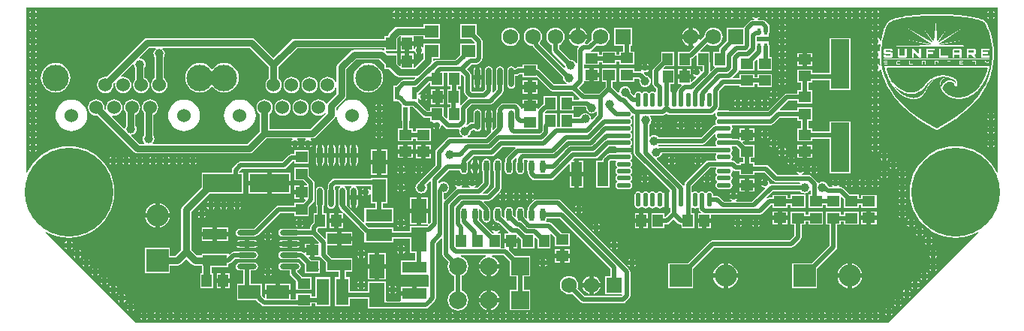
<source format=gtl>
G04*
G04 #@! TF.GenerationSoftware,Altium Limited,Altium Designer,20.0.11 (256)*
G04*
G04 Layer_Physical_Order=1*
G04 Layer_Color=255*
%FSLAX25Y25*%
%MOIN*%
G70*
G01*
G75*
%ADD19R,0.05512X0.04528*%
%ADD20R,0.05315X0.04724*%
%ADD21O,0.02165X0.06299*%
%ADD22O,0.06299X0.02165*%
%ADD23R,0.01575X0.03150*%
%ADD24R,0.04528X0.05512*%
%ADD25R,0.08071X0.21850*%
%ADD26R,0.04921X0.10630*%
%ADD27O,0.02362X0.05709*%
%ADD28R,0.04724X0.05315*%
%ADD29R,0.07087X0.10630*%
%ADD30O,0.02362X0.08661*%
%ADD31R,0.02362X0.05709*%
%ADD32R,0.05906X0.05512*%
%ADD33R,0.10630X0.04921*%
%ADD34R,0.10039X0.06102*%
%ADD35R,0.05512X0.11811*%
%ADD36O,0.08661X0.02362*%
%ADD37R,0.06102X0.10039*%
%ADD38R,0.17323X0.07874*%
%ADD39R,0.11811X0.05512*%
%ADD74C,0.01968*%
%ADD75C,0.02953*%
%ADD76C,0.03150*%
%ADD77C,0.09843*%
%ADD78R,0.09843X0.09843*%
%ADD79R,0.09843X0.09843*%
%ADD80R,0.06890X0.06890*%
%ADD81C,0.06890*%
%ADD82C,0.06000*%
%ADD83C,0.11811*%
%ADD84R,0.07874X0.07874*%
%ADD85C,0.07874*%
%ADD86C,0.39370*%
%ADD87C,0.02756*%
%ADD88C,0.03937*%
G36*
X432268Y67739D02*
X431768Y67622D01*
X430983Y69215D01*
X429506Y71425D01*
X427754Y73423D01*
X425755Y75175D01*
X423545Y76652D01*
X421162Y77828D01*
X418645Y78682D01*
X416038Y79201D01*
X413386Y79374D01*
X410734Y79201D01*
X408127Y78682D01*
X405610Y77828D01*
X403226Y76652D01*
X401016Y75175D01*
X399018Y73423D01*
X397266Y71425D01*
X395789Y69215D01*
X394613Y66831D01*
X393759Y64314D01*
X393240Y61707D01*
X393067Y59055D01*
X393240Y56403D01*
X393759Y53796D01*
X394613Y51279D01*
X395789Y48896D01*
X397266Y46686D01*
X399018Y44687D01*
X401016Y42935D01*
X403226Y41458D01*
X405610Y40283D01*
X408127Y39428D01*
X410734Y38910D01*
X413386Y38736D01*
X416038Y38910D01*
X418645Y39428D01*
X421162Y40283D01*
X423405Y41389D01*
X423700Y40977D01*
X383526Y803D01*
X49545D01*
X9371Y40977D01*
X9666Y41389D01*
X11909Y40283D01*
X14426Y39428D01*
X17033Y38910D01*
X19685Y38736D01*
X22337Y38910D01*
X24944Y39428D01*
X27461Y40283D01*
X29844Y41458D01*
X32054Y42935D01*
X34053Y44687D01*
X35805Y46686D01*
X37282Y48896D01*
X38457Y51279D01*
X39312Y53796D01*
X39830Y56403D01*
X40004Y59055D01*
X39830Y61707D01*
X39312Y64314D01*
X38457Y66831D01*
X37282Y69215D01*
X35805Y71425D01*
X34053Y73423D01*
X32054Y75175D01*
X29844Y76652D01*
X27461Y77828D01*
X24944Y78682D01*
X22337Y79201D01*
X19685Y79374D01*
X17033Y79201D01*
X14426Y78682D01*
X11909Y77828D01*
X9526Y76652D01*
X7316Y75175D01*
X5317Y73423D01*
X3565Y71425D01*
X2088Y69215D01*
X1303Y67622D01*
X803Y67739D01*
Y140929D01*
X432268D01*
Y67739D01*
D02*
G37*
%LPC*%
G36*
X430134Y139495D02*
Y138795D01*
X430833D01*
X430553Y139215D01*
X430134Y139495D01*
D02*
G37*
G36*
X428134D02*
X427715Y139215D01*
X427434Y138795D01*
X428134D01*
Y139495D01*
D02*
G37*
G36*
X378953D02*
Y138795D01*
X379652D01*
X379372Y139215D01*
X378953Y139495D01*
D02*
G37*
G36*
X376953D02*
X376534Y139215D01*
X376253Y138795D01*
X376953D01*
Y139495D01*
D02*
G37*
G36*
X373047D02*
Y138795D01*
X373747D01*
X373466Y139215D01*
X373047Y139495D01*
D02*
G37*
G36*
X371047D02*
X370628Y139215D01*
X370348Y138795D01*
X371047D01*
Y139495D01*
D02*
G37*
G36*
X367142D02*
Y138795D01*
X367841D01*
X367561Y139215D01*
X367142Y139495D01*
D02*
G37*
G36*
X365142D02*
X364722Y139215D01*
X364442Y138795D01*
X365142D01*
Y139495D01*
D02*
G37*
G36*
X361236D02*
Y138795D01*
X361935D01*
X361655Y139215D01*
X361236Y139495D01*
D02*
G37*
G36*
X359236D02*
X358817Y139215D01*
X358537Y138795D01*
X359236D01*
Y139495D01*
D02*
G37*
G36*
X355331D02*
Y138795D01*
X356030D01*
X355750Y139215D01*
X355331Y139495D01*
D02*
G37*
G36*
X353331D02*
X352911Y139215D01*
X352631Y138795D01*
X353331D01*
Y139495D01*
D02*
G37*
G36*
X349425D02*
Y138795D01*
X350125D01*
X349844Y139215D01*
X349425Y139495D01*
D02*
G37*
G36*
X347425D02*
X347006Y139215D01*
X346726Y138795D01*
X347425D01*
Y139495D01*
D02*
G37*
G36*
X343520D02*
Y138795D01*
X344219D01*
X343939Y139215D01*
X343520Y139495D01*
D02*
G37*
G36*
X341520D02*
X341101Y139215D01*
X340820Y138795D01*
X341520D01*
Y139495D01*
D02*
G37*
G36*
X337614D02*
Y138795D01*
X338314D01*
X338033Y139215D01*
X337614Y139495D01*
D02*
G37*
G36*
X335614D02*
X335195Y139215D01*
X334915Y138795D01*
X335614D01*
Y139495D01*
D02*
G37*
G36*
X331709D02*
Y138795D01*
X332408D01*
X332128Y139215D01*
X331709Y139495D01*
D02*
G37*
G36*
X329709D02*
X329289Y139215D01*
X329009Y138795D01*
X329709D01*
Y139495D01*
D02*
G37*
G36*
X325803D02*
Y138795D01*
X326502D01*
X326222Y139215D01*
X325803Y139495D01*
D02*
G37*
G36*
X323803D02*
X323384Y139215D01*
X323104Y138795D01*
X323803D01*
Y139495D01*
D02*
G37*
G36*
X319898D02*
Y138795D01*
X320597D01*
X320317Y139215D01*
X319898Y139495D01*
D02*
G37*
G36*
X317898D02*
X317478Y139215D01*
X317198Y138795D01*
X317898D01*
Y139495D01*
D02*
G37*
G36*
X313992D02*
Y138795D01*
X314691D01*
X314411Y139215D01*
X313992Y139495D01*
D02*
G37*
G36*
X311992D02*
X311573Y139215D01*
X311293Y138795D01*
X311992D01*
Y139495D01*
D02*
G37*
G36*
X308087D02*
Y138795D01*
X308786D01*
X308506Y139215D01*
X308087Y139495D01*
D02*
G37*
G36*
X306087D02*
X305667Y139215D01*
X305387Y138795D01*
X306087D01*
Y139495D01*
D02*
G37*
G36*
X302181D02*
Y138795D01*
X302880D01*
X302600Y139215D01*
X302181Y139495D01*
D02*
G37*
G36*
X300181D02*
X299762Y139215D01*
X299482Y138795D01*
X300181D01*
Y139495D01*
D02*
G37*
G36*
X296276D02*
Y138795D01*
X296975D01*
X296695Y139215D01*
X296276Y139495D01*
D02*
G37*
G36*
X294276D02*
X293856Y139215D01*
X293576Y138795D01*
X294276D01*
Y139495D01*
D02*
G37*
G36*
X290370D02*
Y138795D01*
X291069D01*
X290789Y139215D01*
X290370Y139495D01*
D02*
G37*
G36*
X288370D02*
X287951Y139215D01*
X287671Y138795D01*
X288370D01*
Y139495D01*
D02*
G37*
G36*
X284465D02*
Y138795D01*
X285164D01*
X284884Y139215D01*
X284465Y139495D01*
D02*
G37*
G36*
X282465D02*
X282045Y139215D01*
X281765Y138795D01*
X282465D01*
Y139495D01*
D02*
G37*
G36*
X278559D02*
Y138795D01*
X279258D01*
X278978Y139215D01*
X278559Y139495D01*
D02*
G37*
G36*
X276559D02*
X276140Y139215D01*
X275860Y138795D01*
X276559D01*
Y139495D01*
D02*
G37*
G36*
X272654D02*
Y138795D01*
X273353D01*
X273073Y139215D01*
X272654Y139495D01*
D02*
G37*
G36*
X270654D02*
X270234Y139215D01*
X269954Y138795D01*
X270654D01*
Y139495D01*
D02*
G37*
G36*
X266748D02*
Y138795D01*
X267447D01*
X267167Y139215D01*
X266748Y139495D01*
D02*
G37*
G36*
X264748D02*
X264329Y139215D01*
X264049Y138795D01*
X264748D01*
Y139495D01*
D02*
G37*
G36*
X260842D02*
Y138795D01*
X261542D01*
X261262Y139215D01*
X260842Y139495D01*
D02*
G37*
G36*
X258842D02*
X258423Y139215D01*
X258143Y138795D01*
X258842D01*
Y139495D01*
D02*
G37*
G36*
X254937D02*
Y138795D01*
X255636D01*
X255356Y139215D01*
X254937Y139495D01*
D02*
G37*
G36*
X252937D02*
X252518Y139215D01*
X252238Y138795D01*
X252937D01*
Y139495D01*
D02*
G37*
G36*
X249031D02*
Y138795D01*
X249731D01*
X249451Y139215D01*
X249031Y139495D01*
D02*
G37*
G36*
X247031D02*
X246612Y139215D01*
X246332Y138795D01*
X247031D01*
Y139495D01*
D02*
G37*
G36*
X243126D02*
Y138795D01*
X243825D01*
X243545Y139215D01*
X243126Y139495D01*
D02*
G37*
G36*
X241126D02*
X240707Y139215D01*
X240427Y138795D01*
X241126D01*
Y139495D01*
D02*
G37*
G36*
X237221D02*
Y138795D01*
X237920D01*
X237640Y139215D01*
X237221Y139495D01*
D02*
G37*
G36*
X235221D02*
X234801Y139215D01*
X234521Y138795D01*
X235221D01*
Y139495D01*
D02*
G37*
G36*
X231315D02*
Y138795D01*
X232014D01*
X231734Y139215D01*
X231315Y139495D01*
D02*
G37*
G36*
X229315D02*
X228896Y139215D01*
X228616Y138795D01*
X229315D01*
Y139495D01*
D02*
G37*
G36*
X225410D02*
Y138795D01*
X226109D01*
X225829Y139215D01*
X225410Y139495D01*
D02*
G37*
G36*
X223410D02*
X222990Y139215D01*
X222710Y138795D01*
X223410D01*
Y139495D01*
D02*
G37*
G36*
X219504D02*
Y138795D01*
X220203D01*
X219923Y139215D01*
X219504Y139495D01*
D02*
G37*
G36*
X217504D02*
X217085Y139215D01*
X216805Y138795D01*
X217504D01*
Y139495D01*
D02*
G37*
G36*
X213598D02*
Y138795D01*
X214298D01*
X214018Y139215D01*
X213598Y139495D01*
D02*
G37*
G36*
X211598D02*
X211179Y139215D01*
X210899Y138795D01*
X211598D01*
Y139495D01*
D02*
G37*
G36*
X207693D02*
Y138795D01*
X208392D01*
X208112Y139215D01*
X207693Y139495D01*
D02*
G37*
G36*
X205693D02*
X205274Y139215D01*
X204994Y138795D01*
X205693D01*
Y139495D01*
D02*
G37*
G36*
X201787D02*
Y138795D01*
X202487D01*
X202207Y139215D01*
X201787Y139495D01*
D02*
G37*
G36*
X199787D02*
X199368Y139215D01*
X199088Y138795D01*
X199787D01*
Y139495D01*
D02*
G37*
G36*
X195882D02*
Y138795D01*
X196581D01*
X196301Y139215D01*
X195882Y139495D01*
D02*
G37*
G36*
X193882D02*
X193463Y139215D01*
X193183Y138795D01*
X193882D01*
Y139495D01*
D02*
G37*
G36*
X189976D02*
Y138795D01*
X190676D01*
X190396Y139215D01*
X189976Y139495D01*
D02*
G37*
G36*
X187976D02*
X187557Y139215D01*
X187277Y138795D01*
X187976D01*
Y139495D01*
D02*
G37*
G36*
X184071D02*
Y138795D01*
X184770D01*
X184490Y139215D01*
X184071Y139495D01*
D02*
G37*
G36*
X182071D02*
X181652Y139215D01*
X181372Y138795D01*
X182071D01*
Y139495D01*
D02*
G37*
G36*
X178165D02*
Y138795D01*
X178865D01*
X178585Y139215D01*
X178165Y139495D01*
D02*
G37*
G36*
X176165D02*
X175746Y139215D01*
X175466Y138795D01*
X176165D01*
Y139495D01*
D02*
G37*
G36*
X172260D02*
Y138795D01*
X172959D01*
X172679Y139215D01*
X172260Y139495D01*
D02*
G37*
G36*
X170260D02*
X169841Y139215D01*
X169561Y138795D01*
X170260D01*
Y139495D01*
D02*
G37*
G36*
X166354D02*
Y138795D01*
X167054D01*
X166773Y139215D01*
X166354Y139495D01*
D02*
G37*
G36*
X164354D02*
X163935Y139215D01*
X163655Y138795D01*
X164354D01*
Y139495D01*
D02*
G37*
G36*
X4937D02*
Y138795D01*
X5636D01*
X5356Y139215D01*
X4937Y139495D01*
D02*
G37*
G36*
X2937D02*
X2518Y139215D01*
X2238Y138795D01*
X2937D01*
Y139495D01*
D02*
G37*
G36*
X405121Y138054D02*
X405117Y138053D01*
X405114Y138054D01*
X403686Y138046D01*
X403682Y138045D01*
X403678Y138046D01*
X402281Y138022D01*
X402277Y138020D01*
X402273Y138021D01*
X400909Y137981D01*
X400905Y137979D01*
X400901Y137981D01*
X399571Y137925D01*
X399567Y137923D01*
X399563Y137924D01*
X398271Y137854D01*
X398267Y137852D01*
X398262Y137853D01*
X397009Y137768D01*
X397004Y137766D01*
X397000Y137767D01*
X395787Y137668D01*
X395783Y137666D01*
X395778Y137667D01*
X394609Y137554D01*
X394604Y137552D01*
X394599Y137553D01*
X393474Y137427D01*
X393469Y137425D01*
X393464Y137426D01*
X392387Y137288D01*
X392381Y137285D01*
X392375Y137286D01*
X391347Y137135D01*
X391341Y137132D01*
X391335Y137133D01*
X390358Y136971D01*
X390352Y136967D01*
X390344Y136969D01*
X389421Y136795D01*
X389414Y136790D01*
X389406Y136792D01*
X388537Y136607D01*
X388529Y136602D01*
X388520Y136603D01*
X387709Y136408D01*
X387700Y136402D01*
X387690Y136404D01*
X386938Y136198D01*
X386928Y136191D01*
X386916Y136192D01*
X386225Y135978D01*
X386214Y135969D01*
X386200Y135970D01*
X385572Y135746D01*
X385560Y135735D01*
X385543Y135735D01*
X384981Y135503D01*
X384966Y135488D01*
X384945Y135487D01*
X384450Y135247D01*
X384433Y135228D01*
X384408Y135224D01*
X383982Y134976D01*
X383962Y134950D01*
X383930Y134943D01*
X383576Y134688D01*
X383554Y134652D01*
X383513Y134637D01*
X383233Y134375D01*
X383209Y134324D01*
X383161Y134297D01*
X382956Y134029D01*
X382939Y133966D01*
X382890Y133923D01*
X382685Y133508D01*
X382684Y133498D01*
X382676Y133491D01*
X382379Y132842D01*
X382379Y132830D01*
X382371Y132822D01*
X382008Y131953D01*
X382008Y131940D01*
X381999Y131931D01*
X381596Y130856D01*
X381597Y130843D01*
X381588Y130832D01*
X381170Y129565D01*
X381171Y129550D01*
X381162Y129538D01*
X380755Y128093D01*
X380757Y128077D01*
X380748Y128063D01*
X380378Y126454D01*
X379902Y126445D01*
X379868Y126447D01*
X379807Y126752D01*
X379372Y127403D01*
X378953Y127684D01*
Y125984D01*
Y124285D01*
X379372Y124565D01*
X379597Y124902D01*
X379633Y124888D01*
X380058Y124625D01*
X379837Y122729D01*
X379843Y122709D01*
X379834Y122689D01*
X379783Y121715D01*
X379274Y121564D01*
X378953Y121778D01*
Y120079D01*
Y118379D01*
X379257Y118583D01*
X379440Y118553D01*
X379573Y118512D01*
X379769Y118369D01*
X379958Y116234D01*
X379970Y116210D01*
X379964Y116184D01*
X380094Y115411D01*
X379619Y115223D01*
X379372Y115592D01*
X378953Y115873D01*
Y114173D01*
Y112474D01*
X379372Y112754D01*
X379807Y113405D01*
X379823Y113488D01*
X379921Y113537D01*
X380505Y113272D01*
X380965Y111463D01*
X380983Y111440D01*
X380981Y111411D01*
X381825Y108990D01*
X381846Y108967D01*
X381847Y108937D01*
X382958Y106478D01*
X382980Y106457D01*
X382984Y106427D01*
X384388Y103943D01*
X384412Y103924D01*
X384419Y103894D01*
X386141Y101400D01*
X386166Y101383D01*
X386175Y101355D01*
X388241Y98863D01*
X388267Y98850D01*
X388277Y98823D01*
X390713Y96348D01*
X390739Y96337D01*
X390751Y96313D01*
X393582Y93869D01*
X393606Y93861D01*
X393620Y93839D01*
X396871Y91440D01*
X396895Y91434D01*
X396909Y91414D01*
X400607Y89075D01*
X400629Y89071D01*
X400643Y89053D01*
X404809Y86789D01*
X404835Y86786D01*
X404850Y86770D01*
X404863Y86769D01*
X404869Y86764D01*
X404908Y86764D01*
X404934Y86742D01*
X405019Y86751D01*
X405114Y86712D01*
X405148Y86726D01*
X405173Y86718D01*
X405180Y86721D01*
X405191Y86718D01*
X405197Y86722D01*
X405206Y86720D01*
X405245Y86743D01*
X405295Y86738D01*
X405316Y86755D01*
X405339Y86754D01*
X405348Y86763D01*
X405358Y86763D01*
X405385Y86790D01*
X405421Y86793D01*
X409593Y89061D01*
X409607Y89079D01*
X409629Y89083D01*
X413329Y91424D01*
X413343Y91444D01*
X413367Y91450D01*
X416619Y93850D01*
X416633Y93872D01*
X416658Y93880D01*
X419489Y96325D01*
X419502Y96350D01*
X419527Y96361D01*
X421963Y98837D01*
X421974Y98864D01*
X422000Y98877D01*
X424066Y101370D01*
X424075Y101399D01*
X424100Y101415D01*
X425822Y103911D01*
X425828Y103941D01*
X425852Y103960D01*
X427256Y106445D01*
X427259Y106475D01*
X427282Y106497D01*
X428392Y108957D01*
X428393Y108987D01*
X428413Y109010D01*
X429257Y111431D01*
X429255Y111461D01*
X429273Y111484D01*
X429875Y113853D01*
X429871Y113881D01*
X429885Y113905D01*
X430271Y116207D01*
X430265Y116233D01*
X430278Y116257D01*
X430473Y118476D01*
X430464Y118504D01*
X430473Y118525D01*
X430506Y120651D01*
X430497Y120673D01*
X430505Y120695D01*
X430398Y122713D01*
X430389Y122732D01*
X430395Y122753D01*
X430173Y124649D01*
X430164Y124666D01*
X430168Y124685D01*
X429859Y126444D01*
X429849Y126460D01*
X429852Y126478D01*
X429482Y128086D01*
X429472Y128100D01*
X429474Y128116D01*
X429067Y129560D01*
X429057Y129572D01*
X429059Y129587D01*
X428641Y130853D01*
X428632Y130863D01*
X428632Y130877D01*
X428229Y131950D01*
X428221Y131959D01*
X428221Y131972D01*
X427858Y132838D01*
X427850Y132847D01*
X427850Y132858D01*
X427554Y133505D01*
X427546Y133512D01*
X427545Y133522D01*
X427341Y133934D01*
X427338Y133937D01*
X427338Y133941D01*
X427205Y134201D01*
X427144Y134253D01*
X427119Y134329D01*
X426898Y134583D01*
X426847Y134609D01*
X426819Y134660D01*
X426513Y134910D01*
X426473Y134922D01*
X426449Y134956D01*
X426061Y135199D01*
X426030Y135205D01*
X426010Y135228D01*
X425543Y135465D01*
X425519Y135467D01*
X425503Y135484D01*
X424959Y135713D01*
X424940Y135713D01*
X424926Y135726D01*
X424309Y135948D01*
X424294Y135947D01*
X424282Y135957D01*
X423594Y136170D01*
X423581Y136169D01*
X423571Y136177D01*
X422815Y136381D01*
X422805Y136380D01*
X422796Y136386D01*
X421975Y136582D01*
X421966Y136580D01*
X421959Y136585D01*
X421075Y136771D01*
X421067Y136769D01*
X421061Y136774D01*
X420118Y136949D01*
X420111Y136947D01*
X420105Y136951D01*
X419106Y137115D01*
X419100Y137114D01*
X419094Y137117D01*
X418042Y137270D01*
X418036Y137268D01*
X418031Y137271D01*
X416928Y137412D01*
X416923Y137410D01*
X416918Y137413D01*
X415767Y137541D01*
X415762Y137540D01*
X415758Y137542D01*
X414562Y137657D01*
X414558Y137656D01*
X414553Y137658D01*
X413316Y137759D01*
X413311Y137758D01*
X413307Y137760D01*
X412030Y137847D01*
X412026Y137846D01*
X412022Y137848D01*
X410709Y137920D01*
X410705Y137919D01*
X410701Y137921D01*
X409355Y137978D01*
X409351Y137977D01*
X409347Y137978D01*
X407970Y138020D01*
X407966Y138019D01*
X407962Y138020D01*
X406558Y138046D01*
X406554Y138044D01*
X406550Y138046D01*
X405121Y138054D01*
D02*
G37*
G36*
X430833Y136795D02*
X430134D01*
Y136096D01*
X430553Y136376D01*
X430833Y136795D01*
D02*
G37*
G36*
X428134D02*
X427434D01*
X427715Y136376D01*
X428134Y136096D01*
Y136795D01*
D02*
G37*
G36*
X379652D02*
X378953D01*
Y136096D01*
X379372Y136376D01*
X379652Y136795D01*
D02*
G37*
G36*
X376953D02*
X376253D01*
X376534Y136376D01*
X376953Y136096D01*
Y136795D01*
D02*
G37*
G36*
X373747D02*
X373047D01*
Y136096D01*
X373466Y136376D01*
X373747Y136795D01*
D02*
G37*
G36*
X371047D02*
X370348D01*
X370628Y136376D01*
X371047Y136096D01*
Y136795D01*
D02*
G37*
G36*
X367841D02*
X367142D01*
Y136096D01*
X367561Y136376D01*
X367841Y136795D01*
D02*
G37*
G36*
X365142D02*
X364442D01*
X364722Y136376D01*
X365142Y136096D01*
Y136795D01*
D02*
G37*
G36*
X361935D02*
X361236D01*
Y136096D01*
X361655Y136376D01*
X361935Y136795D01*
D02*
G37*
G36*
X359236D02*
X358537D01*
X358817Y136376D01*
X359236Y136096D01*
Y136795D01*
D02*
G37*
G36*
X356030D02*
X355331D01*
Y136096D01*
X355750Y136376D01*
X356030Y136795D01*
D02*
G37*
G36*
X353331D02*
X352631D01*
X352911Y136376D01*
X353331Y136096D01*
Y136795D01*
D02*
G37*
G36*
X350125D02*
X349425D01*
Y136096D01*
X349844Y136376D01*
X350125Y136795D01*
D02*
G37*
G36*
X347425D02*
X346726D01*
X347006Y136376D01*
X347425Y136096D01*
Y136795D01*
D02*
G37*
G36*
X344219D02*
X343520D01*
Y136096D01*
X343939Y136376D01*
X344219Y136795D01*
D02*
G37*
G36*
X341520D02*
X340820D01*
X341101Y136376D01*
X341520Y136096D01*
Y136795D01*
D02*
G37*
G36*
X338314D02*
X337614D01*
Y136096D01*
X338033Y136376D01*
X338314Y136795D01*
D02*
G37*
G36*
X335614D02*
X334915D01*
X335195Y136376D01*
X335614Y136096D01*
Y136795D01*
D02*
G37*
G36*
X332408D02*
X331709D01*
Y136096D01*
X332128Y136376D01*
X332408Y136795D01*
D02*
G37*
G36*
X329709D02*
X329009D01*
X329289Y136376D01*
X329709Y136096D01*
Y136795D01*
D02*
G37*
G36*
X320597D02*
X319898D01*
Y136096D01*
X320317Y136376D01*
X320597Y136795D01*
D02*
G37*
G36*
X317898D02*
X317198D01*
X317478Y136376D01*
X317898Y136096D01*
Y136795D01*
D02*
G37*
G36*
X314691D02*
X313992D01*
Y136096D01*
X314411Y136376D01*
X314691Y136795D01*
D02*
G37*
G36*
X311992D02*
X311293D01*
X311573Y136376D01*
X311992Y136096D01*
Y136795D01*
D02*
G37*
G36*
X308786D02*
X308087D01*
Y136096D01*
X308506Y136376D01*
X308786Y136795D01*
D02*
G37*
G36*
X306087D02*
X305387D01*
X305667Y136376D01*
X306087Y136096D01*
Y136795D01*
D02*
G37*
G36*
X302880D02*
X302181D01*
Y136096D01*
X302600Y136376D01*
X302880Y136795D01*
D02*
G37*
G36*
X300181D02*
X299482D01*
X299762Y136376D01*
X300181Y136096D01*
Y136795D01*
D02*
G37*
G36*
X296975D02*
X296276D01*
Y136096D01*
X296695Y136376D01*
X296975Y136795D01*
D02*
G37*
G36*
X294276D02*
X293576D01*
X293856Y136376D01*
X294276Y136096D01*
Y136795D01*
D02*
G37*
G36*
X291069D02*
X290370D01*
Y136096D01*
X290789Y136376D01*
X291069Y136795D01*
D02*
G37*
G36*
X288370D02*
X287671D01*
X287951Y136376D01*
X288370Y136096D01*
Y136795D01*
D02*
G37*
G36*
X285164D02*
X284465D01*
Y136096D01*
X284884Y136376D01*
X285164Y136795D01*
D02*
G37*
G36*
X282465D02*
X281765D01*
X282045Y136376D01*
X282465Y136096D01*
Y136795D01*
D02*
G37*
G36*
X279258D02*
X278559D01*
Y136096D01*
X278978Y136376D01*
X279258Y136795D01*
D02*
G37*
G36*
X276559D02*
X275860D01*
X276140Y136376D01*
X276559Y136096D01*
Y136795D01*
D02*
G37*
G36*
X273353D02*
X272654D01*
Y136096D01*
X273073Y136376D01*
X273353Y136795D01*
D02*
G37*
G36*
X270654D02*
X269954D01*
X270234Y136376D01*
X270654Y136096D01*
Y136795D01*
D02*
G37*
G36*
X267447D02*
X266748D01*
Y136096D01*
X267167Y136376D01*
X267447Y136795D01*
D02*
G37*
G36*
X264748D02*
X264049D01*
X264329Y136376D01*
X264748Y136096D01*
Y136795D01*
D02*
G37*
G36*
X261542D02*
X260842D01*
Y136096D01*
X261262Y136376D01*
X261542Y136795D01*
D02*
G37*
G36*
X258842D02*
X258143D01*
X258423Y136376D01*
X258842Y136096D01*
Y136795D01*
D02*
G37*
G36*
X255636D02*
X254937D01*
Y136096D01*
X255356Y136376D01*
X255636Y136795D01*
D02*
G37*
G36*
X252937D02*
X252238D01*
X252518Y136376D01*
X252937Y136096D01*
Y136795D01*
D02*
G37*
G36*
X249731D02*
X249031D01*
Y136096D01*
X249451Y136376D01*
X249731Y136795D01*
D02*
G37*
G36*
X247031D02*
X246332D01*
X246612Y136376D01*
X247031Y136096D01*
Y136795D01*
D02*
G37*
G36*
X243825D02*
X243126D01*
Y136096D01*
X243545Y136376D01*
X243825Y136795D01*
D02*
G37*
G36*
X241126D02*
X240427D01*
X240707Y136376D01*
X241126Y136096D01*
Y136795D01*
D02*
G37*
G36*
X237920D02*
X237221D01*
Y136096D01*
X237640Y136376D01*
X237920Y136795D01*
D02*
G37*
G36*
X235221D02*
X234521D01*
X234801Y136376D01*
X235221Y136096D01*
Y136795D01*
D02*
G37*
G36*
X232014D02*
X231315D01*
Y136096D01*
X231734Y136376D01*
X232014Y136795D01*
D02*
G37*
G36*
X229315D02*
X228616D01*
X228896Y136376D01*
X229315Y136096D01*
Y136795D01*
D02*
G37*
G36*
X226109D02*
X225410D01*
Y136096D01*
X225829Y136376D01*
X226109Y136795D01*
D02*
G37*
G36*
X223410D02*
X222710D01*
X222990Y136376D01*
X223410Y136096D01*
Y136795D01*
D02*
G37*
G36*
X220203D02*
X219504D01*
Y136096D01*
X219923Y136376D01*
X220203Y136795D01*
D02*
G37*
G36*
X217504D02*
X216805D01*
X217085Y136376D01*
X217504Y136096D01*
Y136795D01*
D02*
G37*
G36*
X214298D02*
X213598D01*
Y136096D01*
X214018Y136376D01*
X214298Y136795D01*
D02*
G37*
G36*
X211598D02*
X210899D01*
X211179Y136376D01*
X211598Y136096D01*
Y136795D01*
D02*
G37*
G36*
X208392D02*
X207693D01*
Y136096D01*
X208112Y136376D01*
X208392Y136795D01*
D02*
G37*
G36*
X205693D02*
X204994D01*
X205274Y136376D01*
X205693Y136096D01*
Y136795D01*
D02*
G37*
G36*
X202487D02*
X201787D01*
Y136096D01*
X202207Y136376D01*
X202487Y136795D01*
D02*
G37*
G36*
X199787D02*
X199088D01*
X199368Y136376D01*
X199787Y136096D01*
Y136795D01*
D02*
G37*
G36*
X196581D02*
X195882D01*
Y136096D01*
X196301Y136376D01*
X196581Y136795D01*
D02*
G37*
G36*
X193882D02*
X193183D01*
X193463Y136376D01*
X193882Y136096D01*
Y136795D01*
D02*
G37*
G36*
X190676D02*
X189976D01*
Y136096D01*
X190396Y136376D01*
X190676Y136795D01*
D02*
G37*
G36*
X187976D02*
X187277D01*
X187557Y136376D01*
X187976Y136096D01*
Y136795D01*
D02*
G37*
G36*
X184770D02*
X184071D01*
Y136096D01*
X184490Y136376D01*
X184770Y136795D01*
D02*
G37*
G36*
X182071D02*
X181372D01*
X181652Y136376D01*
X182071Y136096D01*
Y136795D01*
D02*
G37*
G36*
X178865D02*
X178165D01*
Y136096D01*
X178585Y136376D01*
X178865Y136795D01*
D02*
G37*
G36*
X176165D02*
X175466D01*
X175746Y136376D01*
X176165Y136096D01*
Y136795D01*
D02*
G37*
G36*
X172959D02*
X172260D01*
Y136096D01*
X172679Y136376D01*
X172959Y136795D01*
D02*
G37*
G36*
X170260D02*
X169561D01*
X169841Y136376D01*
X170260Y136096D01*
Y136795D01*
D02*
G37*
G36*
X167054D02*
X166354D01*
Y136096D01*
X166773Y136376D01*
X167054Y136795D01*
D02*
G37*
G36*
X164354D02*
X163655D01*
X163935Y136376D01*
X164354Y136096D01*
Y136795D01*
D02*
G37*
G36*
X5636D02*
X4937D01*
Y136096D01*
X5356Y136376D01*
X5636Y136795D01*
D02*
G37*
G36*
X2937D02*
X2238D01*
X2518Y136376D01*
X2937Y136096D01*
Y136795D01*
D02*
G37*
G36*
X326502D02*
X323104D01*
X323384Y136376D01*
X324001Y135964D01*
X324006Y135927D01*
X323708Y135464D01*
X323200D01*
X323200Y135464D01*
X322586Y135342D01*
X322065Y134994D01*
X322065Y134994D01*
X319829Y132758D01*
X319481Y132237D01*
X319432Y131988D01*
X311910D01*
Y126188D01*
X308974Y123253D01*
X308626Y122732D01*
X308504Y122117D01*
X308504Y122117D01*
Y121358D01*
X305906D01*
Y114862D01*
X306285D01*
X306437Y114362D01*
X306380Y114324D01*
X306380Y114324D01*
X304823Y112768D01*
X304362Y112959D01*
Y116732D01*
X304362Y116732D01*
X304331Y116887D01*
Y121358D01*
X300303D01*
X300112Y121820D01*
X303236Y124945D01*
X303910Y124428D01*
X304891Y124021D01*
X305945Y123882D01*
X306998Y124021D01*
X307980Y124428D01*
X308823Y125075D01*
X309470Y125918D01*
X309876Y126899D01*
X310015Y127953D01*
X309876Y129006D01*
X309470Y129988D01*
X308823Y130831D01*
X307980Y131478D01*
X306998Y131884D01*
X305945Y132023D01*
X304891Y131884D01*
X303910Y131478D01*
X303067Y130831D01*
X302420Y129988D01*
X302013Y129006D01*
X301901Y128149D01*
X301897Y128147D01*
X301897Y128147D01*
X300254Y126504D01*
X299830Y126787D01*
X299876Y126899D01*
X299884Y126953D01*
X296945D01*
Y124014D01*
X296998Y124021D01*
X297111Y124068D01*
X297394Y123644D01*
X295139Y121389D01*
X294488D01*
X294488Y121389D01*
X294333Y121358D01*
X290157D01*
Y114862D01*
X296063D01*
Y118229D01*
X296419Y118300D01*
X296940Y118648D01*
X297963Y119672D01*
X298425Y119480D01*
Y114862D01*
X301150D01*
Y112841D01*
X300809Y112561D01*
X300330Y112719D01*
X300279Y112973D01*
X299844Y113624D01*
X299425Y113904D01*
Y112205D01*
X298425D01*
Y111205D01*
X296726D01*
X297006Y110785D01*
X297657Y110350D01*
X298010Y110280D01*
X298174Y109738D01*
X296328Y107891D01*
X295866Y108083D01*
Y109236D01*
X293012D01*
X290158D01*
Y106890D01*
X291667D01*
X291874Y106390D01*
X290428Y104944D01*
X290080Y104423D01*
X289958Y103809D01*
X289958Y103809D01*
Y103557D01*
X289458Y103363D01*
X289386Y103411D01*
Y100000D01*
X287386D01*
Y103411D01*
X287342Y103382D01*
X286842Y103599D01*
Y106890D01*
X288583D01*
Y113583D01*
X284026D01*
X283835Y114045D01*
X284653Y114862D01*
X288583D01*
Y121358D01*
X282677D01*
Y117428D01*
X279376Y114127D01*
X279028Y113607D01*
X278906Y112992D01*
X278906Y112992D01*
Y107127D01*
X278906Y107127D01*
X279028Y106513D01*
X279376Y105992D01*
X280481Y104887D01*
Y103599D01*
X279981Y103382D01*
X279590Y103643D01*
X278937Y103773D01*
X278284Y103643D01*
X277731Y103273D01*
X277612Y103096D01*
X277112D01*
X276994Y103273D01*
X276440Y103643D01*
X275787Y103773D01*
X275134Y103643D01*
X274581Y103273D01*
X274463Y103096D01*
X273963D01*
X273844Y103273D01*
X273291Y103643D01*
X272638Y103773D01*
X271985Y103643D01*
X271431Y103273D01*
X271062Y102720D01*
X270941Y102115D01*
X270800Y102028D01*
X270432Y101918D01*
X269277Y103072D01*
X269313Y103347D01*
X269226Y104015D01*
X268968Y104637D01*
X268557Y105172D01*
X268023Y105582D01*
X267400Y105840D01*
X266732Y105928D01*
X266064Y105840D01*
X265442Y105582D01*
X264907Y105172D01*
X264497Y104637D01*
X264239Y104015D01*
X264162Y103428D01*
X263936Y103290D01*
X263664Y103220D01*
X261274Y105609D01*
Y108056D01*
X262916D01*
Y113962D01*
X256420D01*
Y108056D01*
X258063D01*
Y105609D01*
X255240Y102787D01*
X248697D01*
X246168Y105315D01*
X248084Y107231D01*
X248432Y107752D01*
X248532Y108253D01*
X250794D01*
Y111108D01*
Y113962D01*
X248554D01*
Y115537D01*
X255141D01*
Y116785D01*
X256420D01*
Y115537D01*
X262916D01*
Y116884D01*
X264294D01*
Y115536D01*
X270791D01*
Y121442D01*
X269148D01*
Y123917D01*
X269783D01*
Y131988D01*
X261713D01*
Y123917D01*
X265937D01*
Y121442D01*
X264294D01*
Y120095D01*
X262916D01*
Y121442D01*
X256420D01*
Y119997D01*
X255141D01*
Y121245D01*
X251744D01*
X251670Y121468D01*
X251661Y121745D01*
X252113Y122047D01*
X254265Y124199D01*
X254695Y124021D01*
X255748Y123882D01*
X256801Y124021D01*
X257783Y124428D01*
X258626Y125075D01*
X259273Y125918D01*
X259680Y126899D01*
X259818Y127953D01*
X259680Y129006D01*
X259273Y129988D01*
X258626Y130831D01*
X257783Y131478D01*
X256801Y131884D01*
X255748Y132023D01*
X254695Y131884D01*
X253713Y131478D01*
X252870Y130831D01*
X252223Y129988D01*
X251816Y129006D01*
X251678Y127953D01*
X251816Y126899D01*
X251994Y126470D01*
X250313Y124788D01*
X249037D01*
X248790Y125288D01*
X249273Y125918D01*
X249679Y126899D01*
X249687Y126953D01*
X245748D01*
X241809D01*
X241816Y126899D01*
X242223Y125918D01*
X242870Y125075D01*
X243713Y124428D01*
X244694Y124021D01*
X245748Y123882D01*
X245879Y123900D01*
X246100Y123451D01*
X245813Y123165D01*
X245465Y122644D01*
X245343Y122030D01*
X245343Y122030D01*
Y116342D01*
X244843Y116243D01*
X244758Y116448D01*
X244348Y116983D01*
X243813Y117393D01*
X243191Y117651D01*
X242523Y117739D01*
X242249Y117702D01*
X237354Y122597D01*
Y124250D01*
X237783Y124428D01*
X238626Y125075D01*
X239273Y125918D01*
X239680Y126899D01*
X239818Y127953D01*
X239680Y129006D01*
X239273Y129988D01*
X238626Y130831D01*
X237783Y131478D01*
X236801Y131884D01*
X235748Y132023D01*
X234695Y131884D01*
X233713Y131478D01*
X232870Y130831D01*
X232223Y129988D01*
X231816Y129006D01*
X231678Y127953D01*
X231816Y126899D01*
X232223Y125918D01*
X232870Y125075D01*
X233713Y124428D01*
X234142Y124250D01*
Y121932D01*
X234142Y121932D01*
X234264Y121318D01*
X234613Y120797D01*
X239978Y115432D01*
X239942Y115157D01*
X240021Y114551D01*
X239902Y114436D01*
X239568Y114297D01*
X228856Y125010D01*
Y125119D01*
X228816Y125322D01*
X229273Y125918D01*
X229679Y126899D01*
X229818Y127953D01*
X229679Y129006D01*
X229273Y129988D01*
X228626Y130831D01*
X227783Y131478D01*
X226801Y131884D01*
X225748Y132023D01*
X224694Y131884D01*
X223713Y131478D01*
X222870Y130831D01*
X222223Y129988D01*
X221816Y129006D01*
X221678Y127953D01*
X221816Y126899D01*
X222223Y125918D01*
X222870Y125075D01*
X223713Y124428D01*
X224694Y124021D01*
X225736Y123884D01*
X225767Y123730D01*
X226115Y123209D01*
X239266Y110058D01*
X239230Y109783D01*
X239318Y109116D01*
X239576Y108493D01*
X239986Y107958D01*
X240521Y107548D01*
X240829Y107421D01*
X240729Y106921D01*
X235212D01*
X228793Y113340D01*
X228272Y113688D01*
X227756Y113791D01*
Y115748D01*
X221063D01*
Y114499D01*
X219213D01*
X219213Y114499D01*
X218598Y114377D01*
X218092Y114039D01*
X218013Y114035D01*
X217567Y114077D01*
X217439Y114269D01*
X216853Y114661D01*
X216161Y114798D01*
X215470Y114661D01*
X214884Y114269D01*
X214493Y113683D01*
X214355Y112992D01*
Y106693D01*
X214493Y106002D01*
X214884Y105416D01*
X215470Y105024D01*
X216161Y104887D01*
X216853Y105024D01*
X217439Y105416D01*
X217830Y106002D01*
X217968Y106693D01*
Y110766D01*
X218691D01*
X218691Y110766D01*
X219305Y110889D01*
X219826Y111237D01*
X219878Y111288D01*
X221063D01*
Y110039D01*
X227552D01*
X233412Y104180D01*
X233412Y104180D01*
X233933Y103832D01*
X234547Y103709D01*
X243233D01*
X246411Y100531D01*
X246204Y100031D01*
X243898D01*
Y101673D01*
X237992D01*
Y95177D01*
X243898D01*
Y96820D01*
X249048D01*
X249387Y96457D01*
X249475Y95789D01*
X249733Y95166D01*
X250143Y94632D01*
X250678Y94221D01*
X251301Y93963D01*
X251969Y93876D01*
X252637Y93963D01*
X253259Y94221D01*
X253794Y94632D01*
X253800Y94640D01*
X254300Y94470D01*
Y93185D01*
X252017Y90902D01*
X251544Y91136D01*
X251596Y91535D01*
X251508Y92203D01*
X251251Y92826D01*
X250840Y93360D01*
X250306Y93771D01*
X249683Y94028D01*
X249015Y94116D01*
X248347Y94028D01*
X247725Y93771D01*
X247190Y93360D01*
X246780Y92826D01*
X246522Y92203D01*
X246516Y92157D01*
X243898D01*
Y93799D01*
X237992D01*
Y87924D01*
X236417D01*
Y93799D01*
X231324D01*
X231117Y94299D01*
X231964Y95146D01*
X232087D01*
X232087Y95146D01*
X232242Y95177D01*
X236417D01*
Y101673D01*
X230512D01*
Y98120D01*
X230164Y97887D01*
X228256Y95979D01*
X227854Y96146D01*
X221063D01*
Y95914D01*
X220563Y95864D01*
X220479Y96284D01*
X220131Y96805D01*
X220131Y96805D01*
X218950Y97986D01*
X218429Y98334D01*
X217815Y98456D01*
X217815Y98456D01*
X212598D01*
X212598Y98456D01*
X211984Y98334D01*
X211463Y97986D01*
X211463Y97986D01*
X210101Y96624D01*
X209753Y96103D01*
X209631Y95489D01*
X209631Y95489D01*
Y94993D01*
X209492Y94786D01*
X209355Y94095D01*
Y87905D01*
X208185Y86735D01*
X207797Y87054D01*
X207830Y87104D01*
X207968Y87795D01*
Y89945D01*
X207161D01*
Y85844D01*
X207221Y85772D01*
X204748Y83299D01*
X197084D01*
X196968Y83754D01*
X196973Y83799D01*
X197494Y84198D01*
X197904Y84733D01*
X198162Y85355D01*
X198235Y85908D01*
X198717Y86230D01*
X199231Y86744D01*
X199756Y86710D01*
X199884Y86518D01*
X200470Y86127D01*
X201161Y85989D01*
X201853Y86127D01*
X202439Y86518D01*
X202830Y87104D01*
X202968Y87795D01*
Y94095D01*
X202830Y94786D01*
X202439Y95372D01*
X201853Y95763D01*
X201161Y95901D01*
X200470Y95763D01*
X199884Y95372D01*
X199493Y94786D01*
X199355Y94095D01*
Y90021D01*
X198632D01*
X198632Y90021D01*
X198018Y89899D01*
X197497Y89551D01*
X197497Y89551D01*
X196893Y88948D01*
X196565Y88882D01*
X196117Y89113D01*
X196024Y89201D01*
X196017Y89256D01*
X196365Y89777D01*
X196488Y90391D01*
X196487Y90391D01*
Y95792D01*
X198500Y97804D01*
X206693D01*
X206693Y97804D01*
X207307Y97926D01*
X207828Y98274D01*
X212297Y102743D01*
X212297Y102743D01*
X212645Y103263D01*
X212767Y103878D01*
X212767Y103878D01*
Y105907D01*
X212830Y106002D01*
X212968Y106693D01*
Y112992D01*
X212830Y113683D01*
X212439Y114269D01*
X211853Y114661D01*
X211161Y114798D01*
X210470Y114661D01*
X209884Y114269D01*
X209492Y113683D01*
X209355Y112992D01*
Y106693D01*
X209492Y106002D01*
X209556Y105907D01*
Y104543D01*
X208144Y103131D01*
X207862Y103223D01*
X207683Y103377D01*
X207767Y103799D01*
X207767Y103799D01*
Y105907D01*
X207830Y106002D01*
X207968Y106693D01*
Y112992D01*
X207830Y113683D01*
X207439Y114269D01*
X206853Y114661D01*
X206161Y114798D01*
X205470Y114661D01*
X204884Y114269D01*
X204492Y113683D01*
X204355Y112992D01*
Y106693D01*
X204492Y106002D01*
X204556Y105907D01*
Y104464D01*
X203666Y103574D01*
X198893D01*
X198456Y104012D01*
Y110874D01*
X198456Y110874D01*
X198334Y111489D01*
X197986Y112010D01*
X197986Y112010D01*
X196413Y113583D01*
X197536Y114706D01*
X197986Y115006D01*
X198697Y115717D01*
X200751D01*
X200751Y115717D01*
X201365Y115840D01*
X201886Y116188D01*
X202808Y117110D01*
X202809Y117110D01*
X203157Y117631D01*
X203188Y117789D01*
X203255Y117889D01*
X203377Y118504D01*
Y125984D01*
X203377Y125984D01*
X203255Y126599D01*
X202907Y127120D01*
X202907Y127120D01*
X200720Y129307D01*
Y130512D01*
X200689Y130667D01*
Y133661D01*
X193602D01*
Y126969D01*
X198517D01*
X199985Y125500D01*
X199778Y125000D01*
X193602D01*
Y122006D01*
X193571Y121850D01*
Y120055D01*
X191264Y117747D01*
X183071D01*
X183071Y117747D01*
X182456Y117625D01*
X181936Y117277D01*
X181908Y117249D01*
X181438Y117487D01*
Y118307D01*
X184350D01*
Y125000D01*
X177264D01*
Y123397D01*
X176764Y123246D01*
X176616Y123467D01*
X176197Y123747D01*
Y122047D01*
Y120348D01*
X176616Y120628D01*
X176723Y120788D01*
X177223Y120637D01*
Y118196D01*
X173335Y114307D01*
X172835Y114321D01*
Y116126D01*
X169980D01*
X167126D01*
Y115051D01*
X166664Y114860D01*
X165551Y115972D01*
Y120472D01*
X161051D01*
X160370Y121153D01*
X160577Y121653D01*
X165551D01*
Y127138D01*
X166621Y128208D01*
X167126D01*
Y126000D01*
X169980D01*
X172835D01*
Y128208D01*
X177264D01*
Y126969D01*
X184350D01*
Y133661D01*
X177264D01*
Y132422D01*
X165748D01*
X164942Y132262D01*
X164258Y131805D01*
X161896Y129443D01*
X161439Y128759D01*
X161357Y128346D01*
X159843D01*
Y127107D01*
X120138D01*
X119331Y126947D01*
X118648Y126490D01*
X110669Y118512D01*
X102494Y126687D01*
X101811Y127144D01*
X101004Y127304D01*
X54468D01*
X53662Y127144D01*
X52978Y126687D01*
X36433Y110142D01*
X35866Y110216D01*
X34929Y110093D01*
X34055Y109731D01*
X33305Y109155D01*
X32730Y108405D01*
X32368Y107532D01*
X32245Y106595D01*
X32368Y105657D01*
X32730Y104784D01*
X33305Y104034D01*
X34055Y103458D01*
X34929Y103096D01*
X35866Y102973D01*
X36803Y103096D01*
X37677Y103458D01*
X38427Y104034D01*
X39002Y104784D01*
X39364Y105657D01*
X39488Y106595D01*
X39413Y107161D01*
X39885Y107633D01*
X40340Y107381D01*
X40237Y106595D01*
X40360Y105657D01*
X40722Y104784D01*
X41298Y104034D01*
X42048Y103458D01*
X42921Y103096D01*
X43858Y102973D01*
X44796Y103096D01*
X45669Y103458D01*
X46419Y104034D01*
X46995Y104784D01*
X47356Y105657D01*
X47480Y106595D01*
X47356Y107532D01*
X46995Y108405D01*
X46419Y109155D01*
X45669Y109731D01*
X44796Y110093D01*
X43858Y110216D01*
X43072Y110113D01*
X42819Y110567D01*
X48110Y115858D01*
X48357Y115802D01*
X48612Y115653D01*
X48688Y115080D01*
X48946Y114457D01*
X49074Y114290D01*
Y108874D01*
X48714Y108405D01*
X48352Y107532D01*
X48229Y106595D01*
X48352Y105657D01*
X48714Y104784D01*
X49290Y104034D01*
X50040Y103458D01*
X50913Y103096D01*
X51850Y102973D01*
X52788Y103096D01*
X53661Y103458D01*
X54411Y104034D01*
X54987Y104784D01*
X55348Y105657D01*
X55472Y106595D01*
X55348Y107532D01*
X54987Y108405D01*
X54411Y109155D01*
X53661Y109731D01*
X53289Y109885D01*
Y114291D01*
X53416Y114457D01*
X53674Y115080D01*
X53762Y115748D01*
X53674Y116416D01*
X53416Y117038D01*
X53006Y117573D01*
X52472Y117983D01*
X51849Y118241D01*
X51275Y118316D01*
X51126Y118571D01*
X51071Y118819D01*
X55341Y123089D01*
X58228D01*
X58398Y122589D01*
X58017Y122298D01*
X57607Y121763D01*
X57349Y121141D01*
X57261Y120472D01*
X57349Y119804D01*
X57607Y119182D01*
X57735Y119015D01*
Y109503D01*
X57282Y109155D01*
X56706Y108405D01*
X56344Y107532D01*
X56221Y106595D01*
X56344Y105657D01*
X56706Y104784D01*
X57282Y104034D01*
X58032Y103458D01*
X58905Y103096D01*
X59842Y102973D01*
X60780Y103096D01*
X61653Y103458D01*
X62403Y104034D01*
X62979Y104784D01*
X63341Y105657D01*
X63464Y106595D01*
X63341Y107532D01*
X62979Y108405D01*
X62403Y109155D01*
X61950Y109503D01*
Y119015D01*
X62078Y119182D01*
X62336Y119804D01*
X62424Y120472D01*
X62336Y121141D01*
X62078Y121763D01*
X61668Y122298D01*
X61287Y122589D01*
X61457Y123089D01*
X100131D01*
X108562Y114659D01*
Y109503D01*
X108108Y109155D01*
X107533Y108405D01*
X107171Y107532D01*
X107048Y106595D01*
X107171Y105657D01*
X107533Y104784D01*
X108108Y104034D01*
X108859Y103458D01*
X109732Y103096D01*
X110669Y102973D01*
X111607Y103096D01*
X112480Y103458D01*
X113230Y104034D01*
X113806Y104784D01*
X114167Y105657D01*
X114291Y106595D01*
X114167Y107532D01*
X113806Y108405D01*
X113230Y109155D01*
X112777Y109503D01*
Y114659D01*
X121011Y122892D01*
X159843D01*
Y122245D01*
X159343Y121978D01*
X159271Y122026D01*
X158465Y122186D01*
X146358D01*
X145552Y122026D01*
X144868Y121569D01*
X139258Y115959D01*
X138801Y115275D01*
X138641Y114469D01*
Y107589D01*
X138144Y107532D01*
X137782Y108405D01*
X137206Y109155D01*
X136456Y109731D01*
X135583Y110093D01*
X134646Y110216D01*
X133708Y110093D01*
X132835Y109731D01*
X132085Y109155D01*
X131509Y108405D01*
X131148Y107532D01*
X131024Y106595D01*
X131148Y105657D01*
X131509Y104784D01*
X132085Y104034D01*
X132835Y103458D01*
X133708Y103096D01*
X134646Y102973D01*
X135583Y103096D01*
X136456Y103458D01*
X137206Y104034D01*
X137782Y104784D01*
X138144Y105657D01*
X138641Y105600D01*
Y102782D01*
X134789Y98931D01*
X134357Y98285D01*
X134166Y98252D01*
X133826Y98262D01*
X133766Y98405D01*
X133191Y99155D01*
X132441Y99731D01*
X131567Y100093D01*
X130630Y100216D01*
X129693Y100093D01*
X128819Y99731D01*
X128069Y99155D01*
X127494Y98405D01*
X127132Y97532D01*
X127008Y96595D01*
X127132Y95657D01*
X127494Y94784D01*
X128069Y94034D01*
X128819Y93458D01*
X129693Y93096D01*
X130630Y92973D01*
X131567Y93096D01*
X132441Y93458D01*
X133191Y94034D01*
X133408Y94316D01*
X133947Y94198D01*
X133982Y94049D01*
X127040Y87107D01*
X108761D01*
Y93686D01*
X109214Y94034D01*
X109790Y94784D01*
X110152Y95657D01*
X110275Y96595D01*
X110152Y97532D01*
X109790Y98405D01*
X109214Y99155D01*
X108464Y99731D01*
X107591Y100093D01*
X106653Y100216D01*
X105716Y100093D01*
X104843Y99731D01*
X104093Y99155D01*
X103517Y98405D01*
X103155Y97532D01*
X103032Y96595D01*
X103155Y95657D01*
X103517Y94784D01*
X104093Y94034D01*
X104546Y93686D01*
Y85873D01*
X99029Y80355D01*
X57117D01*
X56943Y80852D01*
X57353Y81387D01*
X57611Y82009D01*
X57699Y82677D01*
X57611Y83345D01*
X57353Y83968D01*
X57265Y84083D01*
Y93304D01*
X57638Y93458D01*
X58388Y94034D01*
X58963Y94784D01*
X59325Y95657D01*
X59448Y96595D01*
X59325Y97532D01*
X58963Y98405D01*
X58388Y99155D01*
X57638Y99731D01*
X56764Y100093D01*
X55827Y100216D01*
X54889Y100093D01*
X54016Y99731D01*
X53266Y99155D01*
X52690Y98405D01*
X52329Y97532D01*
X52205Y96595D01*
X52329Y95657D01*
X52690Y94784D01*
X53050Y94315D01*
Y84186D01*
X52883Y83968D01*
X52625Y83345D01*
X52537Y82677D01*
X52625Y82009D01*
X52883Y81387D01*
X53293Y80852D01*
X53119Y80355D01*
X51070D01*
X47473Y83952D01*
X47652Y84480D01*
X47912Y84514D01*
X48535Y84772D01*
X49069Y85183D01*
X49479Y85717D01*
X49737Y86340D01*
X49825Y87008D01*
X49737Y87676D01*
X49479Y88298D01*
X49312Y88516D01*
Y93320D01*
X49645Y93458D01*
X50395Y94034D01*
X50971Y94784D01*
X51333Y95657D01*
X51456Y96595D01*
X51333Y97532D01*
X50971Y98405D01*
X50395Y99155D01*
X49645Y99731D01*
X48772Y100093D01*
X47835Y100216D01*
X46897Y100093D01*
X46024Y99731D01*
X45274Y99155D01*
X44698Y98405D01*
X44337Y97532D01*
X44213Y96595D01*
X44337Y95657D01*
X44698Y94784D01*
X45097Y94264D01*
Y88414D01*
X45009Y88298D01*
X44751Y87676D01*
X44717Y87416D01*
X44189Y87237D01*
X38804Y92622D01*
X39056Y93077D01*
X39843Y92973D01*
X40780Y93096D01*
X41653Y93458D01*
X42403Y94034D01*
X42979Y94784D01*
X43341Y95657D01*
X43464Y96595D01*
X43341Y97532D01*
X42979Y98405D01*
X42403Y99155D01*
X41653Y99731D01*
X40780Y100093D01*
X39843Y100216D01*
X38905Y100093D01*
X38032Y99731D01*
X37282Y99155D01*
X36706Y98405D01*
X36344Y97532D01*
X36221Y96595D01*
X36325Y95808D01*
X35870Y95556D01*
X35397Y96028D01*
X35472Y96595D01*
X35348Y97532D01*
X34987Y98405D01*
X34411Y99155D01*
X33661Y99731D01*
X32788Y100093D01*
X31850Y100216D01*
X30913Y100093D01*
X30040Y99731D01*
X29290Y99155D01*
X28714Y98405D01*
X28352Y97532D01*
X28229Y96595D01*
X28352Y95657D01*
X28714Y94784D01*
X29290Y94034D01*
X30040Y93458D01*
X30913Y93096D01*
X31850Y92973D01*
X32417Y93048D01*
X48707Y76758D01*
X49391Y76301D01*
X50197Y76141D01*
X99901D01*
X100708Y76301D01*
X101392Y76758D01*
X107527Y82893D01*
X118904D01*
X119056Y82393D01*
X118659Y82128D01*
X118379Y81709D01*
X121778D01*
X121498Y82128D01*
X121102Y82393D01*
X121254Y82893D01*
X124810D01*
X124961Y82393D01*
X124565Y82128D01*
X124285Y81709D01*
X127684D01*
X127403Y82128D01*
X127007Y82393D01*
X127159Y82893D01*
X127913D01*
X128720Y83053D01*
X129403Y83510D01*
X137770Y91876D01*
X138201Y92521D01*
X138341Y92534D01*
X138710Y92452D01*
X138782Y91721D01*
X139182Y90403D01*
X139831Y89189D01*
X140704Y88125D01*
X141768Y87252D01*
X142982Y86603D01*
X144299Y86204D01*
X145669Y86069D01*
X147039Y86204D01*
X148356Y86603D01*
X149571Y87252D01*
X150635Y88125D01*
X151508Y89189D01*
X152157Y90403D01*
X152556Y91721D01*
X152691Y93091D01*
X152556Y94461D01*
X152157Y95778D01*
X151508Y96992D01*
X150635Y98056D01*
X149571Y98929D01*
X148356Y99578D01*
X147039Y99978D01*
X145669Y100113D01*
X144299Y99978D01*
X142982Y99578D01*
X141768Y98929D01*
X140704Y98056D01*
X139831Y96992D01*
X139182Y95778D01*
X138887Y94806D01*
X138387Y94880D01*
Y96568D01*
X142238Y100419D01*
X142695Y101103D01*
X142855Y101909D01*
Y113596D01*
X147231Y117971D01*
X157592D01*
X159843Y115720D01*
Y113779D01*
X161784D01*
X164863Y110700D01*
X165547Y110243D01*
X166353Y110083D01*
X173482D01*
X173673Y109621D01*
X172941Y108889D01*
X168307D01*
X167693Y108767D01*
X167172Y108419D01*
X167172Y108419D01*
X165052Y106299D01*
X163780D01*
Y99409D01*
X165593D01*
X165748Y99379D01*
X165748Y99379D01*
X166067D01*
X167662Y97784D01*
X167520Y97441D01*
X167520D01*
Y90551D01*
X167686D01*
Y87205D01*
X165945D01*
Y81496D01*
X172638D01*
Y82745D01*
X173917D01*
Y81496D01*
X180413D01*
Y87402D01*
X173917D01*
Y85956D01*
X172638D01*
Y87205D01*
X170897D01*
Y90551D01*
X171063D01*
Y96820D01*
X172563D01*
X177014Y92369D01*
X177014Y92369D01*
X177535Y92020D01*
X178150Y91898D01*
X180315D01*
Y90256D01*
X181220D01*
X181487Y89756D01*
X181372Y89583D01*
X183071D01*
Y88583D01*
X184071D01*
Y86883D01*
X184490Y87164D01*
X184925Y87815D01*
X185078Y88583D01*
X185045Y88749D01*
X185506Y88995D01*
X187054Y87447D01*
X187054Y87447D01*
X187575Y87099D01*
X188189Y86977D01*
X192753D01*
X192861Y86904D01*
X193145Y86519D01*
X193149Y86491D01*
X193088Y86023D01*
X193176Y85355D01*
X193434Y84733D01*
X193844Y84198D01*
X194365Y83799D01*
X194370Y83754D01*
X194254Y83299D01*
X188976D01*
X188976Y83299D01*
X188362Y83176D01*
X187841Y82828D01*
X187841Y82828D01*
X182920Y77907D01*
X182572Y77386D01*
X182449Y76772D01*
X182449Y76772D01*
Y70941D01*
X175046Y63537D01*
X174828Y63211D01*
X174356Y62849D01*
X173946Y62314D01*
X173688Y61692D01*
X173600Y61024D01*
X173688Y60356D01*
X173946Y59733D01*
X174356Y59198D01*
X174890Y58788D01*
X175513Y58530D01*
X176181Y58442D01*
X176849Y58530D01*
X177472Y58788D01*
X178006Y59198D01*
X178416Y59733D01*
X178674Y60356D01*
X178762Y61024D01*
X178674Y61692D01*
X178416Y62314D01*
X178394Y62344D01*
X180039Y63989D01*
X180501Y63797D01*
Y45468D01*
X179831Y44798D01*
X179331Y45005D01*
X179331Y45191D01*
Y49689D01*
X176197D01*
Y44783D01*
X178899D01*
X179109Y44783D01*
X179316Y44284D01*
X178863Y43830D01*
X177756D01*
X177756Y43830D01*
X177601Y43799D01*
X171063D01*
Y41566D01*
X163976D01*
Y43307D01*
X155864D01*
X155709Y43338D01*
X155709Y43338D01*
X152830D01*
X151393Y44776D01*
X151600Y45276D01*
X163976D01*
Y51968D01*
X159086D01*
Y54036D01*
X161122D01*
Y65256D01*
X153839D01*
Y64991D01*
X137795D01*
X137181Y64869D01*
X136660Y64521D01*
X136660Y64521D01*
X135144Y63005D01*
X134796Y62485D01*
X134674Y61870D01*
X134674Y61870D01*
Y60431D01*
X134611Y60337D01*
X134473Y59646D01*
Y53346D01*
X134611Y52655D01*
X135002Y52069D01*
X135588Y51678D01*
X136279Y51540D01*
X136971Y51678D01*
X137557Y52069D01*
X137948Y52655D01*
X138086Y53346D01*
Y59646D01*
X137948Y60337D01*
X137885Y60431D01*
Y61205D01*
X138460Y61780D01*
X140185D01*
X140253Y61692D01*
X140139Y61014D01*
X140002Y60923D01*
X139611Y60337D01*
X139473Y59646D01*
Y53346D01*
X139611Y52655D01*
X139776Y52407D01*
X139871Y51928D01*
X140219Y51407D01*
X141649Y49978D01*
X141314Y49606D01*
X140849Y49606D01*
X139484D01*
Y47260D01*
X141339D01*
Y49107D01*
X141339Y49581D01*
X141710Y49917D01*
X150984Y40643D01*
Y36614D01*
X163976D01*
Y38355D01*
X171063D01*
Y31988D01*
X173591D01*
Y28543D01*
X167323D01*
Y22441D01*
X179134D01*
X179497Y22110D01*
Y17260D01*
X179134Y16929D01*
X174228D01*
Y13878D01*
X173228D01*
Y12878D01*
X167323D01*
Y10827D01*
X166991Y10464D01*
X161322D01*
X160827Y10562D01*
X160630Y10986D01*
Y19193D01*
X152362D01*
Y14893D01*
X144488D01*
Y21260D01*
X142747D01*
Y23622D01*
X145669D01*
Y29724D01*
X136385D01*
X134480Y31630D01*
Y35236D01*
X138764D01*
Y38287D01*
Y41339D01*
X133858D01*
Y38589D01*
X133396Y38397D01*
X130164Y41630D01*
Y42670D01*
X130407Y42913D01*
X134055D01*
Y49606D01*
X132885D01*
Y52561D01*
X132948Y52655D01*
X133086Y53346D01*
Y59646D01*
X132948Y60337D01*
X132557Y60923D01*
X131971Y61314D01*
X131280Y61452D01*
X130588Y61314D01*
X130002Y60923D01*
X129611Y60337D01*
X129473Y59646D01*
Y53346D01*
X129611Y52655D01*
X129674Y52561D01*
Y49606D01*
X128347D01*
Y45394D01*
X127423Y44470D01*
X127075Y43949D01*
X126953Y43335D01*
X126953Y43335D01*
Y42570D01*
X121652D01*
X121557Y42633D01*
X120866Y42771D01*
X114567D01*
X113876Y42633D01*
X113290Y42242D01*
X112898Y41656D01*
X112760Y40964D01*
X112898Y40273D01*
X113290Y39687D01*
X113876Y39296D01*
X114567Y39158D01*
X120866D01*
X121557Y39296D01*
X121652Y39359D01*
X127893D01*
X130766Y36485D01*
X130575Y36024D01*
X128953D01*
Y33169D01*
Y30315D01*
X131299D01*
X131651Y29961D01*
X131739Y29829D01*
X133858Y27710D01*
Y23622D01*
X139536D01*
Y21260D01*
X137795D01*
Y8268D01*
X144488D01*
Y11682D01*
X152362D01*
Y7382D01*
X158900D01*
X159055Y7351D01*
X159055Y7351D01*
X160430D01*
X160925Y7253D01*
X160925Y7253D01*
X178211D01*
X178211Y7253D01*
X178826Y7375D01*
X179347Y7723D01*
X181253Y9629D01*
X181253Y9630D01*
X181378Y9816D01*
X182238Y10676D01*
X182586Y11197D01*
X182708Y11811D01*
X182708Y11811D01*
Y36126D01*
X185157Y38575D01*
X185619Y38384D01*
Y31319D01*
X185619Y31319D01*
X185741Y30704D01*
X186089Y30183D01*
X188389Y27883D01*
X188109Y27206D01*
X187953Y26024D01*
X188109Y24842D01*
X188565Y23740D01*
X189291Y22794D01*
X190236Y22069D01*
X191002Y21752D01*
Y15296D01*
X190236Y14978D01*
X189291Y14253D01*
X188565Y13307D01*
X188109Y12206D01*
X187953Y11024D01*
X188109Y9842D01*
X188565Y8740D01*
X189291Y7795D01*
X190236Y7069D01*
X191338Y6613D01*
X192520Y6457D01*
X193702Y6613D01*
X194803Y7069D01*
X195749Y7795D01*
X196475Y8740D01*
X196931Y9842D01*
X197086Y11024D01*
X196931Y12206D01*
X196475Y13307D01*
X195749Y14253D01*
X194803Y14978D01*
X194213Y15223D01*
Y21825D01*
X194803Y22069D01*
X195749Y22794D01*
X196475Y23740D01*
X196931Y24842D01*
X197086Y26024D01*
X196931Y27206D01*
X196475Y28307D01*
X195749Y29253D01*
X194803Y29978D01*
X193846Y30375D01*
X193946Y30875D01*
X204873D01*
X204973Y30375D01*
X204016Y29978D01*
X203070Y29253D01*
X202344Y28307D01*
X201888Y27206D01*
X201864Y27024D01*
X206299D01*
X210734D01*
X210710Y27206D01*
X210254Y28307D01*
X209528Y29253D01*
X208582Y29978D01*
X207626Y30375D01*
X207725Y30875D01*
X212957D01*
X215551Y28280D01*
Y21496D01*
X218487D01*
Y15551D01*
X215551D01*
Y6496D01*
X224606D01*
Y15551D01*
X221699D01*
Y21496D01*
X224606D01*
Y30551D01*
X217822D01*
X215015Y33358D01*
X215043Y33427D01*
Y36205D01*
X213189D01*
Y34086D01*
X211614D01*
Y40551D01*
X210133D01*
X210083Y41051D01*
X210123Y41059D01*
X210774Y41494D01*
X211054Y41913D01*
X207656D01*
X207936Y41494D01*
X208587Y41059D01*
X208627Y41051D01*
X208577Y40551D01*
X207684D01*
X201733Y46502D01*
X201767Y46553D01*
X201905Y47244D01*
Y50590D01*
X201767Y51282D01*
X201417Y51806D01*
X201806Y52124D01*
X203300Y50630D01*
X203292Y50590D01*
Y47244D01*
X203430Y46553D01*
X203821Y45967D01*
X204407Y45575D01*
X205099Y45438D01*
X205790Y45575D01*
X206376Y45967D01*
X206767Y46553D01*
X206905Y47244D01*
Y50590D01*
X206767Y51282D01*
X206540Y51621D01*
X206507Y51792D01*
X206158Y52313D01*
X203846Y54625D01*
X204037Y55087D01*
X206299D01*
X206299Y55087D01*
X206914Y55209D01*
X207435Y55558D01*
X211234Y59357D01*
X211582Y59878D01*
X211704Y60492D01*
X211704Y60492D01*
Y67915D01*
X211767Y68010D01*
X211905Y68701D01*
Y72047D01*
X211767Y72739D01*
X211376Y73325D01*
X210790Y73716D01*
X210099Y73854D01*
X209407Y73716D01*
X208821Y73325D01*
X208430Y72739D01*
X208292Y72047D01*
Y68701D01*
X208430Y68010D01*
X208493Y67915D01*
Y61157D01*
X205634Y58299D01*
X203742D01*
X203551Y58760D01*
X206234Y61443D01*
X206582Y61964D01*
X206704Y62579D01*
X206704Y62579D01*
Y67915D01*
X206767Y68010D01*
X206905Y68701D01*
Y72047D01*
X206767Y72739D01*
X206376Y73325D01*
X205790Y73716D01*
X205099Y73854D01*
X204407Y73716D01*
X203821Y73325D01*
X203430Y72739D01*
X203292Y72047D01*
Y68701D01*
X203430Y68010D01*
X203493Y67915D01*
Y63244D01*
X201107Y60858D01*
X200068D01*
X199916Y61358D01*
X200238Y61573D01*
X200518Y61992D01*
X197120D01*
X197400Y61573D01*
X197722Y61358D01*
X197570Y60858D01*
X194162D01*
X194010Y61358D01*
X194333Y61573D01*
X194613Y61992D01*
X191214D01*
X191494Y61573D01*
X191977Y61250D01*
X191989Y61170D01*
X191973Y60985D01*
X191916Y60712D01*
X191430Y60387D01*
X191430Y60387D01*
X186733Y55690D01*
X186271Y55882D01*
Y58475D01*
X186692Y58530D01*
X187314Y58788D01*
X187849Y59198D01*
X188259Y59733D01*
X188517Y60356D01*
X188605Y61024D01*
X188517Y61692D01*
X188259Y62314D01*
X187849Y62849D01*
X187314Y63259D01*
X186692Y63517D01*
X186024Y63605D01*
X185356Y63517D01*
X184733Y63259D01*
X184212Y62859D01*
X184148Y62868D01*
X183712Y63036D01*
Y64043D01*
X188438Y68768D01*
X193292D01*
Y68701D01*
X193430Y68010D01*
X193821Y67424D01*
X194407Y67032D01*
X195098Y66895D01*
X195790Y67032D01*
X196376Y67424D01*
X196767Y68010D01*
X196905Y68701D01*
Y72047D01*
X196830Y72422D01*
X199377Y74969D01*
X207533D01*
X207533Y74969D01*
X208148Y75091D01*
X208669Y75439D01*
X212332Y79103D01*
X217886D01*
X218038Y78603D01*
X217821Y78458D01*
X217821Y78458D01*
X214038Y74675D01*
X213690Y74154D01*
X213568Y73540D01*
X213568Y73540D01*
Y72946D01*
X213430Y72739D01*
X213292Y72047D01*
Y68701D01*
X213430Y68010D01*
X213821Y67424D01*
X214407Y67032D01*
X215099Y66895D01*
X215790Y67032D01*
X216376Y67424D01*
X216767Y68010D01*
X216905Y68701D01*
Y72047D01*
X216779Y72678D01*
Y72875D01*
X218165Y74260D01*
X218625Y74014D01*
X218568Y73725D01*
X218568Y73725D01*
Y72946D01*
X218430Y72739D01*
X218292Y72047D01*
Y68701D01*
X218430Y68010D01*
X218821Y67424D01*
X219407Y67032D01*
X220098Y66895D01*
X220790Y67032D01*
X221376Y67424D01*
X221767Y68010D01*
X221905Y68701D01*
Y72047D01*
X221779Y72678D01*
Y73060D01*
X221917Y73198D01*
X223206D01*
X223409Y72818D01*
X223421Y72698D01*
X223292Y72047D01*
Y68701D01*
X223430Y68010D01*
X223568Y67802D01*
Y67149D01*
X223568Y67149D01*
X223690Y66535D01*
X224038Y66014D01*
X225243Y64810D01*
X225243Y64810D01*
X225764Y64461D01*
X226378Y64339D01*
X233937D01*
X233937Y64339D01*
X234552Y64461D01*
X235072Y64810D01*
X241664Y71401D01*
X242126Y71210D01*
Y67929D01*
X244177D01*
Y72835D01*
X243751D01*
X243560Y73297D01*
X244248Y73985D01*
X253543D01*
X253543Y73985D01*
X254158Y74107D01*
X254679Y74455D01*
X259523Y79300D01*
X262542D01*
X262760Y78800D01*
X262731Y78756D01*
X266142D01*
X269553D01*
X269415Y78962D01*
X269238Y79081D01*
Y79581D01*
X269415Y79699D01*
X269785Y80253D01*
X269915Y80905D01*
X269785Y81558D01*
X269415Y82112D01*
X269238Y82230D01*
Y82730D01*
X269415Y82849D01*
X269785Y83402D01*
X269915Y84055D01*
X269785Y84708D01*
X269415Y85261D01*
X269238Y85380D01*
Y85880D01*
X269415Y85998D01*
X269785Y86552D01*
X269915Y87205D01*
X269785Y87858D01*
X269415Y88411D01*
X269238Y88529D01*
Y89030D01*
X269415Y89148D01*
X269785Y89701D01*
X269915Y90354D01*
X269785Y91007D01*
X269415Y91561D01*
X269238Y91679D01*
Y92179D01*
X269415Y92298D01*
X269785Y92851D01*
X269789Y92874D01*
X270273Y93106D01*
X270638Y92938D01*
Y76302D01*
X270638Y76302D01*
X270761Y75688D01*
X271109Y75167D01*
X286651Y59624D01*
X286607Y59205D01*
X286236Y59026D01*
Y55512D01*
Y52101D01*
X286280Y52130D01*
X286780Y51912D01*
Y50074D01*
X284571Y47865D01*
X284055D01*
Y49606D01*
X278346D01*
Y42913D01*
X284055D01*
Y44654D01*
X285236D01*
X285236Y44654D01*
X285851Y44776D01*
X286371Y45124D01*
X288287Y47040D01*
X290203Y45124D01*
X290203Y45124D01*
X290724Y44776D01*
X291339Y44654D01*
X291732Y44361D01*
Y42913D01*
X297441D01*
Y49606D01*
X296291D01*
Y51913D01*
X296791Y52130D01*
X297182Y51869D01*
X297835Y51739D01*
X298488Y51869D01*
X298879Y52130D01*
X299379Y51912D01*
Y51744D01*
X299379Y51744D01*
X299501Y51129D01*
X299849Y50608D01*
X300389Y50068D01*
X300198Y49606D01*
X299016D01*
Y47260D01*
X301870D01*
X304725D01*
Y48985D01*
X326378D01*
X326378Y48985D01*
X326992Y49107D01*
X327513Y49455D01*
X331374Y53316D01*
X332283D01*
Y51968D01*
X338976D01*
Y53217D01*
X340256D01*
Y51968D01*
X346752D01*
Y57874D01*
X340256D01*
Y56428D01*
X338976D01*
Y57677D01*
X332283D01*
Y56527D01*
X330709D01*
X330709Y56527D01*
X330094Y56405D01*
X329966Y56319D01*
X329648Y56708D01*
X332358Y59418D01*
X344464D01*
X344632Y59198D01*
X345167Y58788D01*
X345789Y58530D01*
X346457Y58442D01*
X347125Y58530D01*
X347748Y58788D01*
X348282Y59198D01*
X348682Y59719D01*
X348728Y59724D01*
X349182Y59608D01*
Y57874D01*
X348130D01*
Y51969D01*
X354626D01*
Y53316D01*
X356004D01*
Y51968D01*
X362500D01*
Y56623D01*
X362962Y56814D01*
X363878Y55899D01*
Y51968D01*
X370374D01*
Y53217D01*
X371654D01*
Y51968D01*
X378346D01*
Y57677D01*
X371654D01*
Y56428D01*
X370374D01*
Y57874D01*
X366444D01*
X363537Y60781D01*
X363016Y61129D01*
X362402Y61251D01*
X362402Y61251D01*
X362006D01*
X361775Y61751D01*
X361935Y61992D01*
X358537D01*
X358698Y61751D01*
X358467Y61251D01*
X357358D01*
X356758Y61852D01*
X356566Y62314D01*
X356156Y62849D01*
X355621Y63259D01*
X354999Y63517D01*
X354331Y63605D01*
X353663Y63517D01*
X353040Y63259D01*
X352844Y63109D01*
X352694Y63123D01*
X352245Y63279D01*
X351976Y63680D01*
X349561Y66096D01*
X349040Y66444D01*
X348425Y66566D01*
X348425Y66566D01*
X345583D01*
X345286Y67030D01*
X345291Y67066D01*
X345907Y67478D01*
X346187Y67898D01*
X342789D01*
X343069Y67478D01*
X343686Y67066D01*
X343690Y67030D01*
X343393Y66566D01*
X334327D01*
X330368Y70525D01*
X329847Y70873D01*
X329232Y70995D01*
X329232Y70995D01*
X324213D01*
Y72244D01*
X322472D01*
Y74213D01*
X324212D01*
Y79921D01*
X319987D01*
X318874Y81034D01*
X319066Y81496D01*
X319866D01*
Y83350D01*
X317519D01*
Y82829D01*
X317465Y82745D01*
X317020Y82454D01*
X316732Y82511D01*
X316732Y82511D01*
X314229D01*
X314012Y83011D01*
X314041Y83055D01*
X310630D01*
Y85055D01*
X314041D01*
X313903Y85261D01*
X313726Y85380D01*
Y85880D01*
X313903Y85998D01*
X314273Y86552D01*
X314403Y87205D01*
X314273Y87858D01*
X314012Y88249D01*
X314229Y88749D01*
X331375D01*
X331375Y88749D01*
X331989Y88871D01*
X332510Y89219D01*
X335386Y92095D01*
X343209D01*
Y90748D01*
X344851D01*
Y87205D01*
X343110D01*
Y81496D01*
X349803D01*
Y82745D01*
X357579D01*
Y67421D01*
X366831D01*
Y90453D01*
X357579D01*
Y85956D01*
X349803D01*
Y87205D01*
X348062D01*
Y90748D01*
X349705D01*
Y96653D01*
X343209D01*
Y95306D01*
X335632D01*
X335441Y95768D01*
X339248Y99576D01*
X343209D01*
Y98228D01*
X349705D01*
Y104134D01*
X348062D01*
Y107677D01*
X349803D01*
Y108603D01*
X357579D01*
Y104429D01*
X366831D01*
Y127461D01*
X357579D01*
Y111814D01*
X349803D01*
Y113386D01*
X343110D01*
Y107677D01*
X344851D01*
Y104134D01*
X343209D01*
Y102787D01*
X338583D01*
X337968Y102665D01*
X337447Y102316D01*
X337447Y102316D01*
X330240Y95110D01*
X313201D01*
X312697Y95210D01*
X308563D01*
X308044Y95107D01*
X307776Y95546D01*
X307927Y95697D01*
X307927Y95697D01*
X308275Y96218D01*
X308397Y96832D01*
X308397Y96832D01*
Y103764D01*
X310901Y106268D01*
X317618D01*
Y105512D01*
X324114D01*
Y106859D01*
X325492D01*
Y105512D01*
X331988D01*
Y111417D01*
X325492D01*
Y110070D01*
X324114D01*
Y111417D01*
X317618D01*
Y109480D01*
X314727D01*
X314520Y109980D01*
X316687Y112147D01*
X316687Y112147D01*
X317035Y112668D01*
X317118Y113087D01*
X317618Y113038D01*
Y112992D01*
X324114D01*
Y116922D01*
X325030Y117838D01*
X325492Y117647D01*
Y112992D01*
X331988D01*
Y118898D01*
X330838D01*
Y123763D01*
X330716Y124378D01*
X330610Y124535D01*
Y125928D01*
X327854D01*
Y125928D01*
X327658D01*
Y125928D01*
X325129D01*
Y127850D01*
X325342Y128063D01*
X326083D01*
X326083Y128063D01*
X326238Y128094D01*
X327354D01*
X327658Y128094D01*
Y128094D01*
X327854D01*
Y128094D01*
X330610D01*
Y129487D01*
X330716Y129645D01*
X330838Y130259D01*
Y132382D01*
X330838Y132382D01*
X330716Y132996D01*
X330368Y133517D01*
X330368Y133517D01*
X328891Y134994D01*
X328370Y135342D01*
X327756Y135464D01*
X327756Y135464D01*
X325898D01*
X325601Y135927D01*
X325606Y135964D01*
X326222Y136376D01*
X326502Y136795D01*
D02*
G37*
G36*
X378953Y133589D02*
Y132890D01*
X379652D01*
X379372Y133309D01*
X378953Y133589D01*
D02*
G37*
G36*
X376953D02*
X376534Y133309D01*
X376253Y132890D01*
X376953D01*
Y133589D01*
D02*
G37*
G36*
X337614D02*
Y132890D01*
X338314D01*
X338033Y133309D01*
X337614Y133589D01*
D02*
G37*
G36*
X335614D02*
X335195Y133309D01*
X334915Y132890D01*
X335614D01*
Y133589D01*
D02*
G37*
G36*
X4937D02*
Y132890D01*
X5636D01*
X5356Y133309D01*
X4937Y133589D01*
D02*
G37*
G36*
X2937D02*
X2518Y133309D01*
X2238Y132890D01*
X2937D01*
Y133589D01*
D02*
G37*
G36*
X379652Y130890D02*
X378953D01*
Y130190D01*
X379372Y130471D01*
X379652Y130890D01*
D02*
G37*
G36*
X376953D02*
X376253D01*
X376534Y130471D01*
X376953Y130190D01*
Y130890D01*
D02*
G37*
G36*
X338314D02*
X337614D01*
Y130190D01*
X338033Y130471D01*
X338314Y130890D01*
D02*
G37*
G36*
X335614D02*
X334915D01*
X335195Y130471D01*
X335614Y130190D01*
Y130890D01*
D02*
G37*
G36*
X5636D02*
X4937D01*
Y130190D01*
X5356Y130471D01*
X5636Y130890D01*
D02*
G37*
G36*
X2937D02*
X2238D01*
X2518Y130471D01*
X2937Y130190D01*
Y130890D01*
D02*
G37*
G36*
X246748Y131891D02*
Y128953D01*
X249687D01*
X249679Y129006D01*
X249273Y129988D01*
X248626Y130831D01*
X247783Y131478D01*
X246801Y131884D01*
X246748Y131891D01*
D02*
G37*
G36*
X244748Y131891D02*
X244694Y131884D01*
X243713Y131478D01*
X242870Y130831D01*
X242223Y129988D01*
X241816Y129006D01*
X241809Y128953D01*
X244748D01*
Y131891D01*
D02*
G37*
G36*
X296945Y131891D02*
Y128953D01*
X299884D01*
X299876Y129006D01*
X299470Y129988D01*
X298823Y130831D01*
X297980Y131478D01*
X296998Y131884D01*
X296945Y131891D01*
D02*
G37*
G36*
X294945Y131891D02*
X294892Y131884D01*
X293910Y131478D01*
X293067Y130831D01*
X292420Y129988D01*
X292013Y129006D01*
X292006Y128953D01*
X294945D01*
Y131891D01*
D02*
G37*
G36*
X376953Y127684D02*
X376534Y127403D01*
X376253Y126984D01*
X376953D01*
Y127684D01*
D02*
G37*
G36*
X337614D02*
Y126984D01*
X338314D01*
X338033Y127403D01*
X337614Y127684D01*
D02*
G37*
G36*
X335614D02*
X335195Y127403D01*
X334915Y126984D01*
X335614D01*
Y127684D01*
D02*
G37*
G36*
X4937D02*
Y126984D01*
X5636D01*
X5356Y127403D01*
X4937Y127684D01*
D02*
G37*
G36*
X2937D02*
X2518Y127403D01*
X2238Y126984D01*
X2937D01*
Y127684D01*
D02*
G37*
G36*
X376953Y124984D02*
X376253D01*
X376534Y124565D01*
X376953Y124285D01*
Y124984D01*
D02*
G37*
G36*
X338314D02*
X337614D01*
Y124285D01*
X338033Y124565D01*
X338314Y124984D01*
D02*
G37*
G36*
X335614D02*
X334915D01*
X335195Y124565D01*
X335614Y124285D01*
Y124984D01*
D02*
G37*
G36*
X5636D02*
X4937D01*
Y124285D01*
X5356Y124565D01*
X5636Y124984D01*
D02*
G37*
G36*
X2937D02*
X2238D01*
X2518Y124565D01*
X2937Y124285D01*
Y124984D01*
D02*
G37*
G36*
X294945Y126953D02*
X292006D01*
X292013Y126899D01*
X292420Y125918D01*
X293067Y125075D01*
X293910Y124428D01*
X294892Y124021D01*
X294945Y124014D01*
Y126953D01*
D02*
G37*
G36*
X215748Y132023D02*
X214694Y131884D01*
X213713Y131478D01*
X212870Y130831D01*
X212223Y129988D01*
X211816Y129006D01*
X211678Y127953D01*
X211816Y126899D01*
X212223Y125918D01*
X212870Y125075D01*
X213713Y124428D01*
X214694Y124021D01*
X215748Y123882D01*
X216801Y124021D01*
X217783Y124428D01*
X218626Y125075D01*
X219273Y125918D01*
X219679Y126899D01*
X219818Y127953D01*
X219679Y129006D01*
X219273Y129988D01*
X218626Y130831D01*
X217783Y131478D01*
X216801Y131884D01*
X215748Y132023D01*
D02*
G37*
G36*
X168980Y124000D02*
X167126D01*
Y121653D01*
X168980D01*
Y124000D01*
D02*
G37*
G36*
X376953Y121778D02*
X376534Y121498D01*
X376253Y121079D01*
X376953D01*
Y121778D01*
D02*
G37*
G36*
X337614D02*
Y121079D01*
X338314D01*
X338033Y121498D01*
X337614Y121778D01*
D02*
G37*
G36*
X335614D02*
X335195Y121498D01*
X334915Y121079D01*
X335614D01*
Y121778D01*
D02*
G37*
G36*
X4937D02*
Y121079D01*
X5636D01*
X5356Y121498D01*
X4937Y121778D01*
D02*
G37*
G36*
X2937D02*
X2518Y121498D01*
X2238Y121079D01*
X2937D01*
Y121778D01*
D02*
G37*
G36*
X172835Y124000D02*
X170980D01*
Y121653D01*
X172758D01*
X172835Y121653D01*
X173290Y121545D01*
X173343Y121279D01*
X173778Y120628D01*
X174197Y120348D01*
Y122047D01*
Y123747D01*
X173778Y123467D01*
X173343Y122815D01*
X173335Y122775D01*
X172835Y122825D01*
Y124000D01*
D02*
G37*
G36*
X349803Y120669D02*
X347457D01*
Y118815D01*
X349803D01*
Y120669D01*
D02*
G37*
G36*
X345457D02*
X343110D01*
Y118815D01*
X345457D01*
Y120669D01*
D02*
G37*
G36*
X376953Y119079D02*
X376253D01*
X376534Y118659D01*
X376953Y118379D01*
Y119079D01*
D02*
G37*
G36*
X338314D02*
X337614D01*
Y118379D01*
X338033Y118659D01*
X338314Y119079D01*
D02*
G37*
G36*
X335614D02*
X334915D01*
X335195Y118659D01*
X335614Y118379D01*
Y119079D01*
D02*
G37*
G36*
X5636D02*
X4937D01*
Y118379D01*
X5356Y118659D01*
X5636Y119079D01*
D02*
G37*
G36*
X2937D02*
X2238D01*
X2518Y118659D01*
X2937Y118379D01*
Y119079D01*
D02*
G37*
G36*
X172835Y120472D02*
X170980D01*
Y118126D01*
X172835D01*
Y120472D01*
D02*
G37*
G36*
X168980D02*
X167126D01*
Y118126D01*
X168980D01*
Y120472D01*
D02*
G37*
G36*
X376953Y115873D02*
X376534Y115592D01*
X376253Y115173D01*
X376953D01*
Y115873D01*
D02*
G37*
G36*
X337614D02*
Y115173D01*
X338314D01*
X338033Y115592D01*
X337614Y115873D01*
D02*
G37*
G36*
X335614D02*
X335195Y115592D01*
X334915Y115173D01*
X335614D01*
Y115873D01*
D02*
G37*
G36*
X276590D02*
Y115173D01*
X277290D01*
X277010Y115592D01*
X276590Y115873D01*
D02*
G37*
G36*
X274590D02*
X274171Y115592D01*
X273891Y115173D01*
X274590D01*
Y115873D01*
D02*
G37*
G36*
X4937D02*
Y115173D01*
X5636D01*
X5356Y115592D01*
X4937Y115873D01*
D02*
G37*
G36*
X2937D02*
X2518Y115592D01*
X2238Y115173D01*
X2937D01*
Y115873D01*
D02*
G37*
G36*
X349803Y116815D02*
X347457D01*
Y114961D01*
X349803D01*
Y116815D01*
D02*
G37*
G36*
X345457D02*
X343110D01*
Y114961D01*
X345457D01*
Y116815D01*
D02*
G37*
G36*
X88661Y116311D02*
X87388Y116186D01*
X86164Y115814D01*
X85035Y115211D01*
X84046Y114399D01*
X83518Y113756D01*
X83018D01*
X82490Y114399D01*
X81501Y115211D01*
X80372Y115814D01*
X79147Y116186D01*
X77874Y116311D01*
X76601Y116186D01*
X75376Y115814D01*
X74247Y115211D01*
X73258Y114399D01*
X72447Y113410D01*
X71843Y112282D01*
X71472Y111057D01*
X71346Y109783D01*
X71472Y108510D01*
X71843Y107286D01*
X72447Y106157D01*
X73258Y105168D01*
X74247Y104356D01*
X75376Y103753D01*
X76601Y103382D01*
X77874Y103256D01*
X79147Y103382D01*
X80372Y103753D01*
X81501Y104356D01*
X82490Y105168D01*
X83018Y105811D01*
X83518D01*
X84046Y105168D01*
X85035Y104356D01*
X86164Y103753D01*
X87388Y103382D01*
X88661Y103256D01*
X89935Y103382D01*
X91159Y103753D01*
X92288Y104356D01*
X93277Y105168D01*
X94089Y106157D01*
X94692Y107286D01*
X95064Y108510D01*
X95189Y109783D01*
X95064Y111057D01*
X94692Y112282D01*
X94089Y113410D01*
X93277Y114399D01*
X92288Y115211D01*
X91159Y115814D01*
X89935Y116186D01*
X88661Y116311D01*
D02*
G37*
G36*
X297425Y113904D02*
X297006Y113624D01*
X296726Y113205D01*
X297425D01*
Y113904D01*
D02*
G37*
G36*
X376953Y113173D02*
X376253D01*
X376534Y112754D01*
X376953Y112474D01*
Y113173D01*
D02*
G37*
G36*
X338314D02*
X337614D01*
Y112474D01*
X338033Y112754D01*
X338314Y113173D01*
D02*
G37*
G36*
X335614D02*
X334915D01*
X335195Y112754D01*
X335614Y112474D01*
Y113173D01*
D02*
G37*
G36*
X5636D02*
X4937D01*
Y112474D01*
X5356Y112754D01*
X5636Y113173D01*
D02*
G37*
G36*
X2937D02*
X2238D01*
X2518Y112754D01*
X2937Y112474D01*
Y113173D01*
D02*
G37*
G36*
X270791Y113962D02*
X264294D01*
Y108056D01*
X270791D01*
Y109403D01*
X272821D01*
X273133Y109021D01*
X273097Y108936D01*
X273009Y108268D01*
X273097Y107600D01*
X273355Y106977D01*
X273765Y106443D01*
X274300Y106032D01*
X274922Y105774D01*
X275590Y105687D01*
X276259Y105774D01*
X276881Y106032D01*
X277416Y106443D01*
X277826Y106977D01*
X278084Y107600D01*
X278172Y108268D01*
X278084Y108936D01*
X277826Y109558D01*
X277416Y110093D01*
X276881Y110503D01*
X276259Y110761D01*
X275998Y110795D01*
X275024Y111769D01*
X275270Y112230D01*
X275590Y112166D01*
X276359Y112319D01*
X277010Y112754D01*
X277290Y113173D01*
X273891D01*
X273987Y113030D01*
X273686Y112580D01*
X273513Y112615D01*
X273513Y112615D01*
X270791D01*
Y113962D01*
D02*
G37*
G36*
X255141Y113962D02*
X252794D01*
Y112108D01*
X255141D01*
Y113962D01*
D02*
G37*
G36*
X295866Y113583D02*
X294012D01*
Y111236D01*
X295866D01*
Y113583D01*
D02*
G37*
G36*
X292012D02*
X290158D01*
Y111236D01*
X292012D01*
Y113583D01*
D02*
G37*
G36*
X202161Y114455D02*
Y110843D01*
X202968D01*
Y112992D01*
X202830Y113683D01*
X202439Y114269D01*
X202161Y114455D01*
D02*
G37*
G36*
X200161D02*
X199884Y114269D01*
X199493Y113683D01*
X199355Y112992D01*
Y110843D01*
X200161D01*
Y114455D01*
D02*
G37*
G36*
X378953Y109967D02*
Y109268D01*
X379652D01*
X379372Y109687D01*
X378953Y109967D01*
D02*
G37*
G36*
X376953D02*
X376534Y109687D01*
X376253Y109268D01*
X376953D01*
Y109967D01*
D02*
G37*
G36*
X337614D02*
Y109268D01*
X338314D01*
X338033Y109687D01*
X337614Y109967D01*
D02*
G37*
G36*
X335614D02*
X335195Y109687D01*
X334915Y109268D01*
X335614D01*
Y109967D01*
D02*
G37*
G36*
X4937D02*
Y109268D01*
X5636D01*
X5356Y109687D01*
X4937Y109967D01*
D02*
G37*
G36*
X2937D02*
X2518Y109687D01*
X2238Y109268D01*
X2937D01*
Y109967D01*
D02*
G37*
G36*
X255141Y110108D02*
X252794D01*
Y108253D01*
X255141D01*
Y110108D01*
D02*
G37*
G36*
X227756Y108465D02*
X225410D01*
Y106610D01*
X227756D01*
Y108465D01*
D02*
G37*
G36*
X223410D02*
X221063D01*
Y106610D01*
X223410D01*
Y108465D01*
D02*
G37*
G36*
X379652Y107268D02*
X378953D01*
Y106568D01*
X379372Y106849D01*
X379652Y107268D01*
D02*
G37*
G36*
X376953D02*
X376253D01*
X376534Y106849D01*
X376953Y106568D01*
Y107268D01*
D02*
G37*
G36*
X338314D02*
X337614D01*
Y106568D01*
X338033Y106849D01*
X338314Y107268D01*
D02*
G37*
G36*
X335614D02*
X334915D01*
X335195Y106849D01*
X335614Y106568D01*
Y107268D01*
D02*
G37*
G36*
X5636D02*
X4937D01*
Y106568D01*
X5356Y106849D01*
X5636Y107268D01*
D02*
G37*
G36*
X2937D02*
X2238D01*
X2518Y106849D01*
X2937Y106568D01*
Y107268D01*
D02*
G37*
G36*
X202968Y108843D02*
X202161D01*
Y105230D01*
X202439Y105416D01*
X202830Y106002D01*
X202968Y106693D01*
Y108843D01*
D02*
G37*
G36*
X200161D02*
X199355D01*
Y106693D01*
X199493Y106002D01*
X199884Y105416D01*
X200161Y105230D01*
Y108843D01*
D02*
G37*
G36*
X378953Y104061D02*
Y103362D01*
X379652D01*
X379372Y103781D01*
X378953Y104061D01*
D02*
G37*
G36*
X376953D02*
X376534Y103781D01*
X376253Y103362D01*
X376953D01*
Y104061D01*
D02*
G37*
G36*
X333677D02*
Y103362D01*
X334377D01*
X334096Y103781D01*
X333677Y104061D01*
D02*
G37*
G36*
X331677D02*
X331258Y103781D01*
X330978Y103362D01*
X331677D01*
Y104061D01*
D02*
G37*
G36*
X4937D02*
Y103362D01*
X5636D01*
X5356Y103781D01*
X4937Y104061D01*
D02*
G37*
G36*
X2937D02*
X2518Y103781D01*
X2238Y103362D01*
X2937D01*
Y104061D01*
D02*
G37*
G36*
X152677Y116311D02*
X151404Y116186D01*
X150179Y115814D01*
X149051Y115211D01*
X148062Y114399D01*
X147250Y113410D01*
X146647Y112282D01*
X146275Y111057D01*
X146150Y109783D01*
X146275Y108510D01*
X146647Y107286D01*
X147250Y106157D01*
X148062Y105168D01*
X149051Y104356D01*
X150179Y103753D01*
X151404Y103382D01*
X152677Y103256D01*
X153951Y103382D01*
X155175Y103753D01*
X156304Y104356D01*
X157293Y105168D01*
X158105Y106157D01*
X158708Y107286D01*
X159079Y108510D01*
X159205Y109783D01*
X159079Y111057D01*
X158708Y112282D01*
X158105Y113410D01*
X157293Y114399D01*
X156304Y115211D01*
X155175Y115814D01*
X153951Y116186D01*
X152677Y116311D01*
D02*
G37*
G36*
X13858D02*
X12585Y116186D01*
X11360Y115814D01*
X10232Y115211D01*
X9243Y114399D01*
X8431Y113410D01*
X7828Y112282D01*
X7456Y111057D01*
X7331Y109783D01*
X7456Y108510D01*
X7828Y107286D01*
X8431Y106157D01*
X9243Y105168D01*
X10232Y104356D01*
X11360Y103753D01*
X12585Y103382D01*
X13858Y103256D01*
X15132Y103382D01*
X16356Y103753D01*
X17485Y104356D01*
X18474Y105168D01*
X19286Y106157D01*
X19889Y107286D01*
X20260Y108510D01*
X20386Y109783D01*
X20260Y111057D01*
X19889Y112282D01*
X19286Y113410D01*
X18474Y114399D01*
X17485Y115211D01*
X16356Y115814D01*
X15132Y116186D01*
X13858Y116311D01*
D02*
G37*
G36*
X126654Y110216D02*
X125716Y110093D01*
X124843Y109731D01*
X124093Y109155D01*
X123517Y108405D01*
X123155Y107532D01*
X123032Y106595D01*
X123155Y105657D01*
X123517Y104784D01*
X124093Y104034D01*
X124843Y103458D01*
X125716Y103096D01*
X126654Y102973D01*
X127591Y103096D01*
X128464Y103458D01*
X129214Y104034D01*
X129790Y104784D01*
X130152Y105657D01*
X130275Y106595D01*
X130152Y107532D01*
X129790Y108405D01*
X129214Y109155D01*
X128464Y109731D01*
X127591Y110093D01*
X126654Y110216D01*
D02*
G37*
G36*
X118661D02*
X117724Y110093D01*
X116851Y109731D01*
X116101Y109155D01*
X115525Y108405D01*
X115163Y107532D01*
X115040Y106595D01*
X115163Y105657D01*
X115525Y104784D01*
X116101Y104034D01*
X116851Y103458D01*
X117724Y103096D01*
X118661Y102973D01*
X119599Y103096D01*
X120472Y103458D01*
X121222Y104034D01*
X121798Y104784D01*
X122160Y105657D01*
X122283Y106595D01*
X122160Y107532D01*
X121798Y108405D01*
X121222Y109155D01*
X120472Y109731D01*
X119599Y110093D01*
X118661Y110216D01*
D02*
G37*
G36*
X227756Y104610D02*
X225410D01*
Y102756D01*
X227756D01*
Y104610D01*
D02*
G37*
G36*
X223410D02*
X221063D01*
Y102756D01*
X223410D01*
Y104610D01*
D02*
G37*
G36*
X379652Y101362D02*
X378953D01*
Y100663D01*
X379372Y100943D01*
X379652Y101362D01*
D02*
G37*
G36*
X376953D02*
X376253D01*
X376534Y100943D01*
X376953Y100663D01*
Y101362D01*
D02*
G37*
G36*
X334377D02*
X333677D01*
Y100663D01*
X334096Y100943D01*
X334377Y101362D01*
D02*
G37*
G36*
X331677D02*
X330978D01*
X331258Y100943D01*
X331677Y100663D01*
Y101362D01*
D02*
G37*
G36*
X5636D02*
X4937D01*
Y100663D01*
X5356Y100943D01*
X5636Y101362D01*
D02*
G37*
G36*
X2937D02*
X2238D01*
X2518Y100943D01*
X2937Y100663D01*
Y101362D01*
D02*
G37*
G36*
X329740Y100125D02*
Y99425D01*
X330439D01*
X330159Y99844D01*
X329740Y100125D01*
D02*
G37*
G36*
X327740D02*
X327321Y99844D01*
X327041Y99425D01*
X327740D01*
Y100125D01*
D02*
G37*
G36*
X323835D02*
Y99425D01*
X324534D01*
X324254Y99844D01*
X323835Y100125D01*
D02*
G37*
G36*
X321835D02*
X321415Y99844D01*
X321135Y99425D01*
X321835D01*
Y100125D01*
D02*
G37*
G36*
X317929D02*
Y99425D01*
X318629D01*
X318348Y99844D01*
X317929Y100125D01*
D02*
G37*
G36*
X315929D02*
X315510Y99844D01*
X315230Y99425D01*
X315929D01*
Y100125D01*
D02*
G37*
G36*
X227756Y100000D02*
X225409D01*
Y98146D01*
X227756D01*
Y100000D01*
D02*
G37*
G36*
X223409D02*
X221063D01*
Y98146D01*
X223409D01*
Y100000D01*
D02*
G37*
G36*
X378953Y98156D02*
Y97457D01*
X379652D01*
X379372Y97876D01*
X378953Y98156D01*
D02*
G37*
G36*
X376953D02*
X376534Y97876D01*
X376253Y97457D01*
X376953D01*
Y98156D01*
D02*
G37*
G36*
X158480D02*
Y97457D01*
X159180D01*
X158899Y97876D01*
X158480Y98156D01*
D02*
G37*
G36*
X156480D02*
X156061Y97876D01*
X155781Y97457D01*
X156480D01*
Y98156D01*
D02*
G37*
G36*
X4937D02*
Y97457D01*
X5636D01*
X5356Y97876D01*
X4937Y98156D01*
D02*
G37*
G36*
X2937D02*
X2518Y97876D01*
X2238Y97457D01*
X2937D01*
Y98156D01*
D02*
G37*
G36*
X330439Y97425D02*
X329740D01*
Y96726D01*
X330159Y97006D01*
X330439Y97425D01*
D02*
G37*
G36*
X327740D02*
X327041D01*
X327321Y97006D01*
X327740Y96726D01*
Y97425D01*
D02*
G37*
G36*
X324534D02*
X323835D01*
Y96726D01*
X324254Y97006D01*
X324534Y97425D01*
D02*
G37*
G36*
X321835D02*
X321135D01*
X321415Y97006D01*
X321835Y96726D01*
Y97425D01*
D02*
G37*
G36*
X318629D02*
X317929D01*
Y96726D01*
X318348Y97006D01*
X318629Y97425D01*
D02*
G37*
G36*
X315929D02*
X315230D01*
X315510Y97006D01*
X315929Y96726D01*
Y97425D01*
D02*
G37*
G36*
X379652Y95457D02*
X378953D01*
Y94757D01*
X379372Y95038D01*
X379652Y95457D01*
D02*
G37*
G36*
X376953D02*
X376253D01*
X376534Y95038D01*
X376953Y94757D01*
Y95457D01*
D02*
G37*
G36*
X159180D02*
X158480D01*
Y94757D01*
X158899Y95038D01*
X159180Y95457D01*
D02*
G37*
G36*
X156480D02*
X155781D01*
X156061Y95038D01*
X156480Y94757D01*
Y95457D01*
D02*
G37*
G36*
X5636D02*
X4937D01*
Y94757D01*
X5356Y95038D01*
X5636Y95457D01*
D02*
G37*
G36*
X2937D02*
X2238D01*
X2518Y95038D01*
X2937Y94757D01*
Y95457D01*
D02*
G37*
G36*
X430134Y94219D02*
Y93520D01*
X430833D01*
X430553Y93939D01*
X430134Y94219D01*
D02*
G37*
G36*
X428134D02*
X427715Y93939D01*
X427434Y93520D01*
X428134D01*
Y94219D01*
D02*
G37*
G36*
X122638Y100216D02*
X121701Y100093D01*
X120827Y99731D01*
X120077Y99155D01*
X119501Y98405D01*
X119140Y97532D01*
X119016Y96595D01*
X119140Y95657D01*
X119501Y94784D01*
X120077Y94034D01*
X120827Y93458D01*
X121701Y93096D01*
X122638Y92973D01*
X123575Y93096D01*
X124449Y93458D01*
X125199Y94034D01*
X125774Y94784D01*
X126136Y95657D01*
X126259Y96595D01*
X126136Y97532D01*
X125774Y98405D01*
X125199Y99155D01*
X124449Y99731D01*
X123575Y100093D01*
X122638Y100216D01*
D02*
G37*
G36*
X114646D02*
X113708Y100093D01*
X112835Y99731D01*
X112085Y99155D01*
X111509Y98405D01*
X111147Y97532D01*
X111024Y96595D01*
X111147Y95657D01*
X111509Y94784D01*
X112085Y94034D01*
X112835Y93458D01*
X113708Y93096D01*
X114646Y92973D01*
X115583Y93096D01*
X116456Y93458D01*
X117207Y94034D01*
X117782Y94784D01*
X118144Y95657D01*
X118267Y96595D01*
X118144Y97532D01*
X117782Y98405D01*
X117207Y99155D01*
X116456Y99731D01*
X115583Y100093D01*
X114646Y100216D01*
D02*
G37*
G36*
X207161Y95557D02*
Y91945D01*
X207968D01*
Y94095D01*
X207830Y94786D01*
X207439Y95372D01*
X207161Y95557D01*
D02*
G37*
G36*
X205161D02*
X204884Y95372D01*
X204492Y94786D01*
X204355Y94095D01*
Y91945D01*
X205161D01*
Y95557D01*
D02*
G37*
G36*
X378953Y92251D02*
Y91551D01*
X379652D01*
X379372Y91970D01*
X378953Y92251D01*
D02*
G37*
G36*
X376953D02*
X376534Y91970D01*
X376253Y91551D01*
X376953D01*
Y92251D01*
D02*
G37*
G36*
X158480D02*
Y91551D01*
X159180D01*
X158899Y91970D01*
X158480Y92251D01*
D02*
G37*
G36*
X156480D02*
X156061Y91970D01*
X155781Y91551D01*
X156480D01*
Y92251D01*
D02*
G37*
G36*
X4937D02*
Y91551D01*
X5636D01*
X5356Y91970D01*
X4937Y92251D01*
D02*
G37*
G36*
X2937D02*
X2518Y91970D01*
X2238Y91551D01*
X2937D01*
Y92251D01*
D02*
G37*
G36*
X430833Y91520D02*
X430134D01*
Y90820D01*
X430553Y91101D01*
X430833Y91520D01*
D02*
G37*
G36*
X428134D02*
X427434D01*
X427715Y91101D01*
X428134Y90820D01*
Y91520D01*
D02*
G37*
G36*
X379652Y89551D02*
X378953D01*
Y88852D01*
X379372Y89132D01*
X379652Y89551D01*
D02*
G37*
G36*
X376953D02*
X376253D01*
X376534Y89132D01*
X376953Y88852D01*
Y89551D01*
D02*
G37*
G36*
X159180D02*
X158480D01*
Y88852D01*
X158899Y89132D01*
X159180Y89551D01*
D02*
G37*
G36*
X156480D02*
X155781D01*
X156061Y89132D01*
X156480Y88852D01*
Y89551D01*
D02*
G37*
G36*
X5636D02*
X4937D01*
Y88852D01*
X5356Y89132D01*
X5636Y89551D01*
D02*
G37*
G36*
X2937D02*
X2238D01*
X2518Y89132D01*
X2937Y88852D01*
Y89551D01*
D02*
G37*
G36*
X430134Y88314D02*
Y87614D01*
X430833D01*
X430553Y88033D01*
X430134Y88314D01*
D02*
G37*
G36*
X428134D02*
X427715Y88033D01*
X427434Y87614D01*
X428134D01*
Y88314D01*
D02*
G37*
G36*
X182071Y87583D02*
X181372D01*
X181652Y87164D01*
X182071Y86883D01*
Y87583D01*
D02*
G37*
G36*
X205161Y89945D02*
X204355D01*
Y87795D01*
X204492Y87104D01*
X204884Y86518D01*
X205161Y86333D01*
Y89945D01*
D02*
G37*
G36*
X95669Y100113D02*
X94299Y99978D01*
X92982Y99578D01*
X91768Y98929D01*
X90704Y98056D01*
X89831Y96992D01*
X89182Y95778D01*
X88782Y94461D01*
X88647Y93091D01*
X88782Y91721D01*
X89182Y90403D01*
X89831Y89189D01*
X90704Y88125D01*
X91768Y87252D01*
X92982Y86603D01*
X94299Y86204D01*
X95669Y86069D01*
X97039Y86204D01*
X98356Y86603D01*
X99571Y87252D01*
X100635Y88125D01*
X101508Y89189D01*
X102157Y90403D01*
X102556Y91721D01*
X102691Y93091D01*
X102556Y94461D01*
X102157Y95778D01*
X101508Y96992D01*
X100635Y98056D01*
X99571Y98929D01*
X98356Y99578D01*
X97039Y99978D01*
X95669Y100113D01*
D02*
G37*
G36*
X70866D02*
X69496Y99978D01*
X68179Y99578D01*
X66965Y98929D01*
X65901Y98056D01*
X65028Y96992D01*
X64379Y95778D01*
X63979Y94461D01*
X63844Y93091D01*
X63979Y91721D01*
X64379Y90403D01*
X65028Y89189D01*
X65901Y88125D01*
X66965Y87252D01*
X68179Y86603D01*
X69496Y86204D01*
X70866Y86069D01*
X72236Y86204D01*
X73553Y86603D01*
X74767Y87252D01*
X75831Y88125D01*
X76705Y89189D01*
X77354Y90403D01*
X77753Y91721D01*
X77888Y93091D01*
X77753Y94461D01*
X77354Y95778D01*
X76705Y96992D01*
X75831Y98056D01*
X74767Y98929D01*
X73553Y99578D01*
X72236Y99978D01*
X70866Y100113D01*
D02*
G37*
G36*
X20866D02*
X19496Y99978D01*
X18179Y99578D01*
X16965Y98929D01*
X15901Y98056D01*
X15028Y96992D01*
X14379Y95778D01*
X13979Y94461D01*
X13844Y93091D01*
X13979Y91721D01*
X14379Y90403D01*
X15028Y89189D01*
X15901Y88125D01*
X16965Y87252D01*
X18179Y86603D01*
X19496Y86204D01*
X20866Y86069D01*
X22236Y86204D01*
X23553Y86603D01*
X24767Y87252D01*
X25831Y88125D01*
X26705Y89189D01*
X27354Y90403D01*
X27753Y91721D01*
X27888Y93091D01*
X27753Y94461D01*
X27354Y95778D01*
X26705Y96992D01*
X25831Y98056D01*
X24767Y98929D01*
X23553Y99578D01*
X22236Y99978D01*
X20866Y100113D01*
D02*
G37*
G36*
X378953Y86345D02*
Y85646D01*
X379652D01*
X379372Y86065D01*
X378953Y86345D01*
D02*
G37*
G36*
X376953D02*
X376534Y86065D01*
X376253Y85646D01*
X376953D01*
Y86345D01*
D02*
G37*
G36*
X329740D02*
Y85646D01*
X330439D01*
X330159Y86065D01*
X329740Y86345D01*
D02*
G37*
G36*
X327740D02*
X327321Y86065D01*
X327041Y85646D01*
X327740D01*
Y86345D01*
D02*
G37*
G36*
X158480D02*
Y85646D01*
X159180D01*
X158899Y86065D01*
X158480Y86345D01*
D02*
G37*
G36*
X156480D02*
X156061Y86065D01*
X155781Y85646D01*
X156480D01*
Y86345D01*
D02*
G37*
G36*
X4937D02*
Y85646D01*
X5636D01*
X5356Y86065D01*
X4937Y86345D01*
D02*
G37*
G36*
X2937D02*
X2518Y86065D01*
X2238Y85646D01*
X2937D01*
Y86345D01*
D02*
G37*
G36*
X324212Y87205D02*
X321866D01*
Y85350D01*
X324212D01*
Y87205D01*
D02*
G37*
G36*
X319866D02*
X317519D01*
Y85350D01*
X319866D01*
Y87205D01*
D02*
G37*
G36*
X430833Y85614D02*
X430134D01*
Y84915D01*
X430553Y85195D01*
X430833Y85614D01*
D02*
G37*
G36*
X428134D02*
X427434D01*
X427715Y85195D01*
X428134Y84915D01*
Y85614D01*
D02*
G37*
G36*
X379652Y83646D02*
X378953D01*
Y82946D01*
X379372Y83227D01*
X379652Y83646D01*
D02*
G37*
G36*
X376953D02*
X376253D01*
X376534Y83227D01*
X376953Y82946D01*
Y83646D01*
D02*
G37*
G36*
X330439D02*
X329740D01*
Y82946D01*
X330159Y83227D01*
X330439Y83646D01*
D02*
G37*
G36*
X327740D02*
X327041D01*
X327321Y83227D01*
X327740Y82946D01*
Y83646D01*
D02*
G37*
G36*
X159180D02*
X158480D01*
Y82946D01*
X158899Y83227D01*
X159180Y83646D01*
D02*
G37*
G36*
X156480D02*
X155781D01*
X156061Y83227D01*
X156480Y82946D01*
Y83646D01*
D02*
G37*
G36*
X5636D02*
X4937D01*
Y82946D01*
X5356Y83227D01*
X5636Y83646D01*
D02*
G37*
G36*
X2937D02*
X2238D01*
X2518Y83227D01*
X2937Y82946D01*
Y83646D01*
D02*
G37*
G36*
X430134Y82408D02*
Y81709D01*
X430833D01*
X430553Y82128D01*
X430134Y82408D01*
D02*
G37*
G36*
X428134D02*
X427715Y82128D01*
X427434Y81709D01*
X428134D01*
Y82408D01*
D02*
G37*
G36*
X333677D02*
Y81709D01*
X334377D01*
X334096Y82128D01*
X333677Y82408D01*
D02*
G37*
G36*
X331677D02*
X331258Y82128D01*
X330978Y81709D01*
X331677D01*
Y82408D01*
D02*
G37*
G36*
X324212Y83350D02*
X321866D01*
Y81496D01*
X324212D01*
Y83350D01*
D02*
G37*
G36*
X378953Y80440D02*
Y79740D01*
X379652D01*
X379372Y80159D01*
X378953Y80440D01*
D02*
G37*
G36*
X376953D02*
X376534Y80159D01*
X376253Y79740D01*
X376953D01*
Y80440D01*
D02*
G37*
G36*
X4937D02*
Y79740D01*
X5636D01*
X5356Y80159D01*
X4937Y80440D01*
D02*
G37*
G36*
X2937D02*
X2518Y80159D01*
X2238Y79740D01*
X2937D01*
Y80440D01*
D02*
G37*
G36*
X430833Y79709D02*
X430134D01*
Y79009D01*
X430553Y79289D01*
X430833Y79709D01*
D02*
G37*
G36*
X428134D02*
X427434D01*
X427715Y79289D01*
X428134Y79009D01*
Y79709D01*
D02*
G37*
G36*
X334377D02*
X333677D01*
Y79009D01*
X334096Y79289D01*
X334377Y79709D01*
D02*
G37*
G36*
X331677D02*
X330978D01*
X331258Y79289D01*
X331677Y79009D01*
Y79709D01*
D02*
G37*
G36*
X127684D02*
X126984D01*
Y79009D01*
X127403Y79289D01*
X127684Y79709D01*
D02*
G37*
G36*
X124984D02*
X124285D01*
X124565Y79289D01*
X124984Y79009D01*
Y79709D01*
D02*
G37*
G36*
X121778D02*
X121079D01*
Y79009D01*
X121498Y79289D01*
X121778Y79709D01*
D02*
G37*
G36*
X119079D02*
X118379D01*
X118659Y79289D01*
X119079Y79009D01*
Y79709D01*
D02*
G37*
G36*
X349803Y79921D02*
X347457D01*
Y78067D01*
X349803D01*
Y79921D01*
D02*
G37*
G36*
X345457D02*
X343110D01*
Y78067D01*
X345457D01*
Y79921D01*
D02*
G37*
G36*
X172638Y79921D02*
X170291D01*
Y78067D01*
X172638D01*
Y79921D01*
D02*
G37*
G36*
X168291D02*
X165945D01*
Y78067D01*
X168291D01*
Y79921D01*
D02*
G37*
G36*
X180413Y79921D02*
X178165D01*
Y77968D01*
X180413D01*
Y79921D01*
D02*
G37*
G36*
X176165D02*
X173917D01*
Y77968D01*
X176165D01*
Y79921D01*
D02*
G37*
G36*
X337614Y78471D02*
Y77772D01*
X338314D01*
X338033Y78191D01*
X337614Y78471D01*
D02*
G37*
G36*
X335614D02*
X335195Y78191D01*
X334915Y77772D01*
X335614D01*
Y78471D01*
D02*
G37*
G36*
X379652Y77740D02*
X378953D01*
Y77041D01*
X379372Y77321D01*
X379652Y77740D01*
D02*
G37*
G36*
X376953D02*
X376253D01*
X376534Y77321D01*
X376953Y77041D01*
Y77740D01*
D02*
G37*
G36*
X5636D02*
X4937D01*
Y77041D01*
X5356Y77321D01*
X5636Y77740D01*
D02*
G37*
G36*
X2937D02*
X2238D01*
X2518Y77321D01*
X2937Y77041D01*
Y77740D01*
D02*
G37*
G36*
X147280Y80006D02*
Y76394D01*
X148086D01*
Y78543D01*
X147948Y79235D01*
X147557Y79821D01*
X147280Y80006D01*
D02*
G37*
G36*
X132280D02*
Y76394D01*
X133086D01*
Y78543D01*
X132948Y79235D01*
X132557Y79821D01*
X132280Y80006D01*
D02*
G37*
G36*
X142280D02*
Y76394D01*
X143086D01*
Y78543D01*
X142948Y79235D01*
X142557Y79821D01*
X142280Y80006D01*
D02*
G37*
G36*
X137279D02*
Y76394D01*
X138086D01*
Y78543D01*
X137948Y79235D01*
X137557Y79821D01*
X137279Y80006D01*
D02*
G37*
G36*
X145280Y80006D02*
X145002Y79821D01*
X144611Y79235D01*
X144473Y78543D01*
Y76394D01*
X145280D01*
Y80006D01*
D02*
G37*
G36*
X140279D02*
X140002Y79821D01*
X139611Y79235D01*
X139473Y78543D01*
Y76394D01*
X140279D01*
Y80006D01*
D02*
G37*
G36*
X135280D02*
X135002Y79821D01*
X134611Y79235D01*
X134473Y78543D01*
Y76394D01*
X135280D01*
Y80006D01*
D02*
G37*
G36*
X130280D02*
X130002Y79821D01*
X129611Y79235D01*
X129473Y78543D01*
Y76394D01*
X130280D01*
Y80006D01*
D02*
G37*
G36*
X382890Y76503D02*
Y75803D01*
X383589D01*
X383309Y76222D01*
X382890Y76503D01*
D02*
G37*
G36*
X380890D02*
X380471Y76222D01*
X380190Y75803D01*
X380890D01*
Y76503D01*
D02*
G37*
G36*
X338314Y75772D02*
X337614D01*
Y75072D01*
X338033Y75352D01*
X338314Y75772D01*
D02*
G37*
G36*
X335614D02*
X334915D01*
X335195Y75352D01*
X335614Y75072D01*
Y75772D01*
D02*
G37*
G36*
X349803Y76067D02*
X347457D01*
Y74213D01*
X349803D01*
Y76067D01*
D02*
G37*
G36*
X345457D02*
X343110D01*
Y74213D01*
X345457D01*
Y76067D01*
D02*
G37*
G36*
X172638Y76067D02*
X170291D01*
Y74212D01*
X172638D01*
Y76067D01*
D02*
G37*
G36*
X168291D02*
X165945D01*
Y74212D01*
X168291D01*
Y76067D01*
D02*
G37*
G36*
X180413Y75968D02*
X178165D01*
Y74016D01*
X180413D01*
Y75968D01*
D02*
G37*
G36*
X176165D02*
X173917D01*
Y74016D01*
X176165D01*
Y75968D01*
D02*
G37*
G36*
X341551Y74534D02*
Y73835D01*
X342250D01*
X341970Y74254D01*
X341551Y74534D01*
D02*
G37*
G36*
X339551D02*
X339132Y74254D01*
X338852Y73835D01*
X339551D01*
Y74534D01*
D02*
G37*
G36*
X75803D02*
Y73835D01*
X76503D01*
X76222Y74254D01*
X75803Y74534D01*
D02*
G37*
G36*
X73803D02*
X73384Y74254D01*
X73104Y73835D01*
X73803D01*
Y74534D01*
D02*
G37*
G36*
X69898D02*
Y73835D01*
X70597D01*
X70317Y74254D01*
X69898Y74534D01*
D02*
G37*
G36*
X67898D02*
X67478Y74254D01*
X67198Y73835D01*
X67898D01*
Y74534D01*
D02*
G37*
G36*
X63992D02*
Y73835D01*
X64691D01*
X64411Y74254D01*
X63992Y74534D01*
D02*
G37*
G36*
X61992D02*
X61573Y74254D01*
X61293Y73835D01*
X61992D01*
Y74534D01*
D02*
G37*
G36*
X58087D02*
Y73835D01*
X58786D01*
X58506Y74254D01*
X58087Y74534D01*
D02*
G37*
G36*
X56087D02*
X55667Y74254D01*
X55387Y73835D01*
X56087D01*
Y74534D01*
D02*
G37*
G36*
X52181D02*
Y73835D01*
X52880D01*
X52600Y74254D01*
X52181Y74534D01*
D02*
G37*
G36*
X50181D02*
X49762Y74254D01*
X49482Y73835D01*
X50181D01*
Y74534D01*
D02*
G37*
G36*
X46276D02*
Y73835D01*
X46975D01*
X46695Y74254D01*
X46276Y74534D01*
D02*
G37*
G36*
X44276D02*
X43856Y74254D01*
X43576Y73835D01*
X44276D01*
Y74534D01*
D02*
G37*
G36*
X40370D02*
Y73835D01*
X41069D01*
X40789Y74254D01*
X40370Y74534D01*
D02*
G37*
G36*
X38370D02*
X37951Y74254D01*
X37671Y73835D01*
X38370D01*
Y74534D01*
D02*
G37*
G36*
X161122Y77854D02*
X158480D01*
Y73244D01*
X161122D01*
Y77854D01*
D02*
G37*
G36*
X156480D02*
X153839D01*
Y73244D01*
X156480D01*
Y77854D01*
D02*
G37*
G36*
X383589Y73803D02*
X382890D01*
Y73104D01*
X383309Y73384D01*
X383589Y73803D01*
D02*
G37*
G36*
X380890D02*
X380190D01*
X380471Y73384D01*
X380890Y73104D01*
Y73803D01*
D02*
G37*
G36*
X386827Y72566D02*
Y71866D01*
X387526D01*
X387246Y72285D01*
X386827Y72566D01*
D02*
G37*
G36*
X384827D02*
X384408Y72285D01*
X384127Y71866D01*
X384827D01*
Y72566D01*
D02*
G37*
G36*
X126279Y77559D02*
X119783D01*
Y75889D01*
X118574D01*
X117960Y75766D01*
X117439Y75418D01*
X117439Y75418D01*
X114492Y72472D01*
X95866D01*
X95866Y72472D01*
X95252Y72350D01*
X94731Y72001D01*
X92593Y69864D01*
X92245Y69343D01*
X92123Y68729D01*
X92123Y68729D01*
Y67520D01*
X78740D01*
Y61193D01*
X70289Y52742D01*
X69811Y52026D01*
X69643Y51181D01*
Y33395D01*
X66999Y30751D01*
X64567D01*
Y34154D01*
X53543D01*
Y23130D01*
X64567D01*
Y26335D01*
X67913D01*
X68758Y26504D01*
X69475Y26982D01*
X71850Y29358D01*
X74128Y27081D01*
X74844Y26602D01*
X75689Y26434D01*
X78740D01*
Y25591D01*
X78796D01*
Y23031D01*
X78150D01*
Y16339D01*
X83858D01*
Y23031D01*
X83212D01*
Y25591D01*
X90551D01*
Y26546D01*
X90650Y27036D01*
X91264Y27158D01*
X91785Y27506D01*
X93638Y29359D01*
X94883D01*
X94978Y29296D01*
X95669Y29158D01*
X101969D01*
X102660Y29296D01*
X103246Y29687D01*
X103637Y30273D01*
X103775Y30964D01*
X103637Y31656D01*
X103246Y32242D01*
X102660Y32633D01*
X101969Y32771D01*
X95669D01*
X94978Y32633D01*
X94883Y32570D01*
X92972D01*
X92972Y32570D01*
X92358Y32448D01*
X91837Y32100D01*
X91013Y31276D01*
X90551Y31467D01*
Y31693D01*
X78740D01*
Y30850D01*
X76603D01*
X74058Y33395D01*
Y50267D01*
X82256Y58464D01*
X97244D01*
Y67520D01*
X95334D01*
Y68064D01*
X96531Y69261D01*
X115157D01*
X115157Y69261D01*
X115772Y69383D01*
X116293Y69731D01*
X119239Y72677D01*
X119783D01*
Y71653D01*
X126279D01*
Y77559D01*
D02*
G37*
G36*
X201098Y73510D02*
Y71374D01*
X201905D01*
Y72047D01*
X201767Y72739D01*
X201376Y73325D01*
X201098Y73510D01*
D02*
G37*
G36*
X199099D02*
X198821Y73325D01*
X198430Y72739D01*
X198292Y72047D01*
Y71374D01*
X199099D01*
Y73510D01*
D02*
G37*
G36*
X342250Y71835D02*
X341551D01*
Y71135D01*
X341970Y71415D01*
X342250Y71835D01*
D02*
G37*
G36*
X339551D02*
X338852D01*
X339132Y71415D01*
X339551Y71135D01*
Y71835D01*
D02*
G37*
G36*
X76503D02*
X75803D01*
Y71135D01*
X76222Y71415D01*
X76503Y71835D01*
D02*
G37*
G36*
X73803D02*
X73104D01*
X73384Y71415D01*
X73803Y71135D01*
Y71835D01*
D02*
G37*
G36*
X70597D02*
X69898D01*
Y71135D01*
X70317Y71415D01*
X70597Y71835D01*
D02*
G37*
G36*
X67898D02*
X67198D01*
X67478Y71415D01*
X67898Y71135D01*
Y71835D01*
D02*
G37*
G36*
X64691D02*
X63992D01*
Y71135D01*
X64411Y71415D01*
X64691Y71835D01*
D02*
G37*
G36*
X61992D02*
X61293D01*
X61573Y71415D01*
X61992Y71135D01*
Y71835D01*
D02*
G37*
G36*
X58786D02*
X58087D01*
Y71135D01*
X58506Y71415D01*
X58786Y71835D01*
D02*
G37*
G36*
X56087D02*
X55387D01*
X55667Y71415D01*
X56087Y71135D01*
Y71835D01*
D02*
G37*
G36*
X52880D02*
X52181D01*
Y71135D01*
X52600Y71415D01*
X52880Y71835D01*
D02*
G37*
G36*
X50181D02*
X49482D01*
X49762Y71415D01*
X50181Y71135D01*
Y71835D01*
D02*
G37*
G36*
X46975D02*
X46276D01*
Y71135D01*
X46695Y71415D01*
X46975Y71835D01*
D02*
G37*
G36*
X44276D02*
X43576D01*
X43856Y71415D01*
X44276Y71135D01*
Y71835D01*
D02*
G37*
G36*
X41069D02*
X40370D01*
Y71135D01*
X40789Y71415D01*
X41069Y71835D01*
D02*
G37*
G36*
X38370D02*
X37671D01*
X37951Y71415D01*
X38370Y71135D01*
Y71835D01*
D02*
G37*
G36*
X148086Y74394D02*
X147280D01*
Y70782D01*
X147557Y70967D01*
X147948Y71553D01*
X148086Y72244D01*
Y74394D01*
D02*
G37*
G36*
X143086D02*
X142280D01*
Y70782D01*
X142557Y70967D01*
X142948Y71553D01*
X143086Y72244D01*
Y74394D01*
D02*
G37*
G36*
X138086D02*
X137279D01*
Y70782D01*
X137557Y70967D01*
X137948Y71553D01*
X138086Y72244D01*
Y74394D01*
D02*
G37*
G36*
X133086D02*
X132280D01*
Y70782D01*
X132557Y70967D01*
X132948Y71553D01*
X133086Y72244D01*
Y74394D01*
D02*
G37*
G36*
X145280D02*
X144473D01*
Y72244D01*
X144611Y71553D01*
X145002Y70967D01*
X145280Y70782D01*
Y74394D01*
D02*
G37*
G36*
X140279D02*
X139473D01*
Y72244D01*
X139611Y71553D01*
X140002Y70967D01*
X140279Y70782D01*
Y74394D01*
D02*
G37*
G36*
X135280D02*
X134473D01*
Y72244D01*
X134611Y71553D01*
X135002Y70967D01*
X135280Y70782D01*
Y74394D01*
D02*
G37*
G36*
X130280D02*
X129473D01*
Y72244D01*
X129611Y71553D01*
X130002Y70967D01*
X130280Y70782D01*
Y74394D01*
D02*
G37*
G36*
X351394Y70597D02*
Y69898D01*
X352093D01*
X351813Y70317D01*
X351394Y70597D01*
D02*
G37*
G36*
X349394D02*
X348974Y70317D01*
X348694Y69898D01*
X349394D01*
Y70597D01*
D02*
G37*
G36*
X345488D02*
Y69898D01*
X346187D01*
X345907Y70317D01*
X345488Y70597D01*
D02*
G37*
G36*
X343488D02*
X343069Y70317D01*
X342789Y69898D01*
X343488D01*
Y70597D01*
D02*
G37*
G36*
X176197D02*
Y69898D01*
X176896D01*
X176616Y70317D01*
X176197Y70597D01*
D02*
G37*
G36*
X174197D02*
X173778Y70317D01*
X173497Y69898D01*
X174197D01*
Y70597D01*
D02*
G37*
G36*
X168323D02*
Y69898D01*
X169022D01*
X168742Y70317D01*
X168323Y70597D01*
D02*
G37*
G36*
X166323D02*
X165904Y70317D01*
X165623Y69898D01*
X166323D01*
Y70597D01*
D02*
G37*
G36*
X387526Y69866D02*
X386827D01*
Y69167D01*
X387246Y69447D01*
X387526Y69866D01*
D02*
G37*
G36*
X384827D02*
X384127D01*
X384408Y69447D01*
X384827Y69167D01*
Y69866D01*
D02*
G37*
G36*
X248228Y72835D02*
X246177D01*
Y67929D01*
X248228D01*
Y72835D01*
D02*
G37*
G36*
X390764Y68628D02*
Y67929D01*
X391463D01*
X391183Y68348D01*
X390764Y68628D01*
D02*
G37*
G36*
X388764D02*
X388345Y68348D01*
X388065Y67929D01*
X388764D01*
Y68628D01*
D02*
G37*
G36*
X382890D02*
Y67929D01*
X383589D01*
X383309Y68348D01*
X382890Y68628D01*
D02*
G37*
G36*
X380890D02*
X380471Y68348D01*
X380190Y67929D01*
X380890D01*
Y68628D01*
D02*
G37*
G36*
X201905Y69374D02*
X201098D01*
Y67238D01*
X201376Y67424D01*
X201767Y68010D01*
X201905Y68701D01*
Y69374D01*
D02*
G37*
G36*
X199099D02*
X198292D01*
Y68701D01*
X198430Y68010D01*
X198821Y67424D01*
X199099Y67238D01*
Y69374D01*
D02*
G37*
G36*
X352093Y67898D02*
X351394D01*
Y67198D01*
X351813Y67478D01*
X352093Y67898D01*
D02*
G37*
G36*
X349394D02*
X348694D01*
X348974Y67478D01*
X349394Y67198D01*
Y67898D01*
D02*
G37*
G36*
X176896D02*
X176197D01*
Y67198D01*
X176616Y67478D01*
X176896Y67898D01*
D02*
G37*
G36*
X174197D02*
X173497D01*
X173778Y67478D01*
X174197Y67198D01*
Y67898D01*
D02*
G37*
G36*
X169022D02*
X168323D01*
Y67198D01*
X168742Y67478D01*
X169022Y67898D01*
D02*
G37*
G36*
X166323D02*
X165623D01*
X165904Y67478D01*
X166323Y67198D01*
Y67898D01*
D02*
G37*
G36*
X161122Y71244D02*
X158480D01*
Y66634D01*
X161122D01*
Y71244D01*
D02*
G37*
G36*
X156480D02*
X153839D01*
Y66634D01*
X156480D01*
Y71244D01*
D02*
G37*
G36*
X276590Y66660D02*
Y65961D01*
X277290D01*
X277010Y66380D01*
X276590Y66660D01*
D02*
G37*
G36*
X274590D02*
X274171Y66380D01*
X273891Y65961D01*
X274590D01*
Y66660D01*
D02*
G37*
G36*
X391463Y65929D02*
X390764D01*
Y65230D01*
X391183Y65510D01*
X391463Y65929D01*
D02*
G37*
G36*
X388764D02*
X388065D01*
X388345Y65510D01*
X388764Y65230D01*
Y65929D01*
D02*
G37*
G36*
X383589D02*
X382890D01*
Y65230D01*
X383309Y65510D01*
X383589Y65929D01*
D02*
G37*
G36*
X380890D02*
X380190D01*
X380471Y65510D01*
X380890Y65230D01*
Y65929D01*
D02*
G37*
G36*
X378953Y64691D02*
Y63992D01*
X379652D01*
X379372Y64411D01*
X378953Y64691D01*
D02*
G37*
G36*
X376953D02*
X376534Y64411D01*
X376253Y63992D01*
X376953D01*
Y64691D01*
D02*
G37*
G36*
X373047D02*
Y63992D01*
X373747D01*
X373466Y64411D01*
X373047Y64691D01*
D02*
G37*
G36*
X371047D02*
X370628Y64411D01*
X370348Y63992D01*
X371047D01*
Y64691D01*
D02*
G37*
G36*
X367142D02*
Y63992D01*
X367841D01*
X367561Y64411D01*
X367142Y64691D01*
D02*
G37*
G36*
X365142D02*
X364722Y64411D01*
X364442Y63992D01*
X365142D01*
Y64691D01*
D02*
G37*
G36*
X361236D02*
Y63992D01*
X361935D01*
X361655Y64411D01*
X361236Y64691D01*
D02*
G37*
G36*
X359236D02*
X358817Y64411D01*
X358537Y63992D01*
X359236D01*
Y64691D01*
D02*
G37*
G36*
X199819D02*
Y63992D01*
X200518D01*
X200238Y64411D01*
X199819Y64691D01*
D02*
G37*
G36*
X197819D02*
X197400Y64411D01*
X197120Y63992D01*
X197819D01*
Y64691D01*
D02*
G37*
G36*
X193913D02*
Y63992D01*
X194613D01*
X194333Y64411D01*
X193913Y64691D01*
D02*
G37*
G36*
X191913D02*
X191494Y64411D01*
X191214Y63992D01*
X191913D01*
Y64691D01*
D02*
G37*
G36*
X118110Y67520D02*
X109858D01*
Y63992D01*
X118110D01*
Y67520D01*
D02*
G37*
G36*
X107858D02*
X99606D01*
Y63992D01*
X107858D01*
Y67520D01*
D02*
G37*
G36*
X277290Y63961D02*
X276590D01*
Y63261D01*
X277010Y63541D01*
X277290Y63961D01*
D02*
G37*
G36*
X274590D02*
X273891D01*
X274171Y63541D01*
X274590Y63261D01*
Y63961D01*
D02*
G37*
G36*
X390764Y62723D02*
Y62024D01*
X391463D01*
X391183Y62443D01*
X390764Y62723D01*
D02*
G37*
G36*
X388764D02*
X388345Y62443D01*
X388065Y62024D01*
X388764D01*
Y62723D01*
D02*
G37*
G36*
X168323D02*
Y62024D01*
X169022D01*
X168742Y62443D01*
X168323Y62723D01*
D02*
G37*
G36*
X166323D02*
X165904Y62443D01*
X165623Y62024D01*
X166323D01*
Y62723D01*
D02*
G37*
G36*
X379652Y61992D02*
X378953D01*
Y61293D01*
X379372Y61573D01*
X379652Y61992D01*
D02*
G37*
G36*
X376953D02*
X376253D01*
X376534Y61573D01*
X376953Y61293D01*
Y61992D01*
D02*
G37*
G36*
X373747D02*
X373047D01*
Y61293D01*
X373466Y61573D01*
X373747Y61992D01*
D02*
G37*
G36*
X371047D02*
X370348D01*
X370628Y61573D01*
X371047Y61293D01*
Y61992D01*
D02*
G37*
G36*
X367841D02*
X367142D01*
Y61293D01*
X367561Y61573D01*
X367841Y61992D01*
D02*
G37*
G36*
X365142D02*
X364442D01*
X364722Y61573D01*
X365142Y61293D01*
Y61992D01*
D02*
G37*
G36*
X248228Y65929D02*
X246177D01*
Y61024D01*
X248228D01*
Y65929D01*
D02*
G37*
G36*
X244177D02*
X242126D01*
Y61024D01*
X244177D01*
Y65929D01*
D02*
G37*
G36*
X269553Y76756D02*
X266142D01*
X262731D01*
X262760Y76712D01*
X262542Y76212D01*
X259739D01*
X259125Y76090D01*
X258604Y75742D01*
X258604Y75742D01*
X257132Y74270D01*
X256784Y73749D01*
X256662Y73135D01*
X256307Y72835D01*
X253740D01*
Y61024D01*
X259843D01*
Y68251D01*
X259874Y68406D01*
X259874Y68406D01*
Y72470D01*
X260404Y73001D01*
X262542D01*
X262760Y72501D01*
X262499Y72110D01*
X262369Y71457D01*
X262499Y70804D01*
X262868Y70250D01*
X263046Y70132D01*
Y69632D01*
X262868Y69513D01*
X262499Y68960D01*
X262369Y68307D01*
X262499Y67654D01*
X262868Y67101D01*
X263046Y66982D01*
Y66482D01*
X262868Y66364D01*
X262499Y65810D01*
X262369Y65158D01*
X262499Y64505D01*
X262868Y63951D01*
X263046Y63833D01*
Y63333D01*
X262868Y63214D01*
X262499Y62661D01*
X262369Y62008D01*
X262499Y61355D01*
X262868Y60802D01*
X263422Y60432D01*
X264075Y60302D01*
X268209D01*
X268862Y60432D01*
X269415Y60802D01*
X269785Y61355D01*
X269915Y62008D01*
X269785Y62661D01*
X269415Y63214D01*
X269238Y63333D01*
Y63833D01*
X269415Y63951D01*
X269785Y64505D01*
X269915Y65158D01*
X269785Y65810D01*
X269415Y66364D01*
X269238Y66482D01*
Y66982D01*
X269415Y67101D01*
X269785Y67654D01*
X269915Y68307D01*
X269785Y68960D01*
X269415Y69513D01*
X269238Y69632D01*
Y70132D01*
X269415Y70250D01*
X269785Y70804D01*
X269915Y71457D01*
X269785Y72110D01*
X269415Y72663D01*
X269238Y72781D01*
Y73282D01*
X269415Y73400D01*
X269785Y73953D01*
X269915Y74606D01*
X269785Y75259D01*
X269415Y75813D01*
X269238Y75931D01*
Y76431D01*
X269415Y76550D01*
X269553Y76756D01*
D02*
G37*
G36*
X122031Y61811D02*
X119783D01*
Y59858D01*
X122031D01*
Y61811D01*
D02*
G37*
G36*
X391463Y60024D02*
X390764D01*
Y59324D01*
X391183Y59604D01*
X391463Y60024D01*
D02*
G37*
G36*
X388764D02*
X388065D01*
X388345Y59604D01*
X388764Y59324D01*
Y60024D01*
D02*
G37*
G36*
X169022D02*
X168323D01*
Y59324D01*
X168742Y59604D01*
X169022Y60024D01*
D02*
G37*
G36*
X166323D02*
X165623D01*
X165904Y59604D01*
X166323Y59324D01*
Y60024D01*
D02*
G37*
G36*
X282087Y59285D02*
X281434Y59155D01*
X280880Y58785D01*
X280762Y58608D01*
X280262D01*
X280143Y58785D01*
X279590Y59155D01*
X278937Y59285D01*
X278284Y59155D01*
X277731Y58785D01*
X277612Y58608D01*
X277112D01*
X276994Y58785D01*
X276440Y59155D01*
X275787Y59285D01*
X275134Y59155D01*
X274581Y58785D01*
X274463Y58608D01*
X273963D01*
X273844Y58785D01*
X273291Y59155D01*
X272638Y59285D01*
X271985Y59155D01*
X271431Y58785D01*
X271062Y58232D01*
X270932Y57579D01*
Y53445D01*
X271062Y52792D01*
X271431Y52239D01*
X271985Y51869D01*
X272638Y51739D01*
X273291Y51869D01*
X273844Y52239D01*
X273963Y52416D01*
X274463D01*
X274581Y52239D01*
X275134Y51869D01*
X275787Y51739D01*
X276440Y51869D01*
X276994Y52239D01*
X277112Y52416D01*
X277612D01*
X277731Y52239D01*
X278284Y51869D01*
X278937Y51739D01*
X279590Y51869D01*
X280143Y52239D01*
X280262Y52416D01*
X280762D01*
X280880Y52239D01*
X281434Y51869D01*
X282087Y51739D01*
X282739Y51869D01*
X283293Y52239D01*
X283411Y52416D01*
X283911D01*
X284030Y52239D01*
X284236Y52101D01*
Y55512D01*
Y58923D01*
X284030Y58785D01*
X283911Y58608D01*
X283411D01*
X283293Y58785D01*
X282739Y59155D01*
X282087Y59285D01*
D02*
G37*
G36*
X118110Y61992D02*
X109858D01*
Y58464D01*
X118110D01*
Y61992D01*
D02*
G37*
G36*
X107858D02*
X99606D01*
Y58464D01*
X107858D01*
Y61992D01*
D02*
G37*
G36*
X225410Y58786D02*
Y58087D01*
X226109D01*
X225829Y58506D01*
X225410Y58786D01*
D02*
G37*
G36*
X223410D02*
X222990Y58506D01*
X222710Y58087D01*
X223410D01*
Y58786D01*
D02*
G37*
G36*
X219504D02*
Y58087D01*
X220203D01*
X219923Y58506D01*
X219504Y58786D01*
D02*
G37*
G36*
X217504D02*
X217085Y58506D01*
X216805Y58087D01*
X217504D01*
Y58786D01*
D02*
G37*
G36*
X213598D02*
Y58087D01*
X214298D01*
X214018Y58506D01*
X213598Y58786D01*
D02*
G37*
G36*
X211598D02*
X211179Y58506D01*
X210899Y58087D01*
X211598D01*
Y58786D01*
D02*
G37*
G36*
X390764Y56817D02*
Y56118D01*
X391463D01*
X391183Y56537D01*
X390764Y56817D01*
D02*
G37*
G36*
X388764D02*
X388345Y56537D01*
X388065Y56118D01*
X388764D01*
Y56817D01*
D02*
G37*
G36*
X122031Y57858D02*
X119783D01*
Y55905D01*
X122031D01*
Y57858D01*
D02*
G37*
G36*
X226109Y56087D02*
X225410D01*
Y55387D01*
X225829Y55667D01*
X226109Y56087D01*
D02*
G37*
G36*
X223410D02*
X222710D01*
X222990Y55667D01*
X223410Y55387D01*
Y56087D01*
D02*
G37*
G36*
X220203D02*
X219504D01*
Y55387D01*
X219923Y55667D01*
X220203Y56087D01*
D02*
G37*
G36*
X217504D02*
X216805D01*
X217085Y55667D01*
X217504Y55387D01*
Y56087D01*
D02*
G37*
G36*
X214298D02*
X213598D01*
Y55387D01*
X214018Y55667D01*
X214298Y56087D01*
D02*
G37*
G36*
X211598D02*
X210899D01*
X211179Y55667D01*
X211598Y55387D01*
Y56087D01*
D02*
G37*
G36*
X95488Y54849D02*
Y54150D01*
X96188D01*
X95907Y54569D01*
X95488Y54849D01*
D02*
G37*
G36*
X93488D02*
X93069Y54569D01*
X92789Y54150D01*
X93488D01*
Y54849D01*
D02*
G37*
G36*
X89583D02*
Y54150D01*
X90282D01*
X90002Y54569D01*
X89583Y54849D01*
D02*
G37*
G36*
X87583D02*
X87164Y54569D01*
X86883Y54150D01*
X87583D01*
Y54849D01*
D02*
G37*
G36*
X83677D02*
Y54150D01*
X84377D01*
X84096Y54569D01*
X83677Y54849D01*
D02*
G37*
G36*
X81677D02*
X81258Y54569D01*
X80978Y54150D01*
X81677D01*
Y54849D01*
D02*
G37*
G36*
X391463Y54118D02*
X390764D01*
Y53419D01*
X391183Y53699D01*
X391463Y54118D01*
D02*
G37*
G36*
X388764D02*
X388065D01*
X388345Y53699D01*
X388764Y53419D01*
Y54118D01*
D02*
G37*
G36*
X247063Y52880D02*
Y52181D01*
X247762D01*
X247482Y52600D01*
X247063Y52880D01*
D02*
G37*
G36*
X245063D02*
X244644Y52600D01*
X244364Y52181D01*
X245063D01*
Y52880D01*
D02*
G37*
G36*
X179331Y56595D02*
X176197D01*
Y51689D01*
X179331D01*
Y56595D01*
D02*
G37*
G36*
X174197D02*
X171063D01*
Y51689D01*
X174197D01*
Y56595D01*
D02*
G37*
G36*
X96188Y52150D02*
X95488D01*
Y51450D01*
X95907Y51730D01*
X96188Y52150D01*
D02*
G37*
G36*
X93488D02*
X92789D01*
X93069Y51730D01*
X93488Y51450D01*
Y52150D01*
D02*
G37*
G36*
X90282D02*
X89583D01*
Y51450D01*
X90002Y51730D01*
X90282Y52150D01*
D02*
G37*
G36*
X87583D02*
X86883D01*
X87164Y51730D01*
X87583Y51450D01*
Y52150D01*
D02*
G37*
G36*
X84377D02*
X83677D01*
Y51450D01*
X84096Y51730D01*
X84377Y52150D01*
D02*
G37*
G36*
X81677D02*
X80978D01*
X81258Y51730D01*
X81677Y51450D01*
Y52150D01*
D02*
G37*
G36*
X390764Y50912D02*
Y50213D01*
X391463D01*
X391183Y50632D01*
X390764Y50912D01*
D02*
G37*
G36*
X388764D02*
X388345Y50632D01*
X388065Y50213D01*
X388764D01*
Y50912D01*
D02*
G37*
G36*
X79740D02*
Y50213D01*
X80440D01*
X80159Y50632D01*
X79740Y50912D01*
D02*
G37*
G36*
X77740D02*
X77321Y50632D01*
X77041Y50213D01*
X77740D01*
Y50912D01*
D02*
G37*
G36*
X60055Y54070D02*
Y49642D01*
X64483D01*
X64425Y50081D01*
X63870Y51421D01*
X62986Y52573D01*
X61835Y53456D01*
X60494Y54012D01*
X60055Y54070D01*
D02*
G37*
G36*
X58055D02*
X57616Y54012D01*
X56275Y53456D01*
X55124Y52573D01*
X54241Y51421D01*
X53685Y50081D01*
X53627Y49642D01*
X58055D01*
Y54070D01*
D02*
G37*
G36*
X247762Y50181D02*
X247063D01*
Y49482D01*
X247482Y49762D01*
X247762Y50181D01*
D02*
G37*
G36*
X245063D02*
X244364D01*
X244644Y49762D01*
X245063Y49482D01*
Y50181D01*
D02*
G37*
G36*
X338976Y50394D02*
X336630D01*
Y48539D01*
X338976D01*
Y50394D01*
D02*
G37*
G36*
X378346D02*
X376000D01*
Y48539D01*
X378346D01*
Y50394D01*
D02*
G37*
G36*
X334630D02*
X332283D01*
Y48539D01*
X334630D01*
Y50394D01*
D02*
G37*
G36*
X374000D02*
X371654D01*
Y48539D01*
X374000D01*
Y50394D01*
D02*
G37*
G36*
X126279Y70079D02*
X119783D01*
Y64173D01*
X123713D01*
X125576Y62311D01*
X125459Y61811D01*
X124031D01*
Y58858D01*
Y55905D01*
X124635D01*
X124826Y55444D01*
X123713Y54331D01*
X119783D01*
Y52983D01*
X112953D01*
X112338Y52861D01*
X111818Y52513D01*
X111817Y52513D01*
X102057Y42753D01*
X101969Y42771D01*
X95669D01*
X94978Y42633D01*
X94392Y42242D01*
X94000Y41656D01*
X93863Y40964D01*
X94000Y40273D01*
X94392Y39687D01*
X94978Y39296D01*
X95669Y39158D01*
X101969D01*
X102660Y39296D01*
X102974Y39506D01*
X103229Y39556D01*
X103750Y39904D01*
X113618Y49772D01*
X119783D01*
Y48425D01*
X126279D01*
Y52355D01*
X128399Y54475D01*
X128399Y54475D01*
X128747Y54996D01*
X128869Y55610D01*
Y62894D01*
X128747Y63508D01*
X128399Y64029D01*
X128399Y64029D01*
X126279Y66149D01*
Y70079D01*
D02*
G37*
G36*
X391463Y48213D02*
X390764D01*
Y47513D01*
X391183Y47793D01*
X391463Y48213D01*
D02*
G37*
G36*
X388764D02*
X388065D01*
X388345Y47793D01*
X388764Y47513D01*
Y48213D01*
D02*
G37*
G36*
X80440D02*
X79740D01*
Y47513D01*
X80159Y47793D01*
X80440Y48213D01*
D02*
G37*
G36*
X77740D02*
X77041D01*
X77321Y47793D01*
X77740Y47513D01*
Y48213D01*
D02*
G37*
G36*
X236887Y55739D02*
X236887Y55739D01*
X227362D01*
X226748Y55617D01*
X226227Y55269D01*
X226227Y55269D01*
X224038Y53081D01*
X223690Y52560D01*
X223568Y51945D01*
X223568Y51945D01*
Y51489D01*
X223430Y51282D01*
X223292Y50590D01*
Y47652D01*
X222792Y47445D01*
X221905Y48332D01*
Y50590D01*
X221767Y51282D01*
X221376Y51868D01*
X220790Y52259D01*
X220098Y52397D01*
X219407Y52259D01*
X218821Y51868D01*
X218430Y51282D01*
X218292Y50590D01*
Y48077D01*
X217830Y47886D01*
X216905Y48811D01*
Y50590D01*
X216767Y51282D01*
X216376Y51868D01*
X215790Y52259D01*
X215099Y52397D01*
X214407Y52259D01*
X213821Y51868D01*
X213430Y51282D01*
X213292Y50590D01*
Y47900D01*
X212830Y47708D01*
X211905Y48634D01*
Y50590D01*
X211767Y51282D01*
X211376Y51868D01*
X210790Y52259D01*
X210099Y52397D01*
X209407Y52259D01*
X208821Y51868D01*
X208430Y51282D01*
X208292Y50590D01*
Y47244D01*
X208430Y46553D01*
X208821Y45967D01*
X209407Y45575D01*
X210099Y45438D01*
X210483Y45514D01*
X214946Y41051D01*
X214739Y40551D01*
X213189D01*
Y38205D01*
X216043D01*
X218898D01*
Y38907D01*
X219360Y39098D01*
X220617Y37841D01*
X220617Y37841D01*
X220669Y37806D01*
Y33858D01*
X226378D01*
Y38710D01*
X226840Y38901D01*
X227900Y37841D01*
X227900Y37841D01*
X227953Y37806D01*
Y33858D01*
X233661D01*
Y40184D01*
X233662Y40231D01*
X233718Y40254D01*
X234161Y40438D01*
X235630Y38969D01*
Y35039D01*
X242323D01*
Y40748D01*
X238375D01*
X238340Y40801D01*
X238340Y40801D01*
X233911Y45230D01*
X233390Y45578D01*
X232776Y45700D01*
X232776Y45700D01*
X231799D01*
X231532Y46200D01*
X231767Y46553D01*
X231905Y47244D01*
Y47312D01*
X237819D01*
X260206Y24925D01*
Y21752D01*
X257776D01*
Y13681D01*
X265235D01*
X265442Y13181D01*
X265083Y12822D01*
X248977D01*
X245565Y16234D01*
X245743Y16663D01*
X245881Y17717D01*
X245743Y18770D01*
X245336Y19752D01*
X244689Y20595D01*
X243846Y21241D01*
X242865Y21648D01*
X241811Y21787D01*
X240758Y21648D01*
X239776Y21241D01*
X238933Y20595D01*
X238286Y19752D01*
X237880Y18770D01*
X237741Y17717D01*
X237880Y16663D01*
X238286Y15682D01*
X238933Y14839D01*
X239776Y14192D01*
X240758Y13785D01*
X241811Y13646D01*
X242865Y13785D01*
X243294Y13963D01*
X247176Y10081D01*
X247176Y10081D01*
X247697Y9733D01*
X248312Y9610D01*
X248312Y9610D01*
X265748D01*
X265748Y9610D01*
X266363Y9733D01*
X266883Y10081D01*
X268655Y11852D01*
X268655Y11852D01*
X269003Y12373D01*
X269125Y12988D01*
Y23501D01*
X269003Y24115D01*
X268655Y24636D01*
X268655Y24636D01*
X238022Y55269D01*
X237501Y55617D01*
X236887Y55739D01*
D02*
G37*
G36*
X137484Y49606D02*
X135630D01*
Y47260D01*
X137484D01*
Y49606D01*
D02*
G37*
G36*
X276772Y49606D02*
X274917D01*
Y47260D01*
X276772D01*
Y49606D01*
D02*
G37*
G36*
X272917D02*
X271063D01*
Y47260D01*
X272917D01*
Y49606D01*
D02*
G37*
G36*
X394701Y46975D02*
Y46276D01*
X395400D01*
X395120Y46695D01*
X394701Y46975D01*
D02*
G37*
G36*
X392701D02*
X392282Y46695D01*
X392002Y46276D01*
X392701D01*
Y46975D01*
D02*
G37*
G36*
X325803D02*
Y46276D01*
X326502D01*
X326222Y46695D01*
X325803Y46975D01*
D02*
G37*
G36*
X323803D02*
X323384Y46695D01*
X323104Y46276D01*
X323803D01*
Y46975D01*
D02*
G37*
G36*
X317929D02*
Y46276D01*
X318629D01*
X318348Y46695D01*
X317929Y46975D01*
D02*
G37*
G36*
X315929D02*
X315510Y46695D01*
X315230Y46276D01*
X315929D01*
Y46975D01*
D02*
G37*
G36*
X168323D02*
Y46276D01*
X169022D01*
X168742Y46695D01*
X168323Y46975D01*
D02*
G37*
G36*
X166323D02*
X165904Y46695D01*
X165623Y46276D01*
X166323D01*
Y46975D01*
D02*
G37*
G36*
X123047D02*
Y46276D01*
X123747D01*
X123467Y46695D01*
X123047Y46975D01*
D02*
G37*
G36*
X121047D02*
X120628Y46695D01*
X120348Y46276D01*
X121047D01*
Y46975D01*
D02*
G37*
G36*
X174197Y49689D02*
X171063D01*
Y44783D01*
X174197D01*
Y49689D01*
D02*
G37*
G36*
X378346Y46539D02*
X376000D01*
Y44685D01*
X378346D01*
Y46539D01*
D02*
G37*
G36*
X374000D02*
X371654D01*
Y44685D01*
X374000D01*
Y46539D01*
D02*
G37*
G36*
X338976D02*
X336630D01*
Y44685D01*
X338976D01*
Y46539D01*
D02*
G37*
G36*
X334630D02*
X332283D01*
Y44685D01*
X334630D01*
Y46539D01*
D02*
G37*
G36*
X362500Y50394D02*
X356004D01*
Y44488D01*
X357646D01*
Y35271D01*
X349698Y27323D01*
X340945D01*
Y16299D01*
X351969D01*
Y25052D01*
X360387Y33470D01*
X360387Y33470D01*
X360736Y33991D01*
X360858Y34606D01*
X360858Y34606D01*
Y44488D01*
X362500D01*
Y45835D01*
X363878D01*
Y44488D01*
X370374D01*
Y50394D01*
X363878D01*
Y49047D01*
X362500D01*
Y50394D01*
D02*
G37*
G36*
X346752Y50394D02*
X340256D01*
Y44488D01*
X341898D01*
Y39582D01*
X339886Y37570D01*
X305492D01*
X305492Y37570D01*
X304878Y37448D01*
X304357Y37100D01*
X304357Y37100D01*
X294580Y27323D01*
X285827D01*
Y16299D01*
X296851D01*
Y25052D01*
X306158Y34359D01*
X340551D01*
X340551Y34359D01*
X341166Y34481D01*
X341687Y34829D01*
X344639Y37782D01*
X344987Y38303D01*
X345110Y38917D01*
X345110Y38917D01*
Y44488D01*
X346752D01*
Y45835D01*
X348130D01*
Y44488D01*
X354626D01*
Y50394D01*
X348130D01*
Y49047D01*
X346752D01*
Y50394D01*
D02*
G37*
G36*
X254937Y45006D02*
Y44307D01*
X255636D01*
X255356Y44726D01*
X254937Y45006D01*
D02*
G37*
G36*
X252937D02*
X252518Y44726D01*
X252238Y44307D01*
X252937D01*
Y45006D01*
D02*
G37*
G36*
X210355Y44613D02*
Y43913D01*
X211054D01*
X210774Y44333D01*
X210355Y44613D01*
D02*
G37*
G36*
X208355D02*
X207936Y44333D01*
X207656Y43913D01*
X208355D01*
Y44613D01*
D02*
G37*
G36*
X395400Y44276D02*
X394701D01*
Y43576D01*
X395120Y43856D01*
X395400Y44276D01*
D02*
G37*
G36*
X392701D02*
X392002D01*
X392282Y43856D01*
X392701Y43576D01*
Y44276D01*
D02*
G37*
G36*
X326502D02*
X325803D01*
Y43576D01*
X326222Y43856D01*
X326502Y44276D01*
D02*
G37*
G36*
X323803D02*
X323104D01*
X323384Y43856D01*
X323803Y43576D01*
Y44276D01*
D02*
G37*
G36*
X318629D02*
X317929D01*
Y43576D01*
X318348Y43856D01*
X318629Y44276D01*
D02*
G37*
G36*
X315929D02*
X315230D01*
X315510Y43856D01*
X315929Y43576D01*
Y44276D01*
D02*
G37*
G36*
X169022D02*
X168323D01*
Y43576D01*
X168742Y43856D01*
X169022Y44276D01*
D02*
G37*
G36*
X166323D02*
X165623D01*
X165904Y43856D01*
X166323Y43576D01*
Y44276D01*
D02*
G37*
G36*
X123747D02*
X123047D01*
Y43576D01*
X123467Y43856D01*
X123747Y44276D01*
D02*
G37*
G36*
X121047D02*
X120348D01*
X120628Y43856D01*
X121047Y43576D01*
Y44276D01*
D02*
G37*
G36*
X64483Y47642D02*
X60055D01*
Y43214D01*
X60494Y43272D01*
X61835Y43827D01*
X62986Y44711D01*
X63870Y45862D01*
X64425Y47203D01*
X64483Y47642D01*
D02*
G37*
G36*
X58055D02*
X53627D01*
X53685Y47203D01*
X54241Y45862D01*
X55124Y44711D01*
X56275Y43827D01*
X57616Y43272D01*
X58055Y43214D01*
Y47642D01*
D02*
G37*
G36*
X141339Y45260D02*
X139484D01*
Y42913D01*
X141339D01*
Y45260D01*
D02*
G37*
G36*
X137484D02*
X135630D01*
Y42913D01*
X137484D01*
Y45260D01*
D02*
G37*
G36*
X304725Y45260D02*
X302870D01*
Y42913D01*
X304725D01*
Y45260D01*
D02*
G37*
G36*
X300870D02*
X299016D01*
Y42913D01*
X300870D01*
Y45260D01*
D02*
G37*
G36*
X276772Y45260D02*
X274917D01*
Y42913D01*
X276772D01*
Y45260D01*
D02*
G37*
G36*
X272917D02*
X271063D01*
Y42913D01*
X272917D01*
Y45260D01*
D02*
G37*
G36*
X398638Y43038D02*
Y42339D01*
X399337D01*
X399057Y42758D01*
X398638Y43038D01*
D02*
G37*
G36*
X396638D02*
X396219Y42758D01*
X395938Y42339D01*
X396638D01*
Y43038D01*
D02*
G37*
G36*
X255636Y42307D02*
X254937D01*
Y41608D01*
X255356Y41888D01*
X255636Y42307D01*
D02*
G37*
G36*
X252937D02*
X252238D01*
X252518Y41888D01*
X252937Y41608D01*
Y42307D01*
D02*
G37*
G36*
X90551Y43307D02*
X85646D01*
Y41256D01*
X90551D01*
Y43307D01*
D02*
G37*
G36*
X83646D02*
X78740D01*
Y41256D01*
X83646D01*
Y43307D01*
D02*
G37*
G36*
X109268Y41069D02*
Y40370D01*
X109967D01*
X109687Y40789D01*
X109268Y41069D01*
D02*
G37*
G36*
X107268D02*
X106849Y40789D01*
X106568Y40370D01*
X107268D01*
Y41069D01*
D02*
G37*
G36*
X399337Y40339D02*
X398638D01*
Y39639D01*
X399057Y39919D01*
X399337Y40339D01*
D02*
G37*
G36*
X396638D02*
X395938D01*
X396219Y39919D01*
X396638Y39639D01*
Y40339D01*
D02*
G37*
G36*
X145669Y41339D02*
X140764D01*
Y39287D01*
X145669D01*
Y41339D01*
D02*
G37*
G36*
X402575Y39101D02*
Y38402D01*
X403274D01*
X402994Y38821D01*
X402575Y39101D01*
D02*
G37*
G36*
X400575D02*
X400156Y38821D01*
X399875Y38402D01*
X400575D01*
Y39101D01*
D02*
G37*
G36*
X109967Y38370D02*
X109268D01*
Y37671D01*
X109687Y37951D01*
X109967Y38370D01*
D02*
G37*
G36*
X107268D02*
X106568D01*
X106849Y37951D01*
X107268Y37671D01*
Y38370D01*
D02*
G37*
G36*
X90551Y39256D02*
X85646D01*
Y37205D01*
X90551D01*
Y39256D01*
D02*
G37*
G36*
X83646D02*
X78740D01*
Y37205D01*
X83646D01*
Y39256D01*
D02*
G37*
G36*
X120866Y37771D02*
X118717D01*
Y36964D01*
X122329D01*
X122143Y37242D01*
X121557Y37633D01*
X120866Y37771D01*
D02*
G37*
G36*
X101969D02*
X99819D01*
Y36964D01*
X103431D01*
X103246Y37242D01*
X102660Y37633D01*
X101969Y37771D01*
D02*
G37*
G36*
X116717D02*
X114567D01*
X113876Y37633D01*
X113290Y37242D01*
X113104Y36964D01*
X116717D01*
Y37771D01*
D02*
G37*
G36*
X97819D02*
X95669D01*
X94978Y37633D01*
X94392Y37242D01*
X94207Y36964D01*
X97819D01*
Y37771D01*
D02*
G37*
G36*
X262811Y37132D02*
Y36433D01*
X263510D01*
X263230Y36852D01*
X262811Y37132D01*
D02*
G37*
G36*
X260811D02*
X260392Y36852D01*
X260112Y36433D01*
X260811D01*
Y37132D01*
D02*
G37*
G36*
X20685D02*
Y36433D01*
X21384D01*
X21104Y36852D01*
X20685Y37132D01*
D02*
G37*
G36*
X18685D02*
X18266Y36852D01*
X17986Y36433D01*
X18685D01*
Y37132D01*
D02*
G37*
G36*
X403274Y36402D02*
X402575D01*
Y35702D01*
X402994Y35982D01*
X403274Y36402D01*
D02*
G37*
G36*
X400575D02*
X399875D01*
X400156Y35982D01*
X400575Y35702D01*
Y36402D01*
D02*
G37*
G36*
X145669Y37287D02*
X140764D01*
Y35236D01*
X145669D01*
Y37287D01*
D02*
G37*
G36*
X168323Y35164D02*
Y34465D01*
X169022D01*
X168742Y34884D01*
X168323Y35164D01*
D02*
G37*
G36*
X166323D02*
X165904Y34884D01*
X165623Y34465D01*
X166323D01*
Y35164D01*
D02*
G37*
G36*
X126953Y36024D02*
X124606D01*
Y34169D01*
X126953D01*
Y36024D01*
D02*
G37*
G36*
X122329Y34964D02*
X118717D01*
Y34158D01*
X120866D01*
X121557Y34296D01*
X122143Y34687D01*
X122329Y34964D01*
D02*
G37*
G36*
X116717D02*
X113104D01*
X113290Y34687D01*
X113876Y34296D01*
X114567Y34158D01*
X116717D01*
Y34964D01*
D02*
G37*
G36*
X103431D02*
X99819D01*
Y34158D01*
X101969D01*
X102660Y34296D01*
X103246Y34687D01*
X103431Y34964D01*
D02*
G37*
G36*
X97819D02*
X94207D01*
X94392Y34687D01*
X94978Y34296D01*
X95669Y34158D01*
X97819D01*
Y34964D01*
D02*
G37*
G36*
X218898Y36205D02*
X217043D01*
Y33858D01*
X218898D01*
Y36205D01*
D02*
G37*
G36*
X263510Y34433D02*
X262811D01*
Y33734D01*
X263230Y34014D01*
X263510Y34433D01*
D02*
G37*
G36*
X260811D02*
X260112D01*
X260392Y34014D01*
X260811Y33734D01*
Y34433D01*
D02*
G37*
G36*
X21384D02*
X20685D01*
Y33734D01*
X21104Y34014D01*
X21384Y34433D01*
D02*
G37*
G36*
X18685D02*
X17986D01*
X18266Y34014D01*
X18685Y33734D01*
Y34433D01*
D02*
G37*
G36*
X404543Y33195D02*
Y32496D01*
X405243D01*
X404962Y32915D01*
X404543Y33195D01*
D02*
G37*
G36*
X402543D02*
X402124Y32915D01*
X401844Y32496D01*
X402543D01*
Y33195D01*
D02*
G37*
G36*
X150606D02*
Y32496D01*
X151306D01*
X151025Y32915D01*
X150606Y33195D01*
D02*
G37*
G36*
X148606D02*
X148187Y32915D01*
X147907Y32496D01*
X148606D01*
Y33195D01*
D02*
G37*
G36*
X24622D02*
Y32496D01*
X25321D01*
X25041Y32915D01*
X24622Y33195D01*
D02*
G37*
G36*
X22622D02*
X22203Y32915D01*
X21923Y32496D01*
X22622D01*
Y33195D01*
D02*
G37*
G36*
X169022Y32465D02*
X168323D01*
Y31765D01*
X168742Y32045D01*
X169022Y32465D01*
D02*
G37*
G36*
X166323D02*
X165623D01*
X165904Y32045D01*
X166323Y31765D01*
Y32465D01*
D02*
G37*
G36*
X242323Y33465D02*
X239976D01*
Y31610D01*
X242323D01*
Y33465D01*
D02*
G37*
G36*
X237976D02*
X235630D01*
Y31610D01*
X237976D01*
Y33465D01*
D02*
G37*
G36*
X151306Y30496D02*
X150606D01*
Y29797D01*
X151025Y30077D01*
X151306Y30496D01*
D02*
G37*
G36*
X148606D02*
X147907D01*
X148187Y30077D01*
X148606Y29797D01*
Y30496D01*
D02*
G37*
G36*
X25321D02*
X24622D01*
Y29797D01*
X25041Y30077D01*
X25321Y30496D01*
D02*
G37*
G36*
X22622D02*
X21923D01*
X22203Y30077D01*
X22622Y29797D01*
Y30496D01*
D02*
G37*
G36*
X405243D02*
X404543D01*
Y29797D01*
X404962Y30077D01*
X405243Y30496D01*
D02*
G37*
G36*
X402543D02*
X401844D01*
X402124Y30077D01*
X402543Y29797D01*
Y30496D01*
D02*
G37*
G36*
X270685Y29258D02*
Y28559D01*
X271384D01*
X271104Y28978D01*
X270685Y29258D01*
D02*
G37*
G36*
X268685D02*
X268266Y28978D01*
X267986Y28559D01*
X268685D01*
Y29258D01*
D02*
G37*
G36*
X231315D02*
Y28559D01*
X232014D01*
X231734Y28978D01*
X231315Y29258D01*
D02*
G37*
G36*
X229315D02*
X228896Y28978D01*
X228616Y28559D01*
X229315D01*
Y29258D01*
D02*
G37*
G36*
X28559D02*
Y28559D01*
X29258D01*
X28978Y28978D01*
X28559Y29258D01*
D02*
G37*
G36*
X26559D02*
X26140Y28978D01*
X25860Y28559D01*
X26559D01*
Y29258D01*
D02*
G37*
G36*
X242323Y29610D02*
X239976D01*
Y27756D01*
X242323D01*
Y29610D01*
D02*
G37*
G36*
X237976D02*
X235630D01*
Y27756D01*
X237976D01*
Y29610D01*
D02*
G37*
G36*
X160630Y31988D02*
X157496D01*
Y27083D01*
X160630D01*
Y31988D01*
D02*
G37*
G36*
X155496D02*
X152362D01*
Y27083D01*
X155496D01*
Y31988D01*
D02*
G37*
G36*
X404543Y27290D02*
Y26591D01*
X405243D01*
X404962Y27010D01*
X404543Y27290D01*
D02*
G37*
G36*
X402543D02*
X402124Y27010D01*
X401844Y26591D01*
X402543D01*
Y27290D01*
D02*
G37*
G36*
X271384Y26559D02*
X270685D01*
Y25860D01*
X271104Y26140D01*
X271384Y26559D01*
D02*
G37*
G36*
X268685D02*
X267986D01*
X268266Y26140D01*
X268685Y25860D01*
Y26559D01*
D02*
G37*
G36*
X232014D02*
X231315D01*
Y25860D01*
X231734Y26140D01*
X232014Y26559D01*
D02*
G37*
G36*
X229315D02*
X228616D01*
X228896Y26140D01*
X229315Y25860D01*
Y26559D01*
D02*
G37*
G36*
X29258D02*
X28559D01*
Y25860D01*
X28978Y26140D01*
X29258Y26559D01*
D02*
G37*
G36*
X26559D02*
X25860D01*
X26140Y26140D01*
X26559Y25860D01*
Y26559D01*
D02*
G37*
G36*
X109268Y25321D02*
Y24622D01*
X109967D01*
X109687Y25041D01*
X109268Y25321D01*
D02*
G37*
G36*
X107268D02*
X106849Y25041D01*
X106568Y24622D01*
X107268D01*
Y25321D01*
D02*
G37*
G36*
X32496D02*
Y24622D01*
X33195D01*
X32915Y25041D01*
X32496Y25321D01*
D02*
G37*
G36*
X30496D02*
X30077Y25041D01*
X29797Y24622D01*
X30496D01*
Y25321D01*
D02*
G37*
G36*
X405243Y24590D02*
X404543D01*
Y23891D01*
X404962Y24171D01*
X405243Y24590D01*
D02*
G37*
G36*
X402543D02*
X401844D01*
X402124Y24171D01*
X402543Y23891D01*
Y24590D01*
D02*
G37*
G36*
X120866Y32771D02*
X114567D01*
X113876Y32633D01*
X113290Y32242D01*
X112898Y31656D01*
X112760Y30964D01*
X112898Y30273D01*
X113290Y29687D01*
X113876Y29296D01*
X114567Y29158D01*
X120866D01*
X121557Y29296D01*
X121652Y29359D01*
X122209D01*
X124606Y26962D01*
Y23031D01*
X129569D01*
X129725Y23001D01*
X129880Y23031D01*
X131299D01*
Y24451D01*
X131330Y24606D01*
X131299Y24761D01*
Y28740D01*
X127352D01*
X127317Y28793D01*
X127316Y28793D01*
X126257Y29853D01*
X126448Y30315D01*
X126953D01*
Y32169D01*
X124606D01*
Y32156D01*
X124144Y31965D01*
X124010Y32100D01*
X123489Y32448D01*
X122874Y32570D01*
X122874Y32570D01*
X121652D01*
X121557Y32633D01*
X120866Y32771D01*
D02*
G37*
G36*
X367457Y27239D02*
Y22811D01*
X371885D01*
X371827Y23250D01*
X371272Y24591D01*
X370388Y25742D01*
X369237Y26626D01*
X367896Y27181D01*
X367457Y27239D01*
D02*
G37*
G36*
X365457D02*
X365018Y27181D01*
X363678Y26626D01*
X362526Y25742D01*
X361643Y24591D01*
X361087Y23250D01*
X361030Y22811D01*
X365457D01*
Y27239D01*
D02*
G37*
G36*
X312339D02*
Y22811D01*
X316767D01*
X316709Y23250D01*
X316154Y24591D01*
X315270Y25742D01*
X314119Y26626D01*
X312778Y27181D01*
X312339Y27239D01*
D02*
G37*
G36*
X310339D02*
X309900Y27181D01*
X308559Y26626D01*
X307408Y25742D01*
X306524Y24591D01*
X305969Y23250D01*
X305911Y22811D01*
X310339D01*
Y27239D01*
D02*
G37*
G36*
X400606Y23353D02*
Y22654D01*
X401306D01*
X401025Y23073D01*
X400606Y23353D01*
D02*
G37*
G36*
X398606D02*
X398187Y23073D01*
X397907Y22654D01*
X398606D01*
Y23353D01*
D02*
G37*
G36*
X109967Y22622D02*
X109268D01*
Y21923D01*
X109687Y22203D01*
X109967Y22622D01*
D02*
G37*
G36*
X107268D02*
X106568D01*
X106849Y22203D01*
X107268Y21923D01*
Y22622D01*
D02*
G37*
G36*
X33195D02*
X32496D01*
Y21923D01*
X32915Y22203D01*
X33195Y22622D01*
D02*
G37*
G36*
X30496D02*
X29797D01*
X30077Y22203D01*
X30496Y21923D01*
Y22622D01*
D02*
G37*
G36*
X210734Y25024D02*
X207299D01*
Y21589D01*
X207481Y21613D01*
X208582Y22069D01*
X209528Y22794D01*
X210254Y23740D01*
X210710Y24842D01*
X210734Y25024D01*
D02*
G37*
G36*
X205299D02*
X201864D01*
X201888Y24842D01*
X202344Y23740D01*
X203070Y22794D01*
X204016Y22069D01*
X205117Y21613D01*
X205299Y21589D01*
Y25024D01*
D02*
G37*
G36*
X91142Y23031D02*
X89287D01*
Y20685D01*
X91142D01*
Y23031D01*
D02*
G37*
G36*
X87287D02*
X85433D01*
Y20685D01*
X87287D01*
Y23031D01*
D02*
G37*
G36*
X36433Y21384D02*
Y20685D01*
X37132D01*
X36852Y21104D01*
X36433Y21384D01*
D02*
G37*
G36*
X34433D02*
X34014Y21104D01*
X33734Y20685D01*
X34433D01*
Y21384D01*
D02*
G37*
G36*
X160630Y25083D02*
X157496D01*
Y20177D01*
X160630D01*
Y25083D01*
D02*
G37*
G36*
X155496D02*
X152362D01*
Y20177D01*
X155496D01*
Y25083D01*
D02*
G37*
G36*
X401306Y20653D02*
X400606D01*
Y19954D01*
X401025Y20234D01*
X401306Y20653D01*
D02*
G37*
G36*
X398606D02*
X397907D01*
X398187Y20234D01*
X398606Y19954D01*
Y20653D01*
D02*
G37*
G36*
X252811Y21655D02*
Y18717D01*
X255750D01*
X255743Y18770D01*
X255336Y19752D01*
X254689Y20595D01*
X253846Y21241D01*
X252865Y21648D01*
X252811Y21655D01*
D02*
G37*
G36*
X250811D02*
X250758Y21648D01*
X249776Y21241D01*
X248933Y20595D01*
X248286Y19752D01*
X247880Y18770D01*
X247872Y18717D01*
X250811D01*
Y21655D01*
D02*
G37*
G36*
X396669Y19416D02*
Y18717D01*
X397369D01*
X397089Y19136D01*
X396669Y19416D01*
D02*
G37*
G36*
X394669D02*
X394250Y19136D01*
X393970Y18717D01*
X394669D01*
Y19416D01*
D02*
G37*
G36*
X150606D02*
Y18717D01*
X151306D01*
X151025Y19136D01*
X150606Y19416D01*
D02*
G37*
G36*
X148606D02*
X148187Y19136D01*
X147907Y18717D01*
X148606D01*
Y19416D01*
D02*
G37*
G36*
X37132Y18685D02*
X36433D01*
Y17986D01*
X36852Y18266D01*
X37132Y18685D01*
D02*
G37*
G36*
X34433D02*
X33734D01*
X34014Y18266D01*
X34433Y17986D01*
Y18685D01*
D02*
G37*
G36*
X164386Y17447D02*
Y16748D01*
X165085D01*
X164805Y17167D01*
X164386Y17447D01*
D02*
G37*
G36*
X162386D02*
X161967Y17167D01*
X161687Y16748D01*
X162386D01*
Y17447D01*
D02*
G37*
G36*
X40370D02*
Y16748D01*
X41069D01*
X40789Y17167D01*
X40370Y17447D01*
D02*
G37*
G36*
X38370D02*
X37951Y17167D01*
X37671Y16748D01*
X38370D01*
Y17447D01*
D02*
G37*
G36*
X371885Y20811D02*
X367457D01*
Y16383D01*
X367896Y16441D01*
X369237Y16996D01*
X370388Y17880D01*
X371272Y19031D01*
X371827Y20372D01*
X371885Y20811D01*
D02*
G37*
G36*
X365457D02*
X361030D01*
X361087Y20372D01*
X361643Y19031D01*
X362526Y17880D01*
X363678Y16996D01*
X365018Y16441D01*
X365457Y16383D01*
Y20811D01*
D02*
G37*
G36*
X316767D02*
X312339D01*
Y16383D01*
X312778Y16441D01*
X314119Y16996D01*
X315270Y17880D01*
X316154Y19031D01*
X316709Y20372D01*
X316767Y20811D01*
D02*
G37*
G36*
X310339D02*
X305911D01*
X305969Y20372D01*
X306524Y19031D01*
X307408Y17880D01*
X308559Y16996D01*
X309900Y16441D01*
X310339Y16383D01*
Y20811D01*
D02*
G37*
G36*
X91142Y18685D02*
X89287D01*
Y16339D01*
X91142D01*
Y18685D01*
D02*
G37*
G36*
X87287D02*
X85433D01*
Y16339D01*
X87287D01*
Y18685D01*
D02*
G37*
G36*
X397369Y16716D02*
X396669D01*
Y16017D01*
X397089Y16297D01*
X397369Y16716D01*
D02*
G37*
G36*
X394669D02*
X393970D01*
X394250Y16297D01*
X394669Y16017D01*
Y16716D01*
D02*
G37*
G36*
X151306D02*
X150606D01*
Y16017D01*
X151025Y16297D01*
X151306Y16716D01*
D02*
G37*
G36*
X148606D02*
X147907D01*
X148187Y16297D01*
X148606Y16017D01*
Y16716D01*
D02*
G37*
G36*
X118209Y18406D02*
X113599D01*
Y15764D01*
X118209D01*
Y18406D01*
D02*
G37*
G36*
X111599D02*
X106988D01*
Y15764D01*
X111599D01*
Y18406D01*
D02*
G37*
G36*
X120866Y27771D02*
X114567D01*
X113876Y27633D01*
X113290Y27242D01*
X112898Y26656D01*
X112760Y25964D01*
X112898Y25273D01*
X113290Y24687D01*
X113876Y24296D01*
X114567Y24158D01*
X117832D01*
Y22984D01*
X117832Y22984D01*
X117954Y22369D01*
X118302Y21848D01*
X120669Y19481D01*
Y15551D01*
X127362D01*
Y21260D01*
X123415D01*
X123379Y21313D01*
X123379Y21313D01*
X121043Y23649D01*
Y24193D01*
X121557Y24296D01*
X122143Y24687D01*
X122535Y25273D01*
X122672Y25964D01*
X122535Y26656D01*
X122143Y27242D01*
X121557Y27633D01*
X120866Y27771D01*
D02*
G37*
G36*
X172228Y16929D02*
X167323D01*
Y14878D01*
X172228D01*
Y16929D01*
D02*
G37*
G36*
X392732Y15479D02*
Y14780D01*
X393432D01*
X393151Y15199D01*
X392732Y15479D01*
D02*
G37*
G36*
X390732D02*
X390313Y15199D01*
X390033Y14780D01*
X390732D01*
Y15479D01*
D02*
G37*
G36*
X165085Y14748D02*
X164386D01*
Y14049D01*
X164805Y14329D01*
X165085Y14748D01*
D02*
G37*
G36*
X162386D02*
X161687D01*
X161967Y14329D01*
X162386Y14049D01*
Y14748D01*
D02*
G37*
G36*
X41069D02*
X40370D01*
Y14049D01*
X40789Y14329D01*
X41069Y14748D01*
D02*
G37*
G36*
X38370D02*
X37671D01*
X37951Y14329D01*
X38370Y14049D01*
Y14748D01*
D02*
G37*
G36*
X255750Y16717D02*
X252811D01*
Y13778D01*
X252865Y13785D01*
X253846Y14192D01*
X254689Y14839D01*
X255336Y15682D01*
X255743Y16663D01*
X255750Y16717D01*
D02*
G37*
G36*
X250811D02*
X247872D01*
X247880Y16663D01*
X248286Y15682D01*
X248933Y14839D01*
X249776Y14192D01*
X250758Y13785D01*
X250811Y13778D01*
Y16717D01*
D02*
G37*
G36*
X44307Y13510D02*
Y12811D01*
X45006D01*
X44726Y13230D01*
X44307Y13510D01*
D02*
G37*
G36*
X42307D02*
X41888Y13230D01*
X41608Y12811D01*
X42307D01*
Y13510D01*
D02*
G37*
G36*
X393432Y12779D02*
X392732D01*
Y12080D01*
X393151Y12360D01*
X393432Y12779D01*
D02*
G37*
G36*
X390732D02*
X390033D01*
X390313Y12360D01*
X390732Y12080D01*
Y12779D01*
D02*
G37*
G36*
X207299Y15459D02*
Y12024D01*
X210734D01*
X210710Y12206D01*
X210254Y13307D01*
X209528Y14253D01*
X208582Y14978D01*
X207481Y15435D01*
X207299Y15459D01*
D02*
G37*
G36*
X205299D02*
X205117Y15435D01*
X204016Y14978D01*
X203070Y14253D01*
X202344Y13307D01*
X201888Y12206D01*
X201864Y12024D01*
X205299D01*
Y15459D01*
D02*
G37*
G36*
X388795Y11542D02*
Y10842D01*
X389495D01*
X389214Y11262D01*
X388795Y11542D01*
D02*
G37*
G36*
X386795D02*
X386376Y11262D01*
X386096Y10842D01*
X386795D01*
Y11542D01*
D02*
G37*
G36*
X45006Y10811D02*
X44307D01*
Y10112D01*
X44726Y10392D01*
X45006Y10811D01*
D02*
G37*
G36*
X42307D02*
X41608D01*
X41888Y10392D01*
X42307Y10112D01*
Y10811D01*
D02*
G37*
G36*
X48244Y9573D02*
Y8874D01*
X48943D01*
X48663Y9293D01*
X48244Y9573D01*
D02*
G37*
G36*
X46244D02*
X45825Y9293D01*
X45545Y8874D01*
X46244D01*
Y9573D01*
D02*
G37*
G36*
X101969Y27771D02*
X95669D01*
X94978Y27633D01*
X94392Y27242D01*
X94000Y26656D01*
X93863Y25964D01*
X94000Y25273D01*
X94392Y24687D01*
X94978Y24296D01*
X95669Y24158D01*
X97213D01*
Y18406D01*
X94390D01*
Y11122D01*
X102777D01*
X102900Y10938D01*
X104053Y9784D01*
X104053Y9784D01*
X104434Y9530D01*
X105257Y8707D01*
X105257Y8707D01*
X105778Y8359D01*
X106392Y8237D01*
X106392Y8237D01*
X122736D01*
X122736Y8237D01*
X122891Y8268D01*
X127362D01*
Y9516D01*
X129134D01*
Y8268D01*
X135827D01*
Y21260D01*
X129134D01*
Y12728D01*
X127362D01*
Y13976D01*
X120669D01*
Y11448D01*
X118209D01*
Y13764D01*
X112599D01*
X106988D01*
Y12170D01*
X106526Y11979D01*
X106450Y12055D01*
X106069Y12310D01*
X105631Y12748D01*
X105610Y12852D01*
Y18406D01*
X100425D01*
Y24158D01*
X101969D01*
X102660Y24296D01*
X103246Y24687D01*
X103637Y25273D01*
X103775Y25964D01*
X103637Y26656D01*
X103246Y27242D01*
X102660Y27633D01*
X101969Y27771D01*
D02*
G37*
G36*
X389495Y8843D02*
X388795D01*
Y8143D01*
X389214Y8423D01*
X389495Y8843D01*
D02*
G37*
G36*
X386795D02*
X386096D01*
X386376Y8423D01*
X386795Y8143D01*
Y8843D01*
D02*
G37*
G36*
X384858Y7605D02*
Y6905D01*
X385558D01*
X385278Y7325D01*
X384858Y7605D01*
D02*
G37*
G36*
X382858D02*
X382439Y7325D01*
X382159Y6905D01*
X382858D01*
Y7605D01*
D02*
G37*
G36*
X210734Y10024D02*
X207299D01*
Y6589D01*
X207481Y6613D01*
X208582Y7069D01*
X209528Y7795D01*
X210254Y8740D01*
X210710Y9842D01*
X210734Y10024D01*
D02*
G37*
G36*
X205299D02*
X201864D01*
X201888Y9842D01*
X202344Y8740D01*
X203070Y7795D01*
X204016Y7069D01*
X205117Y6613D01*
X205299Y6589D01*
Y10024D01*
D02*
G37*
G36*
X48943Y6874D02*
X48244D01*
Y6175D01*
X48663Y6455D01*
X48943Y6874D01*
D02*
G37*
G36*
X46244D02*
X45545D01*
X45825Y6455D01*
X46244Y6175D01*
Y6874D01*
D02*
G37*
G36*
X378953Y5636D02*
Y4937D01*
X379652D01*
X379372Y5356D01*
X378953Y5636D01*
D02*
G37*
G36*
X376953D02*
X376534Y5356D01*
X376253Y4937D01*
X376953D01*
Y5636D01*
D02*
G37*
G36*
X373047D02*
Y4937D01*
X373747D01*
X373466Y5356D01*
X373047Y5636D01*
D02*
G37*
G36*
X371047D02*
X370628Y5356D01*
X370348Y4937D01*
X371047D01*
Y5636D01*
D02*
G37*
G36*
X367142D02*
Y4937D01*
X367841D01*
X367561Y5356D01*
X367142Y5636D01*
D02*
G37*
G36*
X365142D02*
X364722Y5356D01*
X364442Y4937D01*
X365142D01*
Y5636D01*
D02*
G37*
G36*
X361236D02*
Y4937D01*
X361935D01*
X361655Y5356D01*
X361236Y5636D01*
D02*
G37*
G36*
X359236D02*
X358817Y5356D01*
X358537Y4937D01*
X359236D01*
Y5636D01*
D02*
G37*
G36*
X355331D02*
Y4937D01*
X356030D01*
X355750Y5356D01*
X355331Y5636D01*
D02*
G37*
G36*
X353331D02*
X352911Y5356D01*
X352631Y4937D01*
X353331D01*
Y5636D01*
D02*
G37*
G36*
X349425D02*
Y4937D01*
X350125D01*
X349844Y5356D01*
X349425Y5636D01*
D02*
G37*
G36*
X347425D02*
X347006Y5356D01*
X346726Y4937D01*
X347425D01*
Y5636D01*
D02*
G37*
G36*
X343520D02*
Y4937D01*
X344219D01*
X343939Y5356D01*
X343520Y5636D01*
D02*
G37*
G36*
X341520D02*
X341101Y5356D01*
X340820Y4937D01*
X341520D01*
Y5636D01*
D02*
G37*
G36*
X337614D02*
Y4937D01*
X338314D01*
X338033Y5356D01*
X337614Y5636D01*
D02*
G37*
G36*
X335614D02*
X335195Y5356D01*
X334915Y4937D01*
X335614D01*
Y5636D01*
D02*
G37*
G36*
X331709D02*
Y4937D01*
X332408D01*
X332128Y5356D01*
X331709Y5636D01*
D02*
G37*
G36*
X329709D02*
X329289Y5356D01*
X329009Y4937D01*
X329709D01*
Y5636D01*
D02*
G37*
G36*
X325803D02*
Y4937D01*
X326502D01*
X326222Y5356D01*
X325803Y5636D01*
D02*
G37*
G36*
X323803D02*
X323384Y5356D01*
X323104Y4937D01*
X323803D01*
Y5636D01*
D02*
G37*
G36*
X319898D02*
Y4937D01*
X320597D01*
X320317Y5356D01*
X319898Y5636D01*
D02*
G37*
G36*
X317898D02*
X317478Y5356D01*
X317198Y4937D01*
X317898D01*
Y5636D01*
D02*
G37*
G36*
X313992D02*
Y4937D01*
X314691D01*
X314411Y5356D01*
X313992Y5636D01*
D02*
G37*
G36*
X311992D02*
X311573Y5356D01*
X311293Y4937D01*
X311992D01*
Y5636D01*
D02*
G37*
G36*
X308087D02*
Y4937D01*
X308786D01*
X308506Y5356D01*
X308087Y5636D01*
D02*
G37*
G36*
X306087D02*
X305667Y5356D01*
X305387Y4937D01*
X306087D01*
Y5636D01*
D02*
G37*
G36*
X302181D02*
Y4937D01*
X302880D01*
X302600Y5356D01*
X302181Y5636D01*
D02*
G37*
G36*
X300181D02*
X299762Y5356D01*
X299482Y4937D01*
X300181D01*
Y5636D01*
D02*
G37*
G36*
X296276D02*
Y4937D01*
X296975D01*
X296695Y5356D01*
X296276Y5636D01*
D02*
G37*
G36*
X294276D02*
X293856Y5356D01*
X293576Y4937D01*
X294276D01*
Y5636D01*
D02*
G37*
G36*
X290370D02*
Y4937D01*
X291069D01*
X290789Y5356D01*
X290370Y5636D01*
D02*
G37*
G36*
X288370D02*
X287951Y5356D01*
X287671Y4937D01*
X288370D01*
Y5636D01*
D02*
G37*
G36*
X284465D02*
Y4937D01*
X285164D01*
X284884Y5356D01*
X284465Y5636D01*
D02*
G37*
G36*
X282465D02*
X282045Y5356D01*
X281765Y4937D01*
X282465D01*
Y5636D01*
D02*
G37*
G36*
X278559D02*
Y4937D01*
X279258D01*
X278978Y5356D01*
X278559Y5636D01*
D02*
G37*
G36*
X276559D02*
X276140Y5356D01*
X275860Y4937D01*
X276559D01*
Y5636D01*
D02*
G37*
G36*
X272654D02*
Y4937D01*
X273353D01*
X273073Y5356D01*
X272654Y5636D01*
D02*
G37*
G36*
X270654D02*
X270234Y5356D01*
X269954Y4937D01*
X270654D01*
Y5636D01*
D02*
G37*
G36*
X266748D02*
Y4937D01*
X267447D01*
X267167Y5356D01*
X266748Y5636D01*
D02*
G37*
G36*
X264748D02*
X264329Y5356D01*
X264049Y4937D01*
X264748D01*
Y5636D01*
D02*
G37*
G36*
X260842D02*
Y4937D01*
X261542D01*
X261262Y5356D01*
X260842Y5636D01*
D02*
G37*
G36*
X258842D02*
X258423Y5356D01*
X258143Y4937D01*
X258842D01*
Y5636D01*
D02*
G37*
G36*
X254937D02*
Y4937D01*
X255636D01*
X255356Y5356D01*
X254937Y5636D01*
D02*
G37*
G36*
X252937D02*
X252518Y5356D01*
X252238Y4937D01*
X252937D01*
Y5636D01*
D02*
G37*
G36*
X249031D02*
Y4937D01*
X249731D01*
X249451Y5356D01*
X249031Y5636D01*
D02*
G37*
G36*
X247031D02*
X246612Y5356D01*
X246332Y4937D01*
X247031D01*
Y5636D01*
D02*
G37*
G36*
X243126D02*
Y4937D01*
X243825D01*
X243545Y5356D01*
X243126Y5636D01*
D02*
G37*
G36*
X241126D02*
X240707Y5356D01*
X240427Y4937D01*
X241126D01*
Y5636D01*
D02*
G37*
G36*
X237221D02*
Y4937D01*
X237920D01*
X237640Y5356D01*
X237221Y5636D01*
D02*
G37*
G36*
X235221D02*
X234801Y5356D01*
X234521Y4937D01*
X235221D01*
Y5636D01*
D02*
G37*
G36*
X231315D02*
Y4937D01*
X232014D01*
X231734Y5356D01*
X231315Y5636D01*
D02*
G37*
G36*
X229315D02*
X228896Y5356D01*
X228616Y4937D01*
X229315D01*
Y5636D01*
D02*
G37*
G36*
X225410D02*
Y4937D01*
X226109D01*
X225829Y5356D01*
X225410Y5636D01*
D02*
G37*
G36*
X223410D02*
X222990Y5356D01*
X222710Y4937D01*
X223410D01*
Y5636D01*
D02*
G37*
G36*
X219504D02*
Y4937D01*
X220203D01*
X219923Y5356D01*
X219504Y5636D01*
D02*
G37*
G36*
X217504D02*
X217085Y5356D01*
X216805Y4937D01*
X217504D01*
Y5636D01*
D02*
G37*
G36*
X213598D02*
Y4937D01*
X214298D01*
X214018Y5356D01*
X213598Y5636D01*
D02*
G37*
G36*
X211598D02*
X211179Y5356D01*
X210899Y4937D01*
X211598D01*
Y5636D01*
D02*
G37*
G36*
X207693D02*
Y4937D01*
X208392D01*
X208112Y5356D01*
X207693Y5636D01*
D02*
G37*
G36*
X205693D02*
X205274Y5356D01*
X204994Y4937D01*
X205693D01*
Y5636D01*
D02*
G37*
G36*
X201787D02*
Y4937D01*
X202487D01*
X202207Y5356D01*
X201787Y5636D01*
D02*
G37*
G36*
X199787D02*
X199368Y5356D01*
X199088Y4937D01*
X199787D01*
Y5636D01*
D02*
G37*
G36*
X195882D02*
Y4937D01*
X196581D01*
X196301Y5356D01*
X195882Y5636D01*
D02*
G37*
G36*
X193882D02*
X193463Y5356D01*
X193183Y4937D01*
X193882D01*
Y5636D01*
D02*
G37*
G36*
X189976D02*
Y4937D01*
X190676D01*
X190396Y5356D01*
X189976Y5636D01*
D02*
G37*
G36*
X187976D02*
X187557Y5356D01*
X187277Y4937D01*
X187976D01*
Y5636D01*
D02*
G37*
G36*
X184071D02*
Y4937D01*
X184770D01*
X184490Y5356D01*
X184071Y5636D01*
D02*
G37*
G36*
X182071D02*
X181652Y5356D01*
X181372Y4937D01*
X182071D01*
Y5636D01*
D02*
G37*
G36*
X178165D02*
Y4937D01*
X178865D01*
X178585Y5356D01*
X178165Y5636D01*
D02*
G37*
G36*
X176165D02*
X175746Y5356D01*
X175466Y4937D01*
X176165D01*
Y5636D01*
D02*
G37*
G36*
X172260D02*
Y4937D01*
X172959D01*
X172679Y5356D01*
X172260Y5636D01*
D02*
G37*
G36*
X170260D02*
X169841Y5356D01*
X169561Y4937D01*
X170260D01*
Y5636D01*
D02*
G37*
G36*
X166354D02*
Y4937D01*
X167054D01*
X166773Y5356D01*
X166354Y5636D01*
D02*
G37*
G36*
X164354D02*
X163935Y5356D01*
X163655Y4937D01*
X164354D01*
Y5636D01*
D02*
G37*
G36*
X160449D02*
Y4937D01*
X161148D01*
X160868Y5356D01*
X160449Y5636D01*
D02*
G37*
G36*
X158449D02*
X158030Y5356D01*
X157749Y4937D01*
X158449D01*
Y5636D01*
D02*
G37*
G36*
X154543D02*
Y4937D01*
X155243D01*
X154963Y5356D01*
X154543Y5636D01*
D02*
G37*
G36*
X152543D02*
X152124Y5356D01*
X151844Y4937D01*
X152543D01*
Y5636D01*
D02*
G37*
G36*
X148638D02*
Y4937D01*
X149337D01*
X149057Y5356D01*
X148638Y5636D01*
D02*
G37*
G36*
X146638D02*
X146219Y5356D01*
X145939Y4937D01*
X146638D01*
Y5636D01*
D02*
G37*
G36*
X142732D02*
Y4937D01*
X143432D01*
X143151Y5356D01*
X142732Y5636D01*
D02*
G37*
G36*
X140732D02*
X140313Y5356D01*
X140033Y4937D01*
X140732D01*
Y5636D01*
D02*
G37*
G36*
X136827D02*
Y4937D01*
X137526D01*
X137246Y5356D01*
X136827Y5636D01*
D02*
G37*
G36*
X134827D02*
X134408Y5356D01*
X134127Y4937D01*
X134827D01*
Y5636D01*
D02*
G37*
G36*
X130921D02*
Y4937D01*
X131621D01*
X131341Y5356D01*
X130921Y5636D01*
D02*
G37*
G36*
X128921D02*
X128502Y5356D01*
X128222Y4937D01*
X128921D01*
Y5636D01*
D02*
G37*
G36*
X125016D02*
Y4937D01*
X125715D01*
X125435Y5356D01*
X125016Y5636D01*
D02*
G37*
G36*
X123016D02*
X122597Y5356D01*
X122316Y4937D01*
X123016D01*
Y5636D01*
D02*
G37*
G36*
X119110D02*
Y4937D01*
X119810D01*
X119529Y5356D01*
X119110Y5636D01*
D02*
G37*
G36*
X117110D02*
X116691Y5356D01*
X116411Y4937D01*
X117110D01*
Y5636D01*
D02*
G37*
G36*
X113205D02*
Y4937D01*
X113904D01*
X113624Y5356D01*
X113205Y5636D01*
D02*
G37*
G36*
X111205D02*
X110785Y5356D01*
X110505Y4937D01*
X111205D01*
Y5636D01*
D02*
G37*
G36*
X107299D02*
Y4937D01*
X107999D01*
X107718Y5356D01*
X107299Y5636D01*
D02*
G37*
G36*
X105299D02*
X104880Y5356D01*
X104600Y4937D01*
X105299D01*
Y5636D01*
D02*
G37*
G36*
X101394D02*
Y4937D01*
X102093D01*
X101813Y5356D01*
X101394Y5636D01*
D02*
G37*
G36*
X99394D02*
X98975Y5356D01*
X98694Y4937D01*
X99394D01*
Y5636D01*
D02*
G37*
G36*
X95488D02*
Y4937D01*
X96188D01*
X95907Y5356D01*
X95488Y5636D01*
D02*
G37*
G36*
X93488D02*
X93069Y5356D01*
X92789Y4937D01*
X93488D01*
Y5636D01*
D02*
G37*
G36*
X89583D02*
Y4937D01*
X90282D01*
X90002Y5356D01*
X89583Y5636D01*
D02*
G37*
G36*
X87583D02*
X87164Y5356D01*
X86883Y4937D01*
X87583D01*
Y5636D01*
D02*
G37*
G36*
X83677D02*
Y4937D01*
X84377D01*
X84096Y5356D01*
X83677Y5636D01*
D02*
G37*
G36*
X81677D02*
X81258Y5356D01*
X80978Y4937D01*
X81677D01*
Y5636D01*
D02*
G37*
G36*
X77772D02*
Y4937D01*
X78471D01*
X78191Y5356D01*
X77772Y5636D01*
D02*
G37*
G36*
X75772D02*
X75352Y5356D01*
X75072Y4937D01*
X75772D01*
Y5636D01*
D02*
G37*
G36*
X71866D02*
Y4937D01*
X72566D01*
X72285Y5356D01*
X71866Y5636D01*
D02*
G37*
G36*
X69866D02*
X69447Y5356D01*
X69167Y4937D01*
X69866D01*
Y5636D01*
D02*
G37*
G36*
X65961D02*
Y4937D01*
X66660D01*
X66380Y5356D01*
X65961Y5636D01*
D02*
G37*
G36*
X63961D02*
X63541Y5356D01*
X63261Y4937D01*
X63961D01*
Y5636D01*
D02*
G37*
G36*
X60055D02*
Y4937D01*
X60754D01*
X60474Y5356D01*
X60055Y5636D01*
D02*
G37*
G36*
X58055D02*
X57636Y5356D01*
X57356Y4937D01*
X58055D01*
Y5636D01*
D02*
G37*
G36*
X54150D02*
Y4937D01*
X54849D01*
X54569Y5356D01*
X54150Y5636D01*
D02*
G37*
G36*
X52150D02*
X51730Y5356D01*
X51450Y4937D01*
X52150D01*
Y5636D01*
D02*
G37*
G36*
X385558Y4905D02*
X384858D01*
Y4206D01*
X385278Y4486D01*
X385558Y4905D01*
D02*
G37*
G36*
X382858D02*
X382159D01*
X382439Y4486D01*
X382858Y4206D01*
Y4905D01*
D02*
G37*
G36*
X379652Y2937D02*
X378953D01*
Y2238D01*
X379372Y2518D01*
X379652Y2937D01*
D02*
G37*
G36*
X376953D02*
X376253D01*
X376534Y2518D01*
X376953Y2238D01*
Y2937D01*
D02*
G37*
G36*
X373747D02*
X373047D01*
Y2238D01*
X373466Y2518D01*
X373747Y2937D01*
D02*
G37*
G36*
X371047D02*
X370348D01*
X370628Y2518D01*
X371047Y2238D01*
Y2937D01*
D02*
G37*
G36*
X367841D02*
X367142D01*
Y2238D01*
X367561Y2518D01*
X367841Y2937D01*
D02*
G37*
G36*
X365142D02*
X364442D01*
X364722Y2518D01*
X365142Y2238D01*
Y2937D01*
D02*
G37*
G36*
X361935D02*
X361236D01*
Y2238D01*
X361655Y2518D01*
X361935Y2937D01*
D02*
G37*
G36*
X359236D02*
X358537D01*
X358817Y2518D01*
X359236Y2238D01*
Y2937D01*
D02*
G37*
G36*
X356030D02*
X355331D01*
Y2238D01*
X355750Y2518D01*
X356030Y2937D01*
D02*
G37*
G36*
X353331D02*
X352631D01*
X352911Y2518D01*
X353331Y2238D01*
Y2937D01*
D02*
G37*
G36*
X350125D02*
X349425D01*
Y2238D01*
X349844Y2518D01*
X350125Y2937D01*
D02*
G37*
G36*
X347425D02*
X346726D01*
X347006Y2518D01*
X347425Y2238D01*
Y2937D01*
D02*
G37*
G36*
X344219D02*
X343520D01*
Y2238D01*
X343939Y2518D01*
X344219Y2937D01*
D02*
G37*
G36*
X341520D02*
X340820D01*
X341101Y2518D01*
X341520Y2238D01*
Y2937D01*
D02*
G37*
G36*
X338314D02*
X337614D01*
Y2238D01*
X338033Y2518D01*
X338314Y2937D01*
D02*
G37*
G36*
X335614D02*
X334915D01*
X335195Y2518D01*
X335614Y2238D01*
Y2937D01*
D02*
G37*
G36*
X332408D02*
X331709D01*
Y2238D01*
X332128Y2518D01*
X332408Y2937D01*
D02*
G37*
G36*
X329709D02*
X329009D01*
X329289Y2518D01*
X329709Y2238D01*
Y2937D01*
D02*
G37*
G36*
X326502D02*
X325803D01*
Y2238D01*
X326222Y2518D01*
X326502Y2937D01*
D02*
G37*
G36*
X323803D02*
X323104D01*
X323384Y2518D01*
X323803Y2238D01*
Y2937D01*
D02*
G37*
G36*
X320597D02*
X319898D01*
Y2238D01*
X320317Y2518D01*
X320597Y2937D01*
D02*
G37*
G36*
X317898D02*
X317198D01*
X317478Y2518D01*
X317898Y2238D01*
Y2937D01*
D02*
G37*
G36*
X314691D02*
X313992D01*
Y2238D01*
X314411Y2518D01*
X314691Y2937D01*
D02*
G37*
G36*
X311992D02*
X311293D01*
X311573Y2518D01*
X311992Y2238D01*
Y2937D01*
D02*
G37*
G36*
X308786D02*
X308087D01*
Y2238D01*
X308506Y2518D01*
X308786Y2937D01*
D02*
G37*
G36*
X306087D02*
X305387D01*
X305667Y2518D01*
X306087Y2238D01*
Y2937D01*
D02*
G37*
G36*
X302880D02*
X302181D01*
Y2238D01*
X302600Y2518D01*
X302880Y2937D01*
D02*
G37*
G36*
X300181D02*
X299482D01*
X299762Y2518D01*
X300181Y2238D01*
Y2937D01*
D02*
G37*
G36*
X296975D02*
X296276D01*
Y2238D01*
X296695Y2518D01*
X296975Y2937D01*
D02*
G37*
G36*
X294276D02*
X293576D01*
X293856Y2518D01*
X294276Y2238D01*
Y2937D01*
D02*
G37*
G36*
X291069D02*
X290370D01*
Y2238D01*
X290789Y2518D01*
X291069Y2937D01*
D02*
G37*
G36*
X288370D02*
X287671D01*
X287951Y2518D01*
X288370Y2238D01*
Y2937D01*
D02*
G37*
G36*
X285164D02*
X284465D01*
Y2238D01*
X284884Y2518D01*
X285164Y2937D01*
D02*
G37*
G36*
X282465D02*
X281765D01*
X282045Y2518D01*
X282465Y2238D01*
Y2937D01*
D02*
G37*
G36*
X279258D02*
X278559D01*
Y2238D01*
X278978Y2518D01*
X279258Y2937D01*
D02*
G37*
G36*
X276559D02*
X275860D01*
X276140Y2518D01*
X276559Y2238D01*
Y2937D01*
D02*
G37*
G36*
X273353D02*
X272654D01*
Y2238D01*
X273073Y2518D01*
X273353Y2937D01*
D02*
G37*
G36*
X270654D02*
X269954D01*
X270234Y2518D01*
X270654Y2238D01*
Y2937D01*
D02*
G37*
G36*
X267447D02*
X266748D01*
Y2238D01*
X267167Y2518D01*
X267447Y2937D01*
D02*
G37*
G36*
X264748D02*
X264049D01*
X264329Y2518D01*
X264748Y2238D01*
Y2937D01*
D02*
G37*
G36*
X261542D02*
X260842D01*
Y2238D01*
X261262Y2518D01*
X261542Y2937D01*
D02*
G37*
G36*
X258842D02*
X258143D01*
X258423Y2518D01*
X258842Y2238D01*
Y2937D01*
D02*
G37*
G36*
X255636D02*
X254937D01*
Y2238D01*
X255356Y2518D01*
X255636Y2937D01*
D02*
G37*
G36*
X252937D02*
X252238D01*
X252518Y2518D01*
X252937Y2238D01*
Y2937D01*
D02*
G37*
G36*
X249731D02*
X249031D01*
Y2238D01*
X249451Y2518D01*
X249731Y2937D01*
D02*
G37*
G36*
X247031D02*
X246332D01*
X246612Y2518D01*
X247031Y2238D01*
Y2937D01*
D02*
G37*
G36*
X243825D02*
X243126D01*
Y2238D01*
X243545Y2518D01*
X243825Y2937D01*
D02*
G37*
G36*
X241126D02*
X240427D01*
X240707Y2518D01*
X241126Y2238D01*
Y2937D01*
D02*
G37*
G36*
X237920D02*
X237221D01*
Y2238D01*
X237640Y2518D01*
X237920Y2937D01*
D02*
G37*
G36*
X235221D02*
X234521D01*
X234801Y2518D01*
X235221Y2238D01*
Y2937D01*
D02*
G37*
G36*
X232014D02*
X231315D01*
Y2238D01*
X231734Y2518D01*
X232014Y2937D01*
D02*
G37*
G36*
X229315D02*
X228616D01*
X228896Y2518D01*
X229315Y2238D01*
Y2937D01*
D02*
G37*
G36*
X226109D02*
X225410D01*
Y2238D01*
X225829Y2518D01*
X226109Y2937D01*
D02*
G37*
G36*
X223410D02*
X222710D01*
X222990Y2518D01*
X223410Y2238D01*
Y2937D01*
D02*
G37*
G36*
X220203D02*
X219504D01*
Y2238D01*
X219923Y2518D01*
X220203Y2937D01*
D02*
G37*
G36*
X217504D02*
X216805D01*
X217085Y2518D01*
X217504Y2238D01*
Y2937D01*
D02*
G37*
G36*
X214298D02*
X213598D01*
Y2238D01*
X214018Y2518D01*
X214298Y2937D01*
D02*
G37*
G36*
X211598D02*
X210899D01*
X211179Y2518D01*
X211598Y2238D01*
Y2937D01*
D02*
G37*
G36*
X208392D02*
X207693D01*
Y2238D01*
X208112Y2518D01*
X208392Y2937D01*
D02*
G37*
G36*
X205693D02*
X204994D01*
X205274Y2518D01*
X205693Y2238D01*
Y2937D01*
D02*
G37*
G36*
X202487D02*
X201787D01*
Y2238D01*
X202207Y2518D01*
X202487Y2937D01*
D02*
G37*
G36*
X199787D02*
X199088D01*
X199368Y2518D01*
X199787Y2238D01*
Y2937D01*
D02*
G37*
G36*
X196581D02*
X195882D01*
Y2238D01*
X196301Y2518D01*
X196581Y2937D01*
D02*
G37*
G36*
X193882D02*
X193183D01*
X193463Y2518D01*
X193882Y2238D01*
Y2937D01*
D02*
G37*
G36*
X190676D02*
X189976D01*
Y2238D01*
X190396Y2518D01*
X190676Y2937D01*
D02*
G37*
G36*
X187976D02*
X187277D01*
X187557Y2518D01*
X187976Y2238D01*
Y2937D01*
D02*
G37*
G36*
X184770D02*
X184071D01*
Y2238D01*
X184490Y2518D01*
X184770Y2937D01*
D02*
G37*
G36*
X182071D02*
X181372D01*
X181652Y2518D01*
X182071Y2238D01*
Y2937D01*
D02*
G37*
G36*
X178865D02*
X178165D01*
Y2238D01*
X178585Y2518D01*
X178865Y2937D01*
D02*
G37*
G36*
X176165D02*
X175466D01*
X175746Y2518D01*
X176165Y2238D01*
Y2937D01*
D02*
G37*
G36*
X172959D02*
X172260D01*
Y2238D01*
X172679Y2518D01*
X172959Y2937D01*
D02*
G37*
G36*
X170260D02*
X169561D01*
X169841Y2518D01*
X170260Y2238D01*
Y2937D01*
D02*
G37*
G36*
X167054D02*
X166354D01*
Y2238D01*
X166773Y2518D01*
X167054Y2937D01*
D02*
G37*
G36*
X164354D02*
X163655D01*
X163935Y2518D01*
X164354Y2238D01*
Y2937D01*
D02*
G37*
G36*
X161148D02*
X160449D01*
Y2238D01*
X160868Y2518D01*
X161148Y2937D01*
D02*
G37*
G36*
X158449D02*
X157749D01*
X158030Y2518D01*
X158449Y2238D01*
Y2937D01*
D02*
G37*
G36*
X155243D02*
X154543D01*
Y2238D01*
X154963Y2518D01*
X155243Y2937D01*
D02*
G37*
G36*
X152543D02*
X151844D01*
X152124Y2518D01*
X152543Y2238D01*
Y2937D01*
D02*
G37*
G36*
X149337D02*
X148638D01*
Y2238D01*
X149057Y2518D01*
X149337Y2937D01*
D02*
G37*
G36*
X146638D02*
X145939D01*
X146219Y2518D01*
X146638Y2238D01*
Y2937D01*
D02*
G37*
G36*
X143432D02*
X142732D01*
Y2238D01*
X143151Y2518D01*
X143432Y2937D01*
D02*
G37*
G36*
X140732D02*
X140033D01*
X140313Y2518D01*
X140732Y2238D01*
Y2937D01*
D02*
G37*
G36*
X137526D02*
X136827D01*
Y2238D01*
X137246Y2518D01*
X137526Y2937D01*
D02*
G37*
G36*
X134827D02*
X134127D01*
X134408Y2518D01*
X134827Y2238D01*
Y2937D01*
D02*
G37*
G36*
X131621D02*
X130921D01*
Y2238D01*
X131341Y2518D01*
X131621Y2937D01*
D02*
G37*
G36*
X128921D02*
X128222D01*
X128502Y2518D01*
X128921Y2238D01*
Y2937D01*
D02*
G37*
G36*
X125715D02*
X125016D01*
Y2238D01*
X125435Y2518D01*
X125715Y2937D01*
D02*
G37*
G36*
X123016D02*
X122316D01*
X122597Y2518D01*
X123016Y2238D01*
Y2937D01*
D02*
G37*
G36*
X119810D02*
X119110D01*
Y2238D01*
X119529Y2518D01*
X119810Y2937D01*
D02*
G37*
G36*
X117110D02*
X116411D01*
X116691Y2518D01*
X117110Y2238D01*
Y2937D01*
D02*
G37*
G36*
X113904D02*
X113205D01*
Y2238D01*
X113624Y2518D01*
X113904Y2937D01*
D02*
G37*
G36*
X111205D02*
X110505D01*
X110785Y2518D01*
X111205Y2238D01*
Y2937D01*
D02*
G37*
G36*
X107999D02*
X107299D01*
Y2238D01*
X107718Y2518D01*
X107999Y2937D01*
D02*
G37*
G36*
X105299D02*
X104600D01*
X104880Y2518D01*
X105299Y2238D01*
Y2937D01*
D02*
G37*
G36*
X102093D02*
X101394D01*
Y2238D01*
X101813Y2518D01*
X102093Y2937D01*
D02*
G37*
G36*
X99394D02*
X98694D01*
X98975Y2518D01*
X99394Y2238D01*
Y2937D01*
D02*
G37*
G36*
X96188D02*
X95488D01*
Y2238D01*
X95907Y2518D01*
X96188Y2937D01*
D02*
G37*
G36*
X93488D02*
X92789D01*
X93069Y2518D01*
X93488Y2238D01*
Y2937D01*
D02*
G37*
G36*
X90282D02*
X89583D01*
Y2238D01*
X90002Y2518D01*
X90282Y2937D01*
D02*
G37*
G36*
X87583D02*
X86883D01*
X87164Y2518D01*
X87583Y2238D01*
Y2937D01*
D02*
G37*
G36*
X84377D02*
X83677D01*
Y2238D01*
X84096Y2518D01*
X84377Y2937D01*
D02*
G37*
G36*
X81677D02*
X80978D01*
X81258Y2518D01*
X81677Y2238D01*
Y2937D01*
D02*
G37*
G36*
X78471D02*
X77772D01*
Y2238D01*
X78191Y2518D01*
X78471Y2937D01*
D02*
G37*
G36*
X75772D02*
X75072D01*
X75352Y2518D01*
X75772Y2238D01*
Y2937D01*
D02*
G37*
G36*
X72566D02*
X71866D01*
Y2238D01*
X72285Y2518D01*
X72566Y2937D01*
D02*
G37*
G36*
X69866D02*
X69167D01*
X69447Y2518D01*
X69866Y2238D01*
Y2937D01*
D02*
G37*
G36*
X66660D02*
X65961D01*
Y2238D01*
X66380Y2518D01*
X66660Y2937D01*
D02*
G37*
G36*
X63961D02*
X63261D01*
X63541Y2518D01*
X63961Y2238D01*
Y2937D01*
D02*
G37*
G36*
X60754D02*
X60055D01*
Y2238D01*
X60474Y2518D01*
X60754Y2937D01*
D02*
G37*
G36*
X58055D02*
X57356D01*
X57636Y2518D01*
X58055Y2238D01*
Y2937D01*
D02*
G37*
G36*
X54849D02*
X54150D01*
Y2238D01*
X54569Y2518D01*
X54849Y2937D01*
D02*
G37*
G36*
X52150D02*
X51450D01*
X51730Y2518D01*
X52150Y2238D01*
Y2937D01*
D02*
G37*
%LPD*%
G36*
X406546Y137407D02*
X407951Y137381D01*
X409328Y137340D01*
X410674Y137282D01*
X411987Y137210D01*
X413264Y137122D01*
X413264Y137122D01*
X414501Y137021D01*
X414501D01*
X415696Y136906D01*
X415697D01*
X416847Y136778D01*
X416847D01*
X417950Y136637D01*
X417950D01*
X419003Y136484D01*
X419003D01*
X420001Y136320D01*
X420001D01*
X420944Y136145D01*
X421827Y135960D01*
X421827D01*
X422648Y135764D01*
X422648Y135764D01*
X423404Y135559D01*
X423405D01*
X424093Y135346D01*
X424093D01*
X424710Y135124D01*
X425254Y134895D01*
X425722Y134658D01*
X426109Y134415D01*
X426415Y134165D01*
X426636Y133911D01*
X426768Y133650D01*
X426972Y133238D01*
Y133238D01*
X427269Y132592D01*
X427631Y131725D01*
X427631Y131725D01*
X428034Y130652D01*
X428452Y129387D01*
X428859Y127943D01*
X429230Y126334D01*
Y126334D01*
X429538Y124575D01*
X429760Y122679D01*
X429866Y120661D01*
X429834Y118535D01*
X429835Y118532D01*
X429836Y118532D01*
X429641Y116313D01*
X429255Y114011D01*
X428653Y111642D01*
X427810Y109220D01*
X426699Y106760D01*
X425296Y104274D01*
X423574Y101778D01*
X421508Y99285D01*
X419071Y96809D01*
X416240Y94364D01*
X412987Y91964D01*
X409288Y89623D01*
X405116Y87355D01*
X405115Y87355D01*
X405115Y87354D01*
X405114Y87354D01*
X405114Y87353D01*
X405114Y87353D01*
X405114Y87352D01*
Y87351D01*
X400949Y89615D01*
X397251Y91955D01*
X393999Y94353D01*
X391169Y96797D01*
X388733Y99271D01*
X386667Y101763D01*
X384945Y104257D01*
X383541Y106741D01*
X382429Y109201D01*
X381585Y111621D01*
X380982Y113989D01*
X380595Y116290D01*
X380398Y118511D01*
X380366Y120637D01*
X380472Y122655D01*
X380693Y124551D01*
X381000Y126311D01*
X381371Y127920D01*
X381777Y129365D01*
X382195Y130632D01*
X382598Y131707D01*
X382598Y131707D01*
X382961Y132576D01*
X383258Y133225D01*
Y133225D01*
X383463Y133640D01*
X383668Y133907D01*
X383949Y134169D01*
X384303Y134424D01*
X384729Y134672D01*
X385224Y134912D01*
X385787Y135144D01*
X386415Y135367D01*
X386415Y135367D01*
X387106Y135582D01*
X387858Y135787D01*
X387858Y135787D01*
X388670Y135982D01*
X388670D01*
X389539Y136167D01*
X390463Y136340D01*
X390463D01*
X391440Y136503D01*
X391440D01*
X392468Y136654D01*
X392468Y136654D01*
X393546Y136792D01*
X393546D01*
X394670Y136918D01*
X394670D01*
X395840Y137031D01*
X397052Y137130D01*
X397052Y137130D01*
X398306Y137215D01*
X398306Y137215D01*
X399598Y137286D01*
X400928Y137342D01*
X402292Y137382D01*
X403689Y137407D01*
X405117Y137415D01*
X406546Y137407D01*
D02*
G37*
%LPC*%
G36*
X404722Y135521D02*
X404722Y135521D01*
X404722Y135521D01*
X404721Y135521D01*
X404720Y135521D01*
X404720Y135520D01*
X404720Y135520D01*
X404719Y135519D01*
X404719Y135518D01*
X403890Y125512D01*
X399215Y131526D01*
X399214Y131526D01*
X399213Y131527D01*
X399213Y131527D01*
X399213Y131527D01*
X399212Y131527D01*
X399211Y131526D01*
X399211Y131526D01*
X399211Y131526D01*
X399210Y131525D01*
X399210Y131524D01*
X399210Y131524D01*
X399210Y131524D01*
X399210Y131523D01*
X399210Y131522D01*
X403449Y125338D01*
X391852Y131946D01*
X391851Y131946D01*
X391850Y131946D01*
X391850Y131946D01*
X391850Y131946D01*
X391849Y131945D01*
X391848Y131945D01*
X391848Y131944D01*
X391848Y131944D01*
X391848Y131943D01*
X391847Y131942D01*
X391847Y131942D01*
X391847Y131942D01*
X391848Y131941D01*
X391849Y131940D01*
X402908Y124587D01*
X392130Y126686D01*
X392129Y126686D01*
X392128Y126686D01*
X392128Y126686D01*
X392127Y126686D01*
X392127Y126685D01*
X392126Y126684D01*
X392126Y126684D01*
X392126Y126684D01*
X392126Y126682D01*
X392126Y126681D01*
X392127Y126681D01*
X392127Y126681D01*
X392128Y126681D01*
X392128Y126680D01*
X402477Y124155D01*
X381948Y123720D01*
X381946Y123720D01*
X381945Y123719D01*
X381945Y123719D01*
X381945Y123719D01*
X381945Y123718D01*
X381944Y123717D01*
X381944Y123717D01*
X381944Y123717D01*
X381945Y123716D01*
X381945Y123715D01*
X381945Y123715D01*
X381945Y123715D01*
X381947Y123714D01*
X381948Y123714D01*
X381948D01*
X403893Y123764D01*
X406430D01*
X427889Y123801D01*
X427890Y123801D01*
X427891Y123802D01*
X427891Y123802D01*
X427891Y123802D01*
X427892Y123803D01*
X427892Y123804D01*
X427892Y123804D01*
X427892Y123804D01*
X427891Y123806D01*
X427891Y123807D01*
X427891Y123807D01*
X427890Y123807D01*
X427889Y123807D01*
X406169Y124197D01*
X415934Y126367D01*
X415935Y126367D01*
X415936Y126368D01*
X415936Y126368D01*
X415936Y126368D01*
X415936Y126370D01*
X415937Y126371D01*
X415937Y126371D01*
X415937Y126371D01*
X415936Y126372D01*
X415935Y126373D01*
X415935Y126373D01*
X415935Y126373D01*
X415934Y126373D01*
X415933Y126373D01*
X405706Y124541D01*
X416096Y131522D01*
X416097Y131523D01*
X416098Y131524D01*
X416098Y131524D01*
X416098Y131524D01*
X416098Y131525D01*
X416097Y131526D01*
X416097Y131527D01*
X416097Y131527D01*
X416096Y131527D01*
X416095Y131528D01*
X416095Y131528D01*
X416095Y131528D01*
X416094Y131528D01*
X416093Y131528D01*
X405508Y125321D01*
X409619Y131314D01*
X409619Y131315D01*
X409619Y131316D01*
X409619Y131316D01*
X409619Y131316D01*
X409618Y131317D01*
X409618Y131318D01*
X409618Y131318D01*
X409618Y131318D01*
X409617Y131319D01*
X409615Y131319D01*
X409615Y131319D01*
X409615Y131319D01*
X409614Y131318D01*
X409613Y131318D01*
X405049Y125467D01*
X404725Y135518D01*
X404725Y135519D01*
X404725Y135520D01*
X404725Y135520D01*
X404724Y135520D01*
X404724Y135521D01*
X404722Y135521D01*
D02*
G37*
G36*
X415343Y122733D02*
X415343Y122733D01*
X415343Y122733D01*
X412944D01*
X412944Y122733D01*
X412944Y122733D01*
X412887Y122731D01*
X412886Y122731D01*
X412886Y122731D01*
X412830Y122725D01*
X412830Y122725D01*
X412830Y122725D01*
X412774Y122716D01*
X412774Y122716D01*
X412774Y122716D01*
X412720Y122703D01*
X412720Y122703D01*
X412720Y122703D01*
X412667Y122687D01*
X412667Y122687D01*
X412667D01*
X412616Y122667D01*
X412616Y122667D01*
X412616D01*
X412567Y122644D01*
X412566Y122644D01*
X412566Y122644D01*
X412519Y122618D01*
X412519Y122618D01*
X412519Y122618D01*
X412473Y122590D01*
X412473Y122590D01*
X412473Y122590D01*
X412429Y122558D01*
X412429Y122558D01*
X412429Y122558D01*
X412388Y122524D01*
X412388Y122524D01*
X412388Y122524D01*
X412348Y122487D01*
X412348Y122487D01*
X412348Y122487D01*
X412312Y122448D01*
X412311Y122448D01*
X412311Y122448D01*
X412277Y122406D01*
X412277Y122406D01*
X412277Y122406D01*
X412246Y122362D01*
X412246Y122362D01*
X412246Y122362D01*
X412217Y122317D01*
X412217Y122317D01*
X412217Y122317D01*
X412191Y122269D01*
X412191Y122269D01*
X412191Y122269D01*
X412168Y122219D01*
Y122219D01*
X412168Y122219D01*
X412148Y122168D01*
Y122168D01*
X412148Y122168D01*
X412132Y122115D01*
X412132Y122115D01*
X412132Y122115D01*
X412119Y122061D01*
X412119Y122061D01*
X412119Y122061D01*
X412110Y122005D01*
X412110Y122005D01*
X412110Y122005D01*
X412104Y121949D01*
X412104Y121949D01*
X412104Y121949D01*
X412102Y121891D01*
X412102Y121891D01*
X412102Y121891D01*
Y121874D01*
Y121827D01*
Y121751D01*
Y121651D01*
Y121527D01*
Y121384D01*
Y121224D01*
Y121050D01*
Y120865D01*
Y120671D01*
Y120471D01*
Y120269D01*
Y120067D01*
Y119868D01*
Y119674D01*
Y119488D01*
Y119314D01*
Y119154D01*
Y119011D01*
Y118888D01*
Y118787D01*
Y118711D01*
Y118664D01*
Y118648D01*
X412103Y118645D01*
X412105Y118644D01*
X412984D01*
X412986Y118645D01*
X412987Y118648D01*
Y118654D01*
Y118673D01*
Y118704D01*
Y118745D01*
Y118795D01*
Y118853D01*
Y118918D01*
Y118989D01*
Y119064D01*
Y119142D01*
Y119223D01*
Y119305D01*
Y119387D01*
Y119468D01*
Y119547D01*
Y119622D01*
Y119693D01*
Y119757D01*
Y119816D01*
Y119866D01*
Y119907D01*
Y119937D01*
Y119956D01*
Y119960D01*
X415294D01*
Y119956D01*
Y119937D01*
Y119907D01*
Y119866D01*
Y119816D01*
Y119757D01*
Y119693D01*
Y119622D01*
Y119547D01*
Y119468D01*
Y119387D01*
Y119305D01*
Y119223D01*
Y119142D01*
Y119064D01*
Y118989D01*
Y118918D01*
Y118853D01*
Y118795D01*
Y118745D01*
Y118704D01*
Y118673D01*
Y118654D01*
Y118648D01*
X415295Y118645D01*
X415298Y118644D01*
X416187D01*
X416190Y118645D01*
X416191Y118648D01*
Y118664D01*
Y118711D01*
Y118787D01*
Y118888D01*
Y119011D01*
Y119154D01*
Y119314D01*
Y119488D01*
Y119674D01*
Y119868D01*
Y120067D01*
Y120269D01*
Y120471D01*
Y120671D01*
Y120865D01*
Y121050D01*
Y121224D01*
Y121384D01*
Y121527D01*
Y121651D01*
Y121751D01*
Y121827D01*
Y121874D01*
Y121891D01*
X416191Y121891D01*
X416191Y121891D01*
X416189Y121949D01*
X416189Y121949D01*
X416189Y121949D01*
X416183Y122005D01*
X416183Y122005D01*
X416183Y122005D01*
X416173Y122061D01*
X416173Y122061D01*
X416173Y122061D01*
X416160Y122115D01*
X416160Y122115D01*
X416160Y122115D01*
X416144Y122168D01*
X416144Y122168D01*
Y122168D01*
X416124Y122219D01*
X416124Y122219D01*
Y122219D01*
X416101Y122269D01*
X416101Y122269D01*
X416101Y122269D01*
X416075Y122317D01*
X416075Y122317D01*
X416075Y122317D01*
X416046Y122362D01*
X416045Y122362D01*
X416045Y122362D01*
X416014Y122406D01*
X416013Y122406D01*
X416013Y122406D01*
X415979Y122448D01*
X415979Y122448D01*
X415979Y122448D01*
X415942Y122487D01*
X415942Y122487D01*
X415942Y122487D01*
X415902Y122524D01*
X415902Y122524D01*
X415902Y122524D01*
X415860Y122558D01*
X415860Y122558D01*
X415860Y122558D01*
X415816Y122590D01*
X415816Y122590D01*
X415816Y122590D01*
X415770Y122618D01*
X415770Y122618D01*
X415770Y122618D01*
X415722Y122644D01*
X415722Y122644D01*
X415722Y122644D01*
X415672Y122667D01*
X415672D01*
X415672Y122667D01*
X415621Y122687D01*
X415621D01*
X415621Y122687D01*
X415568Y122703D01*
X415567Y122703D01*
X415567Y122703D01*
X415513Y122716D01*
X415513Y122716D01*
X415513Y122716D01*
X415457Y122725D01*
X415457Y122725D01*
X415457Y122725D01*
X415401Y122731D01*
X415401Y122731D01*
X415401Y122731D01*
X415343Y122733D01*
D02*
G37*
G36*
X384702D02*
X384702Y122733D01*
X384702Y122733D01*
X382298D01*
X382298Y122733D01*
X382298Y122733D01*
X382240Y122731D01*
X382240Y122731D01*
X382240Y122731D01*
X382184Y122725D01*
X382183Y122725D01*
X382183Y122725D01*
X382128Y122716D01*
X382128Y122716D01*
X382128Y122716D01*
X382074Y122703D01*
X382074Y122703D01*
X382073Y122703D01*
X382021Y122687D01*
X382021Y122687D01*
X382021D01*
X381970Y122667D01*
X381969Y122667D01*
X381969D01*
X381920Y122644D01*
X381920Y122644D01*
X381920Y122644D01*
X381872Y122618D01*
X381872Y122618D01*
X381872Y122618D01*
X381826Y122590D01*
X381826Y122590D01*
X381826Y122590D01*
X381783Y122558D01*
X381783Y122558D01*
X381783Y122558D01*
X381741Y122524D01*
X381741Y122524D01*
X381741Y122524D01*
X381702Y122487D01*
X381702Y122487D01*
X381702Y122487D01*
X381665Y122448D01*
X381665Y122448D01*
X381665Y122448D01*
X381631Y122406D01*
X381631Y122406D01*
X381631Y122406D01*
X381599Y122362D01*
X381599Y122362D01*
X381599Y122362D01*
X381570Y122317D01*
X381570Y122317D01*
X381570Y122317D01*
X381544Y122269D01*
X381544Y122269D01*
X381544Y122269D01*
X381522Y122219D01*
Y122219D01*
X381522Y122219D01*
X381502Y122168D01*
Y122168D01*
X381502Y122168D01*
X381486Y122115D01*
X381486Y122115D01*
X381486Y122115D01*
X381473Y122061D01*
Y122061D01*
X381473Y122061D01*
X381463Y122005D01*
X381463Y122005D01*
X381463Y122005D01*
X381458Y121949D01*
X381458Y121949D01*
X381458Y121949D01*
X381456Y121891D01*
X381456Y121891D01*
X381456Y121891D01*
Y121887D01*
Y121875D01*
Y121856D01*
Y121831D01*
Y121801D01*
Y121765D01*
Y121725D01*
Y121682D01*
Y121636D01*
Y121588D01*
Y121538D01*
Y121488D01*
Y121438D01*
Y121388D01*
Y121340D01*
Y121294D01*
Y121251D01*
Y121212D01*
Y121176D01*
Y121145D01*
Y121120D01*
Y121101D01*
Y121090D01*
Y121086D01*
X381456Y121086D01*
X381456Y121086D01*
X381458Y121028D01*
X381458Y121028D01*
X381458Y121028D01*
X381463Y120971D01*
X381463Y120971D01*
X381463Y120971D01*
X381473Y120916D01*
X381473Y120915D01*
Y120915D01*
X381486Y120861D01*
X381486Y120861D01*
X381486Y120861D01*
X381502Y120808D01*
X381502Y120808D01*
Y120808D01*
X381522Y120757D01*
X381522Y120757D01*
Y120757D01*
X381544Y120708D01*
X381544Y120708D01*
X381544Y120707D01*
X381570Y120660D01*
X381570Y120660D01*
X381570Y120660D01*
X381599Y120614D01*
X381599Y120614D01*
X381599Y120614D01*
X381631Y120570D01*
X381631Y120570D01*
X381631Y120570D01*
X381665Y120529D01*
X381665Y120529D01*
X381665Y120529D01*
X381702Y120490D01*
X381702Y120490D01*
X381702Y120490D01*
X381741Y120453D01*
X381741Y120453D01*
X381741Y120453D01*
X381783Y120419D01*
X381783Y120419D01*
X381783Y120418D01*
X381826Y120387D01*
X381826Y120387D01*
X381826Y120387D01*
X381872Y120358D01*
X381872Y120358D01*
X381872Y120358D01*
X381920Y120332D01*
X381920Y120332D01*
X381920Y120332D01*
X381969Y120309D01*
X381969D01*
X381970Y120309D01*
X382021Y120290D01*
X382021D01*
X382021Y120290D01*
X382073Y120273D01*
X382074D01*
X382074Y120273D01*
X382128Y120261D01*
X382128Y120261D01*
X382128Y120261D01*
X382183Y120251D01*
X382183Y120251D01*
X382184Y120251D01*
X382240Y120245D01*
X382240Y120246D01*
X382240Y120245D01*
X382298Y120244D01*
X382298Y120244D01*
X382298Y120244D01*
X384648D01*
Y120243D01*
Y120233D01*
Y120216D01*
Y120194D01*
Y120167D01*
Y120135D01*
Y120100D01*
Y120062D01*
Y120021D01*
Y119978D01*
Y119934D01*
Y119889D01*
Y119845D01*
Y119801D01*
Y119758D01*
Y119718D01*
Y119679D01*
Y119644D01*
Y119612D01*
Y119585D01*
Y119563D01*
Y119546D01*
Y119536D01*
Y119536D01*
X382341D01*
Y119539D01*
Y119547D01*
Y119557D01*
Y119570D01*
Y119585D01*
Y119601D01*
Y119619D01*
Y119638D01*
Y119658D01*
Y119679D01*
Y119700D01*
Y119720D01*
Y119741D01*
Y119761D01*
Y119780D01*
Y119798D01*
Y119815D01*
Y119829D01*
Y119842D01*
Y119852D01*
Y119860D01*
Y119865D01*
Y119867D01*
X382340Y119869D01*
X382338Y119870D01*
X381459D01*
X381457Y119869D01*
X381456Y119867D01*
Y119865D01*
Y119859D01*
Y119851D01*
Y119839D01*
Y119824D01*
Y119807D01*
Y119789D01*
Y119768D01*
Y119746D01*
Y119724D01*
Y119701D01*
Y119677D01*
Y119653D01*
Y119630D01*
Y119607D01*
Y119585D01*
Y119565D01*
Y119546D01*
Y119529D01*
Y119515D01*
Y119503D01*
Y119494D01*
Y119489D01*
Y119487D01*
X381456Y119487D01*
X381456Y119487D01*
X381458Y119429D01*
X381458Y119429D01*
X381458Y119429D01*
X381463Y119372D01*
X381463Y119372D01*
X381463Y119372D01*
X381473Y119317D01*
X381473Y119316D01*
Y119316D01*
X381486Y119262D01*
X381486Y119262D01*
X381486Y119262D01*
X381502Y119210D01*
X381502Y119209D01*
Y119209D01*
X381522Y119158D01*
X381522Y119158D01*
Y119158D01*
X381544Y119109D01*
X381544Y119109D01*
X381544Y119108D01*
X381570Y119061D01*
X381570Y119061D01*
X381570Y119061D01*
X381599Y119015D01*
X381599Y119015D01*
X381599Y119015D01*
X381631Y118971D01*
X381631Y118971D01*
X381631Y118971D01*
X381665Y118930D01*
X381665Y118930D01*
X381665Y118930D01*
X381702Y118891D01*
X381702Y118891D01*
X381702Y118890D01*
X381741Y118854D01*
X381741Y118854D01*
X381741Y118854D01*
X381783Y118819D01*
X381783Y118819D01*
X381783Y118819D01*
X381826Y118788D01*
X381826Y118788D01*
X381826Y118788D01*
X381872Y118759D01*
X381872Y118759D01*
X381872Y118759D01*
X381920Y118733D01*
X381920Y118733D01*
X381920Y118733D01*
X381969Y118710D01*
X381969D01*
X381970Y118710D01*
X382021Y118691D01*
X382021D01*
X382021Y118691D01*
X382073Y118674D01*
X382074Y118674D01*
X382074Y118674D01*
X382128Y118661D01*
X382128Y118661D01*
X382128Y118661D01*
X382183Y118652D01*
X382183Y118652D01*
X382184Y118652D01*
X382240Y118646D01*
X382240Y118646D01*
X382240Y118646D01*
X382298Y118644D01*
X382298Y118644D01*
X382298Y118644D01*
X384702D01*
X384702Y118644D01*
X384702Y118644D01*
X384759Y118646D01*
X384759Y118646D01*
X384759Y118646D01*
X384815Y118652D01*
X384815Y118652D01*
X384816Y118652D01*
X384870Y118661D01*
X384871Y118661D01*
X384871Y118661D01*
X384924Y118674D01*
X384925Y118674D01*
X384925Y118674D01*
X384977Y118691D01*
X384977Y118691D01*
X384977D01*
X385028Y118710D01*
X385028Y118710D01*
X385028D01*
X385078Y118733D01*
X385078Y118733D01*
X385078Y118733D01*
X385125Y118759D01*
X385125Y118759D01*
X385125Y118759D01*
X385171Y118788D01*
X385171Y118788D01*
X385171Y118788D01*
X385215Y118819D01*
X385215Y118819D01*
X385215Y118819D01*
X385257Y118854D01*
X385257Y118854D01*
X385257Y118854D01*
X385296Y118890D01*
X385296Y118891D01*
X385296Y118891D01*
X385333Y118930D01*
X385333Y118930D01*
X385333Y118930D01*
X385367Y118971D01*
X385367Y118971D01*
X385368Y118971D01*
X385399Y119015D01*
X385399Y119015D01*
X385399Y119015D01*
X385428Y119061D01*
X385428Y119061D01*
X385429Y119061D01*
X385455Y119108D01*
X385455Y119109D01*
X385455Y119109D01*
X385477Y119158D01*
Y119158D01*
X385478Y119158D01*
X385497Y119209D01*
Y119209D01*
X385497Y119210D01*
X385514Y119262D01*
X385514Y119262D01*
X385514Y119262D01*
X385527Y119316D01*
X385527Y119316D01*
X385527Y119317D01*
X385537Y119372D01*
X385537Y119372D01*
X385537Y119372D01*
X385542Y119429D01*
X385542Y119429D01*
X385542Y119429D01*
X385544Y119487D01*
X385544Y119487D01*
X385544Y119487D01*
Y119491D01*
Y119502D01*
Y119521D01*
Y119546D01*
Y119577D01*
Y119613D01*
Y119652D01*
Y119695D01*
Y119741D01*
Y119790D01*
Y119839D01*
Y119889D01*
Y119940D01*
Y119989D01*
Y120037D01*
Y120083D01*
Y120126D01*
Y120166D01*
Y120202D01*
Y120232D01*
Y120257D01*
Y120276D01*
Y120288D01*
Y120292D01*
X385544Y120292D01*
X385544Y120292D01*
X385542Y120350D01*
X385542Y120350D01*
X385542Y120350D01*
X385537Y120406D01*
X385537Y120407D01*
X385537Y120407D01*
X385527Y120462D01*
X385527Y120462D01*
X385527Y120462D01*
X385514Y120516D01*
X385514Y120516D01*
X385514Y120517D01*
X385497Y120569D01*
X385497Y120569D01*
Y120569D01*
X385478Y120620D01*
X385477Y120621D01*
Y120621D01*
X385455Y120670D01*
X385455Y120670D01*
X385455Y120670D01*
X385429Y120718D01*
X385428Y120718D01*
X385428Y120718D01*
X385399Y120764D01*
X385399Y120764D01*
X385399Y120764D01*
X385368Y120807D01*
X385367Y120807D01*
X385367Y120807D01*
X385333Y120849D01*
X385333Y120849D01*
X385333Y120849D01*
X385296Y120888D01*
X385296Y120888D01*
X385296Y120888D01*
X385257Y120925D01*
X385257Y120925D01*
X385257Y120925D01*
X385215Y120959D01*
X385215Y120959D01*
X385215Y120959D01*
X385171Y120991D01*
X385171Y120991D01*
X385171Y120991D01*
X385125Y121020D01*
X385125Y121020D01*
X385125Y121020D01*
X385078Y121045D01*
X385078Y121045D01*
X385078Y121045D01*
X385028Y121068D01*
X385028D01*
X385028Y121068D01*
X384977Y121088D01*
X384977D01*
X384977Y121088D01*
X384925Y121104D01*
X384925Y121104D01*
X384924Y121104D01*
X384871Y121117D01*
X384871Y121117D01*
X384870Y121117D01*
X384816Y121127D01*
X384815Y121126D01*
X384815Y121127D01*
X384759Y121132D01*
X384759Y121132D01*
X384759Y121132D01*
X384702Y121134D01*
X384702Y121134D01*
X384702Y121134D01*
X382341D01*
Y121135D01*
Y121145D01*
Y121162D01*
Y121184D01*
Y121211D01*
Y121243D01*
Y121278D01*
Y121316D01*
Y121357D01*
Y121400D01*
Y121444D01*
Y121488D01*
Y121533D01*
Y121577D01*
Y121619D01*
Y121660D01*
Y121698D01*
Y121734D01*
Y121765D01*
Y121792D01*
Y121815D01*
Y121831D01*
Y121842D01*
Y121842D01*
X384648D01*
Y121839D01*
Y121831D01*
Y121821D01*
Y121808D01*
Y121793D01*
Y121777D01*
Y121759D01*
Y121739D01*
Y121720D01*
Y121699D01*
Y121678D01*
Y121657D01*
Y121637D01*
Y121617D01*
Y121598D01*
Y121580D01*
Y121563D01*
Y121548D01*
Y121536D01*
Y121525D01*
Y121517D01*
Y121512D01*
Y121511D01*
X384649Y121509D01*
X384651Y121508D01*
X385541D01*
X385543Y121509D01*
X385544Y121511D01*
Y121513D01*
Y121518D01*
Y121527D01*
Y121539D01*
Y121553D01*
Y121570D01*
Y121589D01*
Y121609D01*
Y121631D01*
Y121654D01*
Y121677D01*
Y121701D01*
Y121724D01*
Y121748D01*
Y121771D01*
Y121792D01*
Y121813D01*
Y121832D01*
Y121848D01*
Y121863D01*
Y121874D01*
Y121883D01*
Y121889D01*
Y121891D01*
X385544Y121891D01*
X385544Y121891D01*
X385542Y121949D01*
X385542Y121949D01*
X385542Y121949D01*
X385537Y122005D01*
X385537Y122005D01*
X385537Y122005D01*
X385527Y122061D01*
X385527Y122061D01*
X385527Y122061D01*
X385514Y122115D01*
X385514Y122115D01*
X385514Y122115D01*
X385497Y122168D01*
X385497Y122168D01*
Y122168D01*
X385478Y122219D01*
X385477Y122219D01*
Y122219D01*
X385455Y122269D01*
X385455Y122269D01*
X385455Y122269D01*
X385429Y122317D01*
X385428Y122317D01*
X385428Y122317D01*
X385399Y122362D01*
X385399Y122362D01*
X385399Y122362D01*
X385368Y122406D01*
X385367Y122406D01*
X385367Y122406D01*
X385333Y122448D01*
X385333Y122448D01*
X385333Y122448D01*
X385296Y122487D01*
X385296Y122487D01*
X385296Y122487D01*
X385257Y122524D01*
X385257Y122524D01*
X385257Y122524D01*
X385215Y122558D01*
X385215Y122558D01*
X385215Y122558D01*
X385171Y122590D01*
X385171Y122590D01*
X385171Y122590D01*
X385125Y122618D01*
X385125Y122618D01*
X385125Y122618D01*
X385078Y122644D01*
X385078Y122644D01*
X385078Y122644D01*
X385028Y122667D01*
X385028D01*
X385028Y122667D01*
X384977Y122687D01*
X384977D01*
X384977Y122687D01*
X384925Y122703D01*
X384925Y122703D01*
X384924Y122703D01*
X384871Y122716D01*
X384871Y122716D01*
X384870Y122716D01*
X384816Y122725D01*
X384815Y122725D01*
X384815Y122725D01*
X384759Y122731D01*
X384759Y122731D01*
X384759Y122731D01*
X384702Y122733D01*
D02*
G37*
G36*
X421670Y122728D02*
X421669Y122728D01*
X421669Y122728D01*
X418432D01*
X418430Y122727D01*
X418429Y122724D01*
Y122704D01*
Y122644D01*
Y122549D01*
Y122422D01*
Y122267D01*
Y122087D01*
Y121886D01*
Y121667D01*
Y121434D01*
Y121191D01*
Y120940D01*
Y120686D01*
Y120432D01*
Y120181D01*
Y119938D01*
Y119704D01*
Y119486D01*
Y119284D01*
Y119105D01*
Y118949D01*
Y118823D01*
Y118728D01*
Y118668D01*
Y118648D01*
X418430Y118645D01*
X418432Y118644D01*
X419311D01*
X419313Y118645D01*
X419314Y118648D01*
Y118654D01*
Y118673D01*
Y118704D01*
Y118745D01*
Y118794D01*
Y118852D01*
Y118917D01*
Y118987D01*
Y119062D01*
Y119140D01*
Y119221D01*
Y119302D01*
Y119384D01*
Y119465D01*
Y119543D01*
Y119618D01*
Y119688D01*
Y119753D01*
Y119810D01*
Y119860D01*
Y119901D01*
Y119932D01*
Y119951D01*
Y119951D01*
X419314Y119951D01*
X419314D01*
X419315Y119951D01*
X419315Y119951D01*
X419316D01*
X419316Y119951D01*
X419317Y119950D01*
X419317D01*
X419317Y119950D01*
X419318Y119950D01*
X419318D01*
X419318Y119950D01*
X419319Y119950D01*
X419319D01*
X419319Y119950D01*
X419320Y119949D01*
X419320D01*
X419320Y119949D01*
X419321Y119949D01*
X419321Y119949D01*
X419321Y119949D01*
X419322Y119949D01*
X419322Y119949D01*
X419322Y119949D01*
X419322Y119949D01*
X419323Y119949D01*
X419323Y119949D01*
X419323Y119949D01*
X419323Y119949D01*
X419323Y119949D01*
X419324Y119949D01*
X419324Y119949D01*
X419324Y119949D01*
X419325Y119949D01*
X419325Y119949D01*
X419326Y119949D01*
X419326Y119949D01*
X419326Y119949D01*
X419327Y119949D01*
X419327Y119949D01*
X419327Y119949D01*
X419327Y119948D01*
X419327Y119948D01*
X419327Y119949D01*
X419327Y119948D01*
X419328D01*
X419329Y119949D01*
X419330Y119949D01*
X419330Y119949D01*
X419330Y119949D01*
X419331Y119951D01*
X419331Y119952D01*
Y119952D01*
Y119952D01*
X419331Y119955D01*
X419331Y119955D01*
X419331Y119955D01*
X419331Y119957D01*
X419331Y119957D01*
X419331Y119957D01*
X419331Y119960D01*
X419331Y119960D01*
X419331Y119960D01*
X419330Y119963D01*
X419330Y119963D01*
X419330Y119963D01*
X419330Y119965D01*
X419330Y119965D01*
X419330Y119965D01*
X419330Y119967D01*
X419330Y119967D01*
X419330Y119967D01*
X419329Y119969D01*
X419329Y119969D01*
X419329Y119969D01*
X419329Y119971D01*
X419329Y119972D01*
Y119972D01*
X419328Y119973D01*
X419328Y119973D01*
Y119974D01*
X419328Y119975D01*
X419328Y119975D01*
Y119975D01*
X419327Y119977D01*
X419327Y119977D01*
Y119977D01*
X419326Y119979D01*
X419326Y119979D01*
X419326Y119979D01*
X419326Y119980D01*
X419325Y119980D01*
X419325Y119980D01*
X419325Y119982D01*
X419324Y119982D01*
X419324Y119982D01*
X419324Y119983D01*
X419334Y119983D01*
X419361Y119983D01*
X419397Y119983D01*
X419442Y119983D01*
X419493Y119983D01*
X419551Y119984D01*
X419614Y119984D01*
X419681Y119984D01*
X419750Y119984D01*
X419822Y119985D01*
X419895Y119985D01*
X419968Y119986D01*
X420040Y119986D01*
X420109Y119986D01*
X420176Y119987D01*
X420239Y119987D01*
X420296Y119987D01*
X420348Y119987D01*
X420392Y119988D01*
X420429Y119988D01*
X420456Y119988D01*
X420473Y119988D01*
X420477Y119988D01*
X420482Y119982D01*
X420499Y119963D01*
X420525Y119931D01*
X420560Y119890D01*
X420603Y119839D01*
X420653Y119779D01*
X420708Y119713D01*
X420769Y119641D01*
X420833Y119564D01*
X420901Y119484D01*
X420970Y119401D01*
X421040Y119317D01*
X421111Y119234D01*
X421180Y119151D01*
X421248Y119071D01*
X421312Y118994D01*
X421373Y118922D01*
X421428Y118855D01*
X421478Y118796D01*
X421521Y118745D01*
X421556Y118703D01*
X421583Y118672D01*
X421599Y118652D01*
X421605Y118646D01*
X421605Y118645D01*
X421605Y118645D01*
X421606Y118645D01*
X421607Y118644D01*
X421607Y118644D01*
X421607Y118644D01*
X422514D01*
X422516Y118645D01*
X422517Y118648D01*
Y118649D01*
Y118653D01*
Y118660D01*
Y118670D01*
Y118681D01*
Y118694D01*
Y118709D01*
Y118726D01*
Y118743D01*
Y118761D01*
Y118779D01*
Y118798D01*
Y118817D01*
Y118835D01*
Y118853D01*
Y118870D01*
Y118886D01*
Y118901D01*
Y118914D01*
Y118926D01*
Y118935D01*
Y118942D01*
Y118947D01*
Y118948D01*
X422517Y118949D01*
X422517Y118950D01*
X422481Y118993D01*
X422481D01*
Y118993D01*
X422445Y119036D01*
X422409Y119079D01*
X422373Y119122D01*
X422336Y119165D01*
X422299Y119209D01*
X422299D01*
Y119209D01*
X422263Y119253D01*
X422263Y119253D01*
X422226Y119296D01*
X422226Y119296D01*
X422189Y119340D01*
X422188Y119340D01*
X422151Y119384D01*
X422114Y119428D01*
X422077Y119472D01*
X422039Y119516D01*
X422002Y119560D01*
X421964Y119604D01*
X421927Y119647D01*
X421890Y119691D01*
X421852Y119735D01*
X421852Y119735D01*
X421815Y119778D01*
X421778Y119822D01*
X421742Y119865D01*
X421705Y119908D01*
X421668Y119951D01*
X421637Y119988D01*
X421669D01*
X421669Y119988D01*
X421670Y119988D01*
X421727Y119990D01*
X421727Y119990D01*
X421728Y119990D01*
X421784Y119996D01*
X421784Y119996D01*
X421784Y119996D01*
X421840Y120005D01*
X421840Y120005D01*
X421840Y120005D01*
X421894Y120018D01*
X421894Y120018D01*
X421894Y120018D01*
X421947Y120035D01*
X421947Y120035D01*
X421947D01*
X421999Y120055D01*
X421999Y120055D01*
X421999D01*
X422049Y120078D01*
X422049Y120078D01*
X422049Y120078D01*
X422097Y120104D01*
X422097Y120104D01*
X422097Y120104D01*
X422143Y120133D01*
X422143Y120133D01*
X422143Y120133D01*
X422187Y120165D01*
X422187Y120165D01*
X422187Y120165D01*
X422229Y120199D01*
X422229Y120199D01*
X422229Y120199D01*
X422268Y120236D01*
X422268Y120236D01*
X422268Y120236D01*
X422306Y120276D01*
X422306Y120276D01*
X422306Y120276D01*
X422340Y120317D01*
X422340Y120317D01*
X422340Y120318D01*
X422372Y120361D01*
X422372Y120361D01*
X422372Y120361D01*
X422401Y120407D01*
X422401Y120407D01*
X422401Y120407D01*
X422427Y120455D01*
X422427Y120455D01*
X422428Y120455D01*
X422450Y120504D01*
Y120504D01*
X422451Y120504D01*
X422470Y120555D01*
Y120555D01*
X422471Y120555D01*
X422487Y120608D01*
X422487Y120608D01*
X422487Y120608D01*
X422500Y120662D01*
X422500Y120662D01*
X422500Y120662D01*
X422510Y120717D01*
X422510Y120717D01*
X422510Y120717D01*
X422515Y120773D01*
X422515Y120773D01*
X422515Y120773D01*
X422517Y120831D01*
X422517Y120831D01*
X422517Y120831D01*
Y120836D01*
Y120851D01*
Y120876D01*
Y120909D01*
Y120949D01*
Y120995D01*
Y121047D01*
Y121104D01*
Y121164D01*
Y121227D01*
Y121292D01*
Y121358D01*
Y121424D01*
Y121488D01*
Y121552D01*
Y121612D01*
Y121668D01*
Y121720D01*
Y121767D01*
Y121807D01*
Y121840D01*
Y121864D01*
Y121880D01*
Y121885D01*
X422517Y121885D01*
X422517Y121885D01*
X422515Y121942D01*
X422515Y121942D01*
X422515Y121942D01*
X422510Y121999D01*
X422510Y121999D01*
X422510Y121999D01*
X422500Y122054D01*
X422500Y122054D01*
X422500Y122054D01*
X422487Y122108D01*
X422487Y122108D01*
X422487Y122108D01*
X422471Y122160D01*
X422470Y122160D01*
Y122160D01*
X422451Y122211D01*
X422450Y122211D01*
Y122211D01*
X422428Y122261D01*
X422427Y122261D01*
X422427Y122261D01*
X422401Y122308D01*
X422401Y122308D01*
X422401Y122309D01*
X422372Y122354D01*
X422372Y122354D01*
X422372Y122354D01*
X422340Y122398D01*
X422340Y122398D01*
X422340Y122398D01*
X422306Y122440D01*
X422306Y122440D01*
X422306Y122440D01*
X422268Y122479D01*
X422268Y122479D01*
X422268Y122479D01*
X422229Y122516D01*
X422229Y122516D01*
X422229Y122516D01*
X422187Y122551D01*
X422187Y122551D01*
X422187Y122551D01*
X422143Y122582D01*
X422143Y122582D01*
X422143Y122583D01*
X422097Y122611D01*
X422097Y122611D01*
X422097Y122612D01*
X422049Y122638D01*
X422049Y122638D01*
X422049Y122638D01*
X421999Y122661D01*
X421999D01*
X421999Y122661D01*
X421947Y122681D01*
X421947D01*
X421947Y122681D01*
X421894Y122697D01*
X421894Y122697D01*
X421894Y122697D01*
X421840Y122710D01*
X421840Y122710D01*
X421840Y122710D01*
X421784Y122720D01*
X421784Y122720D01*
X421784Y122720D01*
X421728Y122725D01*
X421727Y122725D01*
X421727Y122726D01*
X421670Y122728D01*
D02*
G37*
G36*
X398132Y122733D02*
X397242D01*
X397239Y122732D01*
X397239Y122730D01*
Y120017D01*
X394959Y122732D01*
X394959Y122732D01*
X394959Y122732D01*
X394958Y122733D01*
X394957Y122733D01*
X394957Y122733D01*
X394957Y122733D01*
X394050D01*
X394047Y122732D01*
X394046Y122730D01*
Y118648D01*
X394047Y118645D01*
X394050Y118644D01*
X394929D01*
X394931Y118645D01*
X394932Y118648D01*
Y121372D01*
X397222Y118646D01*
X397222Y118645D01*
X397223Y118645D01*
X397224Y118645D01*
X397225Y118644D01*
X397225Y118644D01*
X397225Y118644D01*
X398132D01*
X398134Y118645D01*
X398135Y118648D01*
Y122730D01*
X398134Y122732D01*
X398132Y122733D01*
D02*
G37*
G36*
X391822D02*
X390932D01*
X390930Y122732D01*
X390929Y122730D01*
Y122714D01*
Y122667D01*
Y122593D01*
Y122493D01*
Y122371D01*
Y122230D01*
Y122073D01*
Y121901D01*
Y121718D01*
Y121527D01*
Y121330D01*
Y121131D01*
Y120932D01*
Y120735D01*
Y120544D01*
Y120361D01*
Y120190D01*
Y120032D01*
Y119891D01*
Y119769D01*
Y119670D01*
Y119595D01*
Y119549D01*
Y119536D01*
X388622D01*
Y119549D01*
Y119595D01*
Y119670D01*
Y119769D01*
Y119891D01*
Y120032D01*
Y120190D01*
Y120361D01*
Y120544D01*
Y120735D01*
Y120932D01*
Y121131D01*
Y121330D01*
Y121527D01*
Y121718D01*
Y121901D01*
Y122073D01*
Y122230D01*
Y122371D01*
Y122493D01*
Y122593D01*
Y122667D01*
Y122714D01*
Y122730D01*
X388621Y122732D01*
X388619Y122733D01*
X387740D01*
X387738Y122732D01*
X387737Y122730D01*
Y122714D01*
Y122666D01*
Y122591D01*
Y122490D01*
Y122366D01*
Y122223D01*
Y122063D01*
Y121889D01*
Y121704D01*
Y121510D01*
Y121311D01*
Y121108D01*
Y120906D01*
Y120707D01*
Y120513D01*
Y120327D01*
Y120153D01*
Y119993D01*
Y119850D01*
Y119727D01*
Y119626D01*
Y119551D01*
Y119503D01*
Y119487D01*
X387737Y119487D01*
X387737Y119487D01*
X387739Y119429D01*
X387739Y119429D01*
X387739Y119429D01*
X387744Y119372D01*
X387744Y119372D01*
X387744Y119372D01*
X387754Y119317D01*
X387754Y119316D01*
X387754Y119316D01*
X387767Y119262D01*
X387767Y119262D01*
Y119262D01*
X387783Y119210D01*
X387783Y119209D01*
Y119209D01*
X387803Y119158D01*
X387803Y119158D01*
Y119158D01*
X387826Y119109D01*
X387826Y119109D01*
X387826Y119108D01*
X387852Y119061D01*
X387852Y119061D01*
X387852Y119061D01*
X387880Y119015D01*
X387880Y119015D01*
X387880Y119015D01*
X387912Y118971D01*
X387912Y118971D01*
X387912Y118971D01*
X387946Y118930D01*
X387946Y118930D01*
X387946Y118930D01*
X387983Y118891D01*
X387983Y118891D01*
X387983Y118890D01*
X388022Y118854D01*
X388022Y118854D01*
X388022Y118854D01*
X388064Y118819D01*
X388064Y118819D01*
X388064Y118819D01*
X388107Y118788D01*
X388107Y118788D01*
X388108Y118788D01*
X388153Y118759D01*
X388153Y118759D01*
X388153Y118759D01*
X388201Y118733D01*
X388201Y118733D01*
X388201Y118733D01*
X388251Y118710D01*
X388251D01*
X388251Y118710D01*
X388302Y118691D01*
X388302D01*
X388302Y118691D01*
X388355Y118674D01*
X388355Y118674D01*
X388355Y118674D01*
X388409Y118661D01*
X388409Y118661D01*
X388409Y118661D01*
X388464Y118652D01*
X388465Y118652D01*
X388465Y118652D01*
X388521Y118646D01*
X388521Y118646D01*
X388522Y118646D01*
X388579Y118644D01*
X388579Y118644D01*
X388579Y118644D01*
X390983D01*
X390983Y118644D01*
X390983Y118644D01*
X391040Y118646D01*
X391040Y118646D01*
X391040Y118646D01*
X391096Y118652D01*
X391097Y118652D01*
X391097Y118652D01*
X391152Y118661D01*
X391152Y118661D01*
X391152Y118661D01*
X391206Y118674D01*
X391206Y118674D01*
X391206Y118674D01*
X391258Y118691D01*
X391258Y118691D01*
X391258D01*
X391309Y118710D01*
X391309Y118710D01*
X391309D01*
X391359Y118733D01*
X391359Y118733D01*
X391359Y118733D01*
X391406Y118759D01*
X391406Y118759D01*
X391407Y118759D01*
X391452Y118788D01*
X391452Y118788D01*
X391453Y118788D01*
X391496Y118819D01*
X391496Y118819D01*
X391496Y118819D01*
X391538Y118854D01*
X391538Y118854D01*
X391538Y118854D01*
X391577Y118890D01*
X391577Y118891D01*
X391577Y118891D01*
X391614Y118930D01*
X391614Y118930D01*
X391614Y118930D01*
X391649Y118971D01*
X391649Y118971D01*
X391649Y118971D01*
X391681Y119015D01*
X391681Y119015D01*
X391681Y119015D01*
X391710Y119061D01*
X391710Y119061D01*
X391710Y119061D01*
X391736Y119108D01*
X391736Y119109D01*
X391736Y119109D01*
X391759Y119158D01*
Y119158D01*
X391759Y119158D01*
X391779Y119209D01*
Y119209D01*
X391779Y119210D01*
X391795Y119262D01*
X391795Y119262D01*
X391795Y119262D01*
X391808Y119316D01*
X391808Y119316D01*
X391808Y119317D01*
X391818Y119372D01*
X391818Y119372D01*
X391818Y119372D01*
X391824Y119429D01*
X391824Y119429D01*
X391824Y119429D01*
X391826Y119487D01*
X391826Y119487D01*
X391826Y119487D01*
Y119503D01*
Y119551D01*
Y119626D01*
Y119727D01*
Y119850D01*
Y119993D01*
Y120153D01*
Y120327D01*
Y120513D01*
Y120707D01*
Y120906D01*
Y121108D01*
Y121311D01*
Y121510D01*
Y121704D01*
Y121889D01*
Y122063D01*
Y122223D01*
Y122366D01*
Y122490D01*
Y122591D01*
Y122666D01*
Y122714D01*
Y122730D01*
X391825Y122732D01*
X391822Y122733D01*
D02*
G37*
G36*
X428501D02*
X424730D01*
X424728Y122732D01*
X424727Y122730D01*
Y118648D01*
X424728Y118645D01*
X424730Y118644D01*
X428501D01*
X428503Y118645D01*
X428504Y118648D01*
Y119532D01*
X428503Y119535D01*
X428501Y119536D01*
X425624D01*
Y120244D01*
X427939D01*
X427942Y120244D01*
X427943Y120247D01*
Y121131D01*
X427942Y121133D01*
X427939Y121134D01*
X425624D01*
Y121842D01*
X428501D01*
X428503Y121843D01*
X428504Y121845D01*
Y122730D01*
X428503Y122732D01*
X428501Y122733D01*
D02*
G37*
G36*
X406958Y122739D02*
X406079D01*
X406077Y122738D01*
X406076Y122736D01*
Y118648D01*
X406077Y118645D01*
X406079Y118644D01*
X410161D01*
X410164Y118645D01*
X410165Y118648D01*
Y119532D01*
X410164Y119535D01*
X410161Y119536D01*
X406961D01*
Y122736D01*
X406960Y122738D01*
X406958Y122739D01*
D02*
G37*
G36*
X404152Y122733D02*
X400382D01*
X400380Y122732D01*
X400379Y122730D01*
Y118648D01*
X400380Y118645D01*
X400382Y118644D01*
X401272D01*
X401274Y118645D01*
X401275Y118648D01*
Y120244D01*
X403591D01*
X403593Y120244D01*
X403594Y120247D01*
Y121131D01*
X403593Y121133D01*
X403591Y121134D01*
X401275D01*
Y121842D01*
X404152D01*
X404155Y121843D01*
X404155Y121845D01*
Y122730D01*
X404155Y122732D01*
X404152Y122733D01*
D02*
G37*
G36*
X428540Y118208D02*
X381510D01*
X381508Y118207D01*
X381507Y118205D01*
Y117947D01*
X381508Y117945D01*
X381510Y117944D01*
X428540D01*
X428542Y117945D01*
X428543Y117947D01*
Y118205D01*
X428542Y118207D01*
X428540Y118208D01*
D02*
G37*
G36*
X422142Y117239D02*
X422142Y117238D01*
X422142Y117239D01*
X421070D01*
X421070Y117238D01*
X421070Y117239D01*
X421051Y117238D01*
X421051Y117238D01*
X421051Y117238D01*
X421033Y117236D01*
X421033Y117236D01*
X421032Y117236D01*
X421015Y117233D01*
X421015Y117233D01*
X421015Y117233D01*
X420997Y117229D01*
X420997Y117229D01*
X420997Y117229D01*
X420980Y117224D01*
X420980Y117224D01*
X420980D01*
X420964Y117218D01*
X420964Y117217D01*
X420963D01*
X420948Y117210D01*
X420948Y117210D01*
X420948Y117210D01*
X420932Y117202D01*
X420932Y117202D01*
X420932Y117202D01*
X420918Y117193D01*
X420918Y117193D01*
X420918Y117193D01*
X420904Y117183D01*
X420903Y117183D01*
X420903Y117182D01*
X420890Y117172D01*
X420890Y117172D01*
X420890Y117171D01*
X420878Y117160D01*
X420878Y117160D01*
X420878Y117160D01*
X420866Y117147D01*
X420866Y117147D01*
X420866Y117147D01*
X420855Y117134D01*
X420855Y117134D01*
X420855Y117134D01*
X420845Y117120D01*
X420845Y117120D01*
X420845Y117120D01*
X420835Y117105D01*
X420835Y117105D01*
X420835Y117105D01*
X420827Y117090D01*
X420827Y117089D01*
X420827Y117089D01*
X420820Y117074D01*
Y117074D01*
X420820Y117073D01*
X420814Y117057D01*
Y117057D01*
X420814Y117057D01*
X420808Y117040D01*
X420808Y117040D01*
X420808Y117040D01*
X420804Y117023D01*
X420804Y117022D01*
X420804Y117022D01*
X420801Y117005D01*
X420801Y117004D01*
X420801Y117004D01*
X420799Y116986D01*
X420799Y116986D01*
X420799Y116986D01*
X420799Y116967D01*
X420799Y116967D01*
X420799Y116967D01*
Y116961D01*
Y116941D01*
Y116910D01*
Y116868D01*
Y116817D01*
Y116758D01*
Y116692D01*
Y116620D01*
Y116543D01*
Y116463D01*
Y116381D01*
Y116297D01*
Y116214D01*
Y116131D01*
Y116051D01*
Y115975D01*
Y115903D01*
Y115837D01*
Y115777D01*
Y115726D01*
Y115685D01*
Y115654D01*
Y115634D01*
Y115627D01*
X420800Y115625D01*
X420802Y115624D01*
X420983D01*
X420985Y115625D01*
X420986Y115627D01*
Y115630D01*
Y115639D01*
Y115652D01*
Y115671D01*
Y115693D01*
Y115719D01*
Y115748D01*
Y115779D01*
Y115813D01*
Y115848D01*
Y115884D01*
Y115921D01*
Y115957D01*
Y115994D01*
Y116029D01*
Y116062D01*
Y116094D01*
Y116123D01*
Y116149D01*
Y116171D01*
Y116189D01*
Y116203D01*
Y116211D01*
X422226D01*
Y116203D01*
Y116189D01*
Y116171D01*
Y116149D01*
Y116123D01*
Y116094D01*
Y116062D01*
Y116029D01*
Y115994D01*
Y115957D01*
Y115921D01*
Y115884D01*
Y115848D01*
Y115813D01*
Y115779D01*
Y115748D01*
Y115719D01*
Y115693D01*
Y115671D01*
Y115652D01*
Y115639D01*
Y115630D01*
Y115627D01*
X422227Y115625D01*
X422229Y115624D01*
X422410D01*
X422412Y115625D01*
X422413Y115627D01*
Y115634D01*
Y115654D01*
Y115685D01*
Y115726D01*
Y115777D01*
Y115837D01*
Y115903D01*
Y115975D01*
Y116051D01*
Y116131D01*
Y116214D01*
Y116297D01*
Y116381D01*
Y116463D01*
Y116543D01*
Y116620D01*
Y116692D01*
Y116758D01*
Y116817D01*
Y116868D01*
Y116910D01*
Y116941D01*
Y116961D01*
Y116967D01*
X422413Y116967D01*
X422413Y116967D01*
X422412Y116986D01*
X422412Y116986D01*
X422412Y116986D01*
X422411Y117004D01*
X422411Y117004D01*
X422411Y117005D01*
X422408Y117022D01*
X422408Y117022D01*
X422408Y117023D01*
X422404Y117040D01*
X422403Y117040D01*
X422403Y117040D01*
X422398Y117057D01*
X422398Y117057D01*
Y117057D01*
X422392Y117073D01*
X422392Y117074D01*
Y117074D01*
X422385Y117089D01*
X422385Y117089D01*
X422385Y117090D01*
X422376Y117105D01*
X422376Y117105D01*
X422376Y117105D01*
X422367Y117120D01*
X422367Y117120D01*
X422367Y117120D01*
X422357Y117134D01*
X422357Y117134D01*
X422357Y117134D01*
X422346Y117147D01*
X422346Y117147D01*
X422346Y117147D01*
X422334Y117160D01*
X422334Y117160D01*
X422334Y117160D01*
X422322Y117171D01*
X422322Y117172D01*
X422322Y117172D01*
X422308Y117182D01*
X422308Y117183D01*
X422308Y117183D01*
X422294Y117193D01*
X422294Y117193D01*
X422294Y117193D01*
X422280Y117202D01*
X422280Y117202D01*
X422279Y117202D01*
X422264Y117210D01*
X422264Y117210D01*
X422264Y117210D01*
X422248Y117217D01*
X422248D01*
X422248Y117218D01*
X422232Y117224D01*
X422232D01*
X422231Y117224D01*
X422215Y117229D01*
X422215Y117229D01*
X422215Y117229D01*
X422197Y117233D01*
X422197Y117233D01*
X422197Y117233D01*
X422179Y117236D01*
X422179Y117236D01*
X422179Y117236D01*
X422161Y117238D01*
X422161Y117238D01*
X422161Y117238D01*
X422142Y117239D01*
D02*
G37*
G36*
X399841D02*
X399841Y117238D01*
X399841Y117239D01*
X398769D01*
X398769Y117238D01*
X398768Y117239D01*
X398750Y117238D01*
X398750Y117238D01*
X398750Y117238D01*
X398732Y117236D01*
X398731Y117236D01*
X398731Y117236D01*
X398714Y117233D01*
X398713Y117233D01*
X398713Y117233D01*
X398696Y117229D01*
X398696Y117229D01*
X398696Y117229D01*
X398679Y117224D01*
X398679Y117224D01*
X398679D01*
X398662Y117218D01*
X398662Y117217D01*
X398662D01*
X398646Y117210D01*
X398646Y117210D01*
X398646Y117210D01*
X398631Y117202D01*
X398631Y117202D01*
X398631Y117202D01*
X398616Y117193D01*
X398616Y117193D01*
X398616Y117193D01*
X398602Y117183D01*
X398602Y117183D01*
X398602Y117182D01*
X398589Y117172D01*
X398589Y117172D01*
X398589Y117171D01*
X398576Y117160D01*
X398576Y117160D01*
X398576Y117160D01*
X398565Y117147D01*
X398564Y117147D01*
X398564Y117147D01*
X398553Y117134D01*
X398553Y117134D01*
X398553Y117134D01*
X398543Y117120D01*
X398543Y117120D01*
X398543Y117120D01*
X398534Y117105D01*
X398534Y117105D01*
X398534Y117105D01*
X398526Y117090D01*
X398526Y117089D01*
X398526Y117089D01*
X398518Y117074D01*
Y117074D01*
X398518Y117073D01*
X398512Y117057D01*
Y117057D01*
X398512Y117057D01*
X398507Y117040D01*
X398507Y117040D01*
X398507Y117040D01*
X398503Y117023D01*
Y117022D01*
X398503Y117022D01*
X398500Y117005D01*
X398500Y117004D01*
X398500Y117004D01*
X398498Y116986D01*
X398498Y116986D01*
X398498Y116986D01*
X398497Y116967D01*
X398497Y116967D01*
X398497Y116967D01*
Y116961D01*
Y116941D01*
Y116910D01*
Y116868D01*
Y116817D01*
Y116758D01*
Y116692D01*
Y116620D01*
Y116543D01*
Y116463D01*
Y116381D01*
Y116297D01*
Y116214D01*
Y116131D01*
Y116051D01*
Y115975D01*
Y115903D01*
Y115837D01*
Y115777D01*
Y115726D01*
Y115685D01*
Y115654D01*
Y115634D01*
Y115627D01*
X398498Y115625D01*
X398501Y115624D01*
X398681D01*
X398684Y115625D01*
X398685Y115627D01*
Y115630D01*
Y115639D01*
Y115652D01*
Y115671D01*
Y115693D01*
Y115719D01*
Y115748D01*
Y115779D01*
Y115813D01*
Y115848D01*
Y115884D01*
Y115921D01*
Y115957D01*
Y115994D01*
Y116029D01*
Y116062D01*
Y116094D01*
Y116123D01*
Y116149D01*
Y116171D01*
Y116189D01*
Y116203D01*
Y116211D01*
X399924D01*
Y116203D01*
Y116189D01*
Y116171D01*
Y116149D01*
Y116123D01*
Y116094D01*
Y116062D01*
Y116029D01*
Y115994D01*
Y115957D01*
Y115921D01*
Y115884D01*
Y115848D01*
Y115813D01*
Y115779D01*
Y115748D01*
Y115719D01*
Y115693D01*
Y115671D01*
Y115652D01*
Y115639D01*
Y115630D01*
Y115627D01*
X399925Y115625D01*
X399928Y115624D01*
X400108D01*
X400111Y115625D01*
X400112Y115627D01*
Y115634D01*
Y115654D01*
Y115685D01*
Y115726D01*
Y115777D01*
Y115837D01*
Y115903D01*
Y115975D01*
Y116051D01*
Y116131D01*
Y116214D01*
Y116297D01*
Y116381D01*
Y116463D01*
Y116543D01*
Y116620D01*
Y116692D01*
Y116758D01*
Y116817D01*
Y116868D01*
Y116910D01*
Y116941D01*
Y116961D01*
Y116967D01*
X400112Y116967D01*
X400112Y116967D01*
X400111Y116986D01*
X400111Y116986D01*
X400111Y116986D01*
X400109Y117004D01*
X400109Y117004D01*
X400109Y117005D01*
X400106Y117022D01*
X400106Y117022D01*
X400106Y117023D01*
X400102Y117040D01*
X400102Y117040D01*
X400102Y117040D01*
X400097Y117057D01*
X400097Y117057D01*
Y117057D01*
X400091Y117073D01*
X400091Y117074D01*
Y117074D01*
X400083Y117089D01*
X400083Y117089D01*
X400083Y117090D01*
X400075Y117105D01*
X400075Y117105D01*
X400075Y117105D01*
X400066Y117120D01*
X400066Y117120D01*
X400066Y117120D01*
X400056Y117134D01*
X400056Y117134D01*
X400056Y117134D01*
X400045Y117147D01*
X400045Y117147D01*
X400045Y117147D01*
X400033Y117160D01*
X400033Y117160D01*
X400033Y117160D01*
X400020Y117171D01*
X400020Y117172D01*
X400020Y117172D01*
X400007Y117182D01*
X400007Y117183D01*
X400007Y117183D01*
X399993Y117193D01*
X399993Y117193D01*
X399993Y117193D01*
X399978Y117202D01*
X399978Y117202D01*
X399978Y117202D01*
X399963Y117210D01*
X399963Y117210D01*
X399963Y117210D01*
X399947Y117217D01*
X399947D01*
X399947Y117218D01*
X399930Y117224D01*
X399930D01*
X399930Y117224D01*
X399913Y117229D01*
X399913Y117229D01*
X399913Y117229D01*
X399896Y117233D01*
X399896Y117233D01*
X399896Y117233D01*
X399878Y117236D01*
X399878Y117236D01*
X399878Y117236D01*
X399859Y117238D01*
X399859Y117238D01*
X399859Y117238D01*
X399841Y117239D01*
D02*
G37*
G36*
X388650D02*
X388650Y117238D01*
X388650Y117239D01*
X387578D01*
X387578Y117238D01*
X387578Y117239D01*
X387559Y117238D01*
X387559Y117238D01*
X387559Y117238D01*
X387541Y117236D01*
X387541Y117236D01*
X387541Y117236D01*
X387523Y117233D01*
X387523Y117233D01*
X387523Y117233D01*
X387505Y117229D01*
X387505Y117229D01*
X387505Y117229D01*
X387488Y117224D01*
X387488Y117224D01*
X387488D01*
X387472Y117218D01*
X387472Y117217D01*
X387472D01*
X387456Y117210D01*
X387456Y117210D01*
X387456Y117210D01*
X387440Y117202D01*
X387440Y117202D01*
X387440Y117202D01*
X387426Y117193D01*
X387426Y117193D01*
X387425Y117193D01*
X387412Y117183D01*
X387411Y117183D01*
X387411Y117182D01*
X387398Y117172D01*
X387398Y117172D01*
X387398Y117171D01*
X387386Y117160D01*
X387386Y117160D01*
X387386Y117160D01*
X387374Y117147D01*
X387374Y117147D01*
X387374Y117147D01*
X387363Y117134D01*
X387363Y117134D01*
X387363Y117134D01*
X387353Y117120D01*
X387353Y117120D01*
X387352Y117120D01*
X387343Y117105D01*
X387343Y117105D01*
X387343Y117105D01*
X387335Y117090D01*
X387335Y117089D01*
X387335Y117089D01*
X387328Y117074D01*
Y117074D01*
X387328Y117073D01*
X387321Y117057D01*
Y117057D01*
X387321Y117057D01*
X387316Y117040D01*
X387316Y117040D01*
X387316Y117040D01*
X387312Y117023D01*
Y117022D01*
X387312Y117022D01*
X387309Y117005D01*
X387309Y117004D01*
X387309Y117004D01*
X387307Y116986D01*
X387307Y116986D01*
X387307Y116986D01*
X387307Y116967D01*
X387307Y116967D01*
X387307Y116967D01*
Y116962D01*
Y116946D01*
Y116921D01*
Y116888D01*
Y116847D01*
Y116800D01*
Y116747D01*
Y116689D01*
Y116628D01*
Y116564D01*
Y116498D01*
Y116431D01*
Y116364D01*
Y116298D01*
Y116234D01*
Y116173D01*
Y116116D01*
Y116063D01*
Y116015D01*
Y115975D01*
Y115941D01*
Y115916D01*
Y115901D01*
Y115895D01*
X387307Y115895D01*
X387307Y115895D01*
X387307Y115877D01*
X387307Y115876D01*
X387307Y115876D01*
X387309Y115858D01*
X387309Y115858D01*
X387309Y115858D01*
X387312Y115840D01*
X387312Y115840D01*
Y115840D01*
X387316Y115823D01*
X387316Y115823D01*
X387316Y115823D01*
X387321Y115806D01*
X387321Y115805D01*
Y115805D01*
X387328Y115789D01*
X387328Y115789D01*
Y115789D01*
X387335Y115773D01*
X387335Y115773D01*
X387335Y115773D01*
X387343Y115758D01*
X387343Y115758D01*
X387343Y115758D01*
X387352Y115743D01*
X387353Y115743D01*
X387353Y115743D01*
X387363Y115729D01*
X387363Y115729D01*
X387363Y115729D01*
X387374Y115716D01*
X387374Y115716D01*
X387374Y115715D01*
X387386Y115703D01*
X387386Y115703D01*
X387386Y115703D01*
X387398Y115691D01*
X387398Y115691D01*
X387398Y115691D01*
X387411Y115680D01*
X387411Y115680D01*
X387412Y115680D01*
X387425Y115670D01*
X387426Y115670D01*
X387426Y115670D01*
X387440Y115661D01*
X387440Y115661D01*
X387440Y115661D01*
X387456Y115652D01*
X387456Y115652D01*
X387456Y115652D01*
X387472Y115645D01*
X387472D01*
X387472Y115645D01*
X387488Y115639D01*
X387488D01*
X387488Y115639D01*
X387505Y115634D01*
X387505D01*
X387505Y115633D01*
X387523Y115629D01*
X387523Y115629D01*
X387523Y115629D01*
X387541Y115626D01*
X387541Y115627D01*
X387541Y115626D01*
X387559Y115625D01*
X387559Y115625D01*
X387559Y115625D01*
X387578Y115624D01*
X387578Y115624D01*
X387578Y115624D01*
X388650D01*
X388650Y115624D01*
X388650Y115624D01*
X388669Y115625D01*
X388669Y115625D01*
X388669Y115625D01*
X388687Y115626D01*
X388687Y115627D01*
X388687Y115626D01*
X388705Y115629D01*
X388705Y115629D01*
X388705Y115629D01*
X388722Y115633D01*
X388723Y115634D01*
X388723D01*
X388739Y115639D01*
X388740Y115639D01*
X388740D01*
X388756Y115645D01*
X388756Y115645D01*
X388756D01*
X388772Y115652D01*
X388772Y115652D01*
X388772Y115652D01*
X388787Y115661D01*
X388788Y115661D01*
X388788Y115661D01*
X388802Y115670D01*
X388802Y115670D01*
X388802Y115670D01*
X388816Y115680D01*
X388816Y115680D01*
X388816Y115680D01*
X388830Y115691D01*
X388830Y115691D01*
X388830Y115691D01*
X388842Y115703D01*
X388842Y115703D01*
X388842Y115703D01*
X388854Y115715D01*
X388854Y115716D01*
X388854Y115716D01*
X388865Y115729D01*
X388865Y115729D01*
X388865Y115729D01*
X388875Y115743D01*
X388875Y115743D01*
X388875Y115743D01*
X388884Y115758D01*
X388884Y115758D01*
X388884Y115758D01*
X388893Y115773D01*
X388893Y115773D01*
X388893Y115773D01*
X388900Y115789D01*
Y115789D01*
X388900Y115789D01*
X388906Y115805D01*
Y115805D01*
X388906Y115806D01*
X388912Y115823D01*
X388912Y115823D01*
X388912Y115823D01*
X388916Y115840D01*
X388916Y115840D01*
X388916Y115840D01*
X388919Y115858D01*
X388919Y115858D01*
X388919Y115858D01*
X388920Y115876D01*
X388920Y115876D01*
X388921Y115877D01*
X388921Y115895D01*
X388921Y115895D01*
X388921Y115895D01*
Y115901D01*
Y115916D01*
Y115941D01*
Y115975D01*
Y116015D01*
Y116063D01*
Y116116D01*
Y116173D01*
Y116234D01*
Y116298D01*
Y116364D01*
Y116431D01*
Y116498D01*
Y116564D01*
Y116628D01*
Y116689D01*
Y116747D01*
Y116800D01*
Y116847D01*
Y116888D01*
Y116921D01*
Y116946D01*
Y116962D01*
Y116967D01*
X388921Y116967D01*
X388921Y116967D01*
X388921Y116986D01*
X388920Y116986D01*
X388920Y116986D01*
X388919Y117004D01*
X388919Y117004D01*
X388919Y117005D01*
X388916Y117022D01*
X388916Y117022D01*
X388916Y117023D01*
X388912Y117040D01*
X388912Y117040D01*
X388912Y117040D01*
X388906Y117057D01*
X388906Y117057D01*
Y117057D01*
X388900Y117073D01*
X388900Y117074D01*
Y117074D01*
X388893Y117089D01*
X388893Y117089D01*
X388893Y117090D01*
X388884Y117105D01*
X388884Y117105D01*
X388884Y117105D01*
X388875Y117120D01*
X388875Y117120D01*
X388875Y117120D01*
X388865Y117134D01*
X388865Y117134D01*
X388865Y117134D01*
X388854Y117147D01*
X388854Y117147D01*
X388854Y117147D01*
X388842Y117160D01*
X388842Y117160D01*
X388842Y117160D01*
X388830Y117171D01*
X388830Y117172D01*
X388830Y117172D01*
X388816Y117182D01*
X388816Y117183D01*
X388816Y117183D01*
X388802Y117193D01*
X388802Y117193D01*
X388802Y117193D01*
X388788Y117202D01*
X388788Y117202D01*
X388787Y117202D01*
X388772Y117210D01*
X388772Y117210D01*
X388772Y117210D01*
X388756Y117217D01*
X388756D01*
X388756Y117218D01*
X388740Y117224D01*
X388740D01*
X388739Y117224D01*
X388723Y117229D01*
X388723Y117229D01*
X388722Y117229D01*
X388705Y117233D01*
X388705Y117233D01*
X388705Y117233D01*
X388687Y117236D01*
X388687Y117236D01*
X388687Y117236D01*
X388669Y117238D01*
X388669Y117238D01*
X388669Y117238D01*
X388650Y117239D01*
D02*
G37*
G36*
X383011D02*
X383011Y117238D01*
X383011Y117239D01*
X381939D01*
X381939Y117238D01*
X381939Y117239D01*
X381920Y117238D01*
X381920Y117238D01*
X381920Y117238D01*
X381902Y117236D01*
X381902Y117236D01*
X381902Y117236D01*
X381884Y117233D01*
X381884Y117233D01*
X381884Y117233D01*
X381866Y117229D01*
X381866Y117229D01*
X381866Y117229D01*
X381849Y117224D01*
X381849Y117224D01*
X381849D01*
X381833Y117218D01*
X381833Y117217D01*
X381833D01*
X381817Y117210D01*
X381817Y117210D01*
X381817Y117210D01*
X381801Y117202D01*
X381801Y117202D01*
X381801Y117202D01*
X381786Y117193D01*
X381786Y117193D01*
X381786Y117193D01*
X381772Y117183D01*
X381772Y117183D01*
X381772Y117182D01*
X381759Y117172D01*
X381759Y117172D01*
X381759Y117171D01*
X381747Y117160D01*
X381747Y117160D01*
X381746Y117160D01*
X381735Y117147D01*
X381735Y117147D01*
X381735Y117147D01*
X381724Y117134D01*
X381724Y117134D01*
X381724Y117134D01*
X381714Y117120D01*
X381714Y117120D01*
X381714Y117120D01*
X381704Y117105D01*
X381704Y117105D01*
X381704Y117105D01*
X381696Y117090D01*
X381696Y117089D01*
X381696Y117089D01*
X381689Y117074D01*
Y117074D01*
X381689Y117073D01*
X381682Y117057D01*
Y117057D01*
X381682Y117057D01*
X381677Y117040D01*
X381677Y117040D01*
X381677Y117040D01*
X381673Y117023D01*
X381673Y117022D01*
X381673Y117022D01*
X381670Y117005D01*
X381670Y117004D01*
X381670Y117004D01*
X381668Y116986D01*
X381668Y116986D01*
X381668Y116986D01*
X381668Y116967D01*
X381668Y116967D01*
X381668Y116967D01*
Y116965D01*
Y116960D01*
Y116952D01*
Y116941D01*
Y116927D01*
Y116911D01*
Y116893D01*
Y116874D01*
Y116853D01*
Y116832D01*
Y116810D01*
Y116788D01*
Y116765D01*
Y116743D01*
Y116721D01*
Y116701D01*
Y116682D01*
Y116664D01*
Y116648D01*
Y116634D01*
Y116623D01*
Y116615D01*
Y116609D01*
Y116608D01*
X381668Y116608D01*
X381668Y116607D01*
X381668Y116589D01*
X381668Y116589D01*
X381668Y116589D01*
X381670Y116571D01*
X381670Y116571D01*
X381670Y116571D01*
X381673Y116553D01*
X381673Y116553D01*
X381673Y116553D01*
X381677Y116536D01*
X381677Y116536D01*
X381677Y116536D01*
X381682Y116519D01*
X381682Y116519D01*
Y116519D01*
X381689Y116502D01*
X381689Y116502D01*
Y116502D01*
X381696Y116486D01*
X381696Y116486D01*
X381696Y116486D01*
X381704Y116471D01*
X381704Y116471D01*
X381704Y116471D01*
X381714Y116456D01*
X381714Y116456D01*
X381714Y116456D01*
X381724Y116442D01*
X381724Y116442D01*
X381724Y116442D01*
X381735Y116429D01*
X381735Y116429D01*
X381735Y116429D01*
X381746Y116416D01*
X381747Y116416D01*
X381747Y116416D01*
X381759Y116404D01*
X381759Y116404D01*
X381759Y116404D01*
X381772Y116393D01*
X381772Y116393D01*
X381772Y116393D01*
X381786Y116383D01*
X381786Y116383D01*
X381786Y116383D01*
X381801Y116374D01*
X381801Y116374D01*
X381801Y116373D01*
X381817Y116365D01*
X381817Y116365D01*
X381817Y116365D01*
X381832Y116358D01*
X381833D01*
X381833Y116358D01*
X381849Y116351D01*
X381849D01*
X381849Y116351D01*
X381866Y116346D01*
X381866Y116346D01*
X381866Y116346D01*
X381884Y116342D01*
X381884Y116342D01*
X381884Y116342D01*
X381902Y116339D01*
X381902Y116339D01*
X381902Y116339D01*
X381920Y116337D01*
X381920Y116337D01*
X381920Y116337D01*
X381939Y116336D01*
X381939Y116336D01*
X381939Y116336D01*
X383011D01*
X383016Y116336D01*
X383022Y116335D01*
X383028Y116334D01*
X383033Y116333D01*
X383038Y116332D01*
X383043Y116330D01*
X383048Y116328D01*
X383048D01*
X383053Y116325D01*
Y116325D01*
X383057Y116322D01*
X383062Y116319D01*
X383066Y116316D01*
X383070Y116312D01*
X383074Y116308D01*
X383077Y116305D01*
Y116305D01*
X383080Y116300D01*
X383083Y116296D01*
X383086Y116291D01*
X383088Y116287D01*
X383090Y116282D01*
X383092Y116277D01*
X383093Y116271D01*
X383094Y116266D01*
X383095Y116261D01*
X383095Y116255D01*
Y116253D01*
Y116248D01*
Y116240D01*
Y116228D01*
Y116215D01*
Y116199D01*
Y116181D01*
Y116162D01*
Y116141D01*
Y116120D01*
Y116097D01*
Y116075D01*
Y116053D01*
Y116031D01*
Y116009D01*
Y115989D01*
Y115969D01*
Y115951D01*
Y115936D01*
Y115922D01*
Y115911D01*
Y115902D01*
Y115897D01*
Y115895D01*
X383095Y115890D01*
X383094Y115884D01*
X383093Y115879D01*
X383092Y115873D01*
X383090Y115868D01*
X383088Y115863D01*
X383086Y115858D01*
Y115858D01*
X383083Y115853D01*
X383080Y115849D01*
X383077Y115844D01*
X383073Y115840D01*
X383070Y115836D01*
X383070D01*
X383066Y115833D01*
X383062Y115829D01*
X383057Y115826D01*
X383053Y115823D01*
X383048Y115821D01*
X383043Y115818D01*
X383038Y115816D01*
X383033Y115814D01*
X383027Y115813D01*
X383022Y115812D01*
X383016Y115812D01*
X383011Y115811D01*
X381939D01*
X381933Y115812D01*
X381928Y115812D01*
X381922Y115813D01*
X381917Y115814D01*
X381912Y115816D01*
X381907Y115818D01*
X381902Y115821D01*
X381897Y115823D01*
X381897D01*
X381893Y115826D01*
X381888Y115829D01*
X381884Y115833D01*
X381880Y115836D01*
Y115836D01*
X381876Y115840D01*
X381873Y115845D01*
X381873D01*
X381870Y115849D01*
X381867Y115853D01*
X381864Y115858D01*
Y115858D01*
X381862Y115863D01*
X381860Y115868D01*
X381858Y115873D01*
X381857Y115879D01*
X381856Y115884D01*
X381855Y115890D01*
X381855Y115895D01*
Y115896D01*
Y115896D01*
Y115898D01*
Y115900D01*
Y115902D01*
Y115905D01*
Y115908D01*
Y115911D01*
Y115915D01*
Y115919D01*
Y115923D01*
Y115927D01*
Y115930D01*
Y115934D01*
Y115938D01*
Y115942D01*
Y115945D01*
Y115948D01*
Y115951D01*
Y115953D01*
Y115955D01*
Y115956D01*
Y115957D01*
Y115958D01*
X381854Y115960D01*
X381852Y115961D01*
X381671D01*
X381669Y115960D01*
X381668Y115958D01*
Y115957D01*
Y115956D01*
Y115955D01*
Y115953D01*
Y115951D01*
Y115948D01*
Y115945D01*
Y115942D01*
Y115938D01*
Y115934D01*
Y115930D01*
Y115927D01*
Y115923D01*
Y115919D01*
Y115915D01*
Y115911D01*
Y115908D01*
Y115905D01*
Y115902D01*
Y115900D01*
Y115898D01*
Y115896D01*
Y115896D01*
Y115895D01*
X381668Y115895D01*
X381668Y115895D01*
X381668Y115877D01*
X381668Y115876D01*
X381668Y115876D01*
X381670Y115858D01*
X381670Y115858D01*
X381670Y115858D01*
X381673Y115840D01*
X381673Y115840D01*
X381673Y115840D01*
X381677Y115823D01*
X381677Y115823D01*
X381677Y115823D01*
X381682Y115806D01*
X381682Y115805D01*
Y115805D01*
X381689Y115789D01*
X381689Y115789D01*
Y115789D01*
X381696Y115773D01*
X381696Y115773D01*
X381696Y115773D01*
X381704Y115758D01*
X381704Y115758D01*
X381704Y115758D01*
X381714Y115743D01*
X381714Y115743D01*
X381714Y115743D01*
X381724Y115729D01*
X381724Y115729D01*
X381724Y115729D01*
X381735Y115716D01*
X381735Y115716D01*
X381735Y115715D01*
X381746Y115703D01*
X381747Y115703D01*
X381747Y115703D01*
X381759Y115691D01*
X381759Y115691D01*
X381759Y115691D01*
X381772Y115680D01*
X381772Y115680D01*
X381772Y115680D01*
X381786Y115670D01*
X381786Y115670D01*
X381786Y115670D01*
X381801Y115661D01*
X381801Y115661D01*
X381801Y115661D01*
X381817Y115652D01*
X381817Y115652D01*
X381817Y115652D01*
X381833Y115645D01*
X381833D01*
X381833Y115645D01*
X381849Y115639D01*
X381849D01*
X381849Y115639D01*
X381866Y115634D01*
X381866D01*
X381866Y115633D01*
X381884Y115629D01*
X381884Y115629D01*
X381884Y115629D01*
X381902Y115626D01*
X381902Y115627D01*
X381902Y115626D01*
X381920Y115625D01*
X381920Y115625D01*
X381920Y115625D01*
X381939Y115624D01*
X381939Y115624D01*
X381939Y115624D01*
X383011D01*
X383011Y115624D01*
X383011Y115624D01*
X383029Y115625D01*
X383030Y115625D01*
X383030Y115625D01*
X383048Y115626D01*
X383048Y115627D01*
X383048Y115626D01*
X383066Y115629D01*
X383066Y115629D01*
X383066Y115629D01*
X383083Y115633D01*
X383083Y115634D01*
X383084D01*
X383100Y115639D01*
X383101Y115639D01*
X383101D01*
X383117Y115645D01*
X383117Y115645D01*
X383117D01*
X383133Y115652D01*
X383133Y115652D01*
X383133Y115652D01*
X383148Y115661D01*
X383148Y115661D01*
X383149Y115661D01*
X383163Y115670D01*
X383163Y115670D01*
X383163Y115670D01*
X383177Y115680D01*
X383177Y115680D01*
X383177Y115680D01*
X383190Y115691D01*
X383190Y115691D01*
X383191Y115691D01*
X383203Y115703D01*
X383203Y115703D01*
X383203Y115703D01*
X383215Y115715D01*
X383215Y115716D01*
X383215Y115716D01*
X383226Y115729D01*
X383226Y115729D01*
X383226Y115729D01*
X383236Y115743D01*
X383236Y115743D01*
X383236Y115743D01*
X383245Y115758D01*
X383245Y115758D01*
X383245Y115758D01*
X383254Y115773D01*
X383254Y115773D01*
X383254Y115773D01*
X383261Y115789D01*
Y115789D01*
X383261Y115789D01*
X383267Y115805D01*
Y115805D01*
X383267Y115806D01*
X383273Y115823D01*
X383272Y115823D01*
X383273Y115823D01*
X383277Y115840D01*
X383277Y115840D01*
X383277Y115840D01*
X383280Y115858D01*
X383280Y115858D01*
X383280Y115858D01*
X383281Y115876D01*
X383281Y115876D01*
X383281Y115877D01*
X383282Y115895D01*
X383282Y115895D01*
X383282Y115895D01*
Y115897D01*
Y115902D01*
Y115911D01*
Y115922D01*
Y115936D01*
Y115951D01*
Y115969D01*
Y115989D01*
Y116009D01*
Y116031D01*
Y116053D01*
Y116075D01*
Y116097D01*
Y116120D01*
Y116141D01*
Y116162D01*
Y116181D01*
Y116199D01*
Y116215D01*
Y116228D01*
Y116240D01*
Y116248D01*
Y116253D01*
Y116255D01*
X383282Y116255D01*
X383282Y116255D01*
X383281Y116273D01*
X383281Y116273D01*
X383281Y116273D01*
X383280Y
... [90043 chars truncated]
</source>
